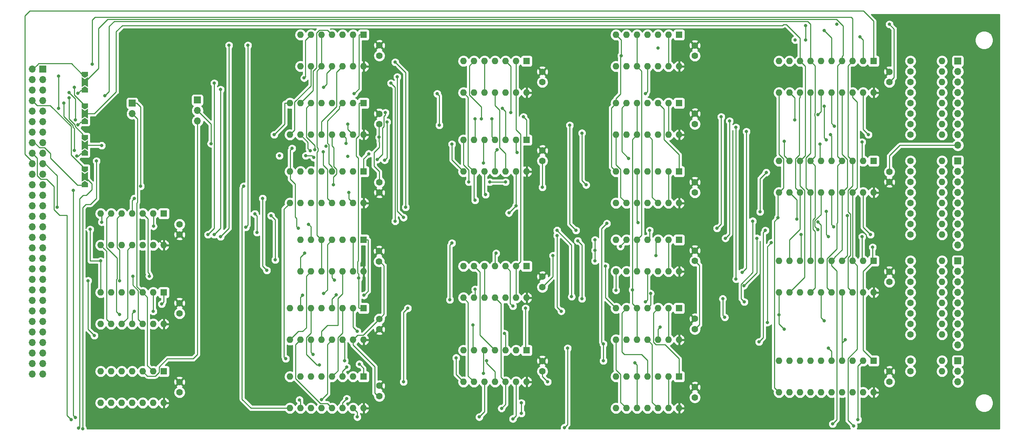
<source format=gbr>
G04 #@! TF.GenerationSoftware,KiCad,Pcbnew,5.1.5+dfsg1-2build2*
G04 #@! TF.CreationDate,2021-02-11T10:51:17+00:00*
G04 #@! TF.ProjectId,alu,616c752e-6b69-4636-9164-5f7063625858,rev?*
G04 #@! TF.SameCoordinates,Original*
G04 #@! TF.FileFunction,Copper,L2,Bot*
G04 #@! TF.FilePolarity,Positive*
%FSLAX46Y46*%
G04 Gerber Fmt 4.6, Leading zero omitted, Abs format (unit mm)*
G04 Created by KiCad (PCBNEW 5.1.5+dfsg1-2build2) date 2021-02-11 10:51:17*
%MOMM*%
%LPD*%
G04 APERTURE LIST*
%ADD10C,1.600000*%
%ADD11R,1.700000X1.700000*%
%ADD12O,1.700000X1.700000*%
%ADD13C,0.100000*%
%ADD14O,1.600000X1.600000*%
%ADD15R,1.600000X1.600000*%
%ADD16C,0.800000*%
%ADD17C,0.250000*%
%ADD18C,0.254000*%
G04 APERTURE END LIST*
D10*
X115500000Y-100500000D03*
X115500000Y-103000000D03*
X115570000Y-119380000D03*
X115570000Y-116880000D03*
X238760000Y-57190000D03*
X238760000Y-59690000D03*
X238760000Y-81320000D03*
X238760000Y-83820000D03*
X238760000Y-105450000D03*
X238760000Y-107950000D03*
X238760000Y-129540000D03*
X238760000Y-132040000D03*
X67310000Y-115570000D03*
X67310000Y-113070000D03*
X67310000Y-132120000D03*
X67310000Y-134620000D03*
X191770000Y-53340000D03*
X191770000Y-50840000D03*
X191770000Y-69810000D03*
X191770000Y-67310000D03*
X154940000Y-76200000D03*
X154940000Y-78700000D03*
X67310000Y-94020000D03*
X67310000Y-96520000D03*
X115570000Y-86360000D03*
X115570000Y-83860000D03*
X115570000Y-69850000D03*
X115570000Y-67350000D03*
X154940000Y-57190000D03*
X154940000Y-59690000D03*
X191770000Y-83860000D03*
X191770000Y-86360000D03*
X115570000Y-53300000D03*
X115570000Y-50800000D03*
X191770000Y-100370000D03*
X191770000Y-102870000D03*
X191770000Y-119340000D03*
X191770000Y-116840000D03*
X154940000Y-106680000D03*
X154940000Y-109180000D03*
X191770000Y-135850000D03*
X191770000Y-133350000D03*
X154940000Y-127040000D03*
X154940000Y-129540000D03*
X115570000Y-135500000D03*
X115570000Y-133000000D03*
D11*
X34290000Y-56515000D03*
D12*
X31750000Y-56515000D03*
X34290000Y-59055000D03*
X31750000Y-59055000D03*
X34290000Y-61595000D03*
X31750000Y-61595000D03*
X34290000Y-64135000D03*
X31750000Y-64135000D03*
X34290000Y-66675000D03*
X31750000Y-66675000D03*
X34290000Y-69215000D03*
X31750000Y-69215000D03*
X34290000Y-71755000D03*
X31750000Y-71755000D03*
X34290000Y-74295000D03*
X31750000Y-74295000D03*
X34290000Y-76835000D03*
X31750000Y-76835000D03*
X34290000Y-79375000D03*
X31750000Y-79375000D03*
X34290000Y-81915000D03*
X31750000Y-81915000D03*
X34290000Y-84455000D03*
X31750000Y-84455000D03*
X34290000Y-86995000D03*
X31750000Y-86995000D03*
X34290000Y-89535000D03*
X31750000Y-89535000D03*
X34290000Y-92075000D03*
X31750000Y-92075000D03*
X34290000Y-94615000D03*
X31750000Y-94615000D03*
X34290000Y-97155000D03*
X31750000Y-97155000D03*
X34290000Y-99695000D03*
X31750000Y-99695000D03*
X34290000Y-102235000D03*
X31750000Y-102235000D03*
X34290000Y-104775000D03*
X31750000Y-104775000D03*
X34290000Y-107315000D03*
X31750000Y-107315000D03*
X34290000Y-109855000D03*
X31750000Y-109855000D03*
X34290000Y-112395000D03*
X31750000Y-112395000D03*
X34290000Y-114935000D03*
X31750000Y-114935000D03*
X34290000Y-117475000D03*
X31750000Y-117475000D03*
X34290000Y-120015000D03*
X31750000Y-120015000D03*
X34290000Y-122555000D03*
X31750000Y-122555000D03*
X34290000Y-125095000D03*
X31750000Y-125095000D03*
X34290000Y-127635000D03*
X31750000Y-127635000D03*
X34290000Y-130175000D03*
X31750000Y-130175000D03*
D11*
X255270000Y-54610000D03*
D12*
X255270000Y-57150000D03*
X255270000Y-59690000D03*
X255270000Y-62230000D03*
X255270000Y-64770000D03*
X255270000Y-67310000D03*
X255270000Y-69850000D03*
X255270000Y-72390000D03*
X255270000Y-74930000D03*
X255270000Y-123190000D03*
X255270000Y-120650000D03*
X255270000Y-118110000D03*
X255270000Y-115570000D03*
X255270000Y-113030000D03*
X255270000Y-110490000D03*
X255270000Y-107950000D03*
X255270000Y-105410000D03*
D11*
X255270000Y-102870000D03*
X255270000Y-78740000D03*
D12*
X255270000Y-81280000D03*
X255270000Y-83820000D03*
X255270000Y-86360000D03*
X255270000Y-88900000D03*
X255270000Y-91440000D03*
X255270000Y-93980000D03*
X255270000Y-96520000D03*
X255270000Y-99060000D03*
X255270000Y-132080000D03*
X255270000Y-129540000D03*
D11*
X255270000Y-127000000D03*
X71628000Y-64008000D03*
D12*
X71628000Y-66548000D03*
X71628000Y-69088000D03*
D11*
X55880000Y-64770000D03*
D12*
X55880000Y-67310000D03*
G04 #@! TA.AperFunction,SMDPad,CuDef*
D13*
G36*
X44450000Y-60690000D02*
G01*
X45200000Y-61190000D01*
X45200000Y-62190000D01*
X43700000Y-62190000D01*
X43700000Y-61190000D01*
X44450000Y-60690000D01*
G37*
G04 #@! TD.AperFunction*
G04 #@! TA.AperFunction,Conductor*
G36*
X44450000Y-60390000D02*
G01*
X43700000Y-60890000D01*
X43700000Y-58490000D01*
X44450000Y-58990000D01*
X45200000Y-58490000D01*
X45200000Y-60890000D01*
X44450000Y-60390000D01*
G37*
G04 #@! TD.AperFunction*
G04 #@! TA.AperFunction,SMDPad,CuDef*
G36*
X44450000Y-58690000D02*
G01*
X43700000Y-58190000D01*
X43700000Y-57190000D01*
X45200000Y-57190000D01*
X45200000Y-58190000D01*
X44450000Y-58690000D01*
G37*
G04 #@! TD.AperFunction*
G04 #@! TA.AperFunction,SMDPad,CuDef*
G36*
X44450000Y-68310000D02*
G01*
X45200000Y-68810000D01*
X45200000Y-69810000D01*
X43700000Y-69810000D01*
X43700000Y-68810000D01*
X44450000Y-68310000D01*
G37*
G04 #@! TD.AperFunction*
G04 #@! TA.AperFunction,Conductor*
G36*
X44450000Y-68010000D02*
G01*
X43700000Y-68510000D01*
X43700000Y-66110000D01*
X44450000Y-66610000D01*
X45200000Y-66110000D01*
X45200000Y-68510000D01*
X44450000Y-68010000D01*
G37*
G04 #@! TD.AperFunction*
G04 #@! TA.AperFunction,SMDPad,CuDef*
G36*
X44450000Y-66310000D02*
G01*
X43700000Y-65810000D01*
X43700000Y-64810000D01*
X45200000Y-64810000D01*
X45200000Y-65810000D01*
X44450000Y-66310000D01*
G37*
G04 #@! TD.AperFunction*
G04 #@! TA.AperFunction,SMDPad,CuDef*
G36*
X44450000Y-75930000D02*
G01*
X45200000Y-76430000D01*
X45200000Y-77430000D01*
X43700000Y-77430000D01*
X43700000Y-76430000D01*
X44450000Y-75930000D01*
G37*
G04 #@! TD.AperFunction*
G04 #@! TA.AperFunction,Conductor*
G36*
X44450000Y-75630000D02*
G01*
X43700000Y-76130000D01*
X43700000Y-73730000D01*
X44450000Y-74230000D01*
X45200000Y-73730000D01*
X45200000Y-76130000D01*
X44450000Y-75630000D01*
G37*
G04 #@! TD.AperFunction*
G04 #@! TA.AperFunction,SMDPad,CuDef*
G36*
X44450000Y-73930000D02*
G01*
X43700000Y-73430000D01*
X43700000Y-72430000D01*
X45200000Y-72430000D01*
X45200000Y-73430000D01*
X44450000Y-73930000D01*
G37*
G04 #@! TD.AperFunction*
G04 #@! TA.AperFunction,SMDPad,CuDef*
G36*
X44450000Y-83550000D02*
G01*
X45200000Y-84050000D01*
X45200000Y-85050000D01*
X43700000Y-85050000D01*
X43700000Y-84050000D01*
X44450000Y-83550000D01*
G37*
G04 #@! TD.AperFunction*
G04 #@! TA.AperFunction,Conductor*
G36*
X44450000Y-83250000D02*
G01*
X43700000Y-83750000D01*
X43700000Y-81350000D01*
X44450000Y-81850000D01*
X45200000Y-81350000D01*
X45200000Y-83750000D01*
X44450000Y-83250000D01*
G37*
G04 #@! TD.AperFunction*
G04 #@! TA.AperFunction,SMDPad,CuDef*
G36*
X44450000Y-81550000D02*
G01*
X43700000Y-81050000D01*
X43700000Y-80050000D01*
X45200000Y-80050000D01*
X45200000Y-81050000D01*
X44450000Y-81550000D01*
G37*
G04 #@! TD.AperFunction*
D14*
X251460000Y-54610000D03*
D10*
X243840000Y-54610000D03*
X243840000Y-57150000D03*
D14*
X251460000Y-57150000D03*
X251460000Y-59690000D03*
D10*
X243840000Y-59690000D03*
X243840000Y-62230000D03*
D14*
X251460000Y-62230000D03*
X251460000Y-64770000D03*
D10*
X243840000Y-64770000D03*
X243840000Y-67310000D03*
D14*
X251460000Y-67310000D03*
X251460000Y-69850000D03*
D10*
X243840000Y-69850000D03*
X243840000Y-72390000D03*
D14*
X251460000Y-72390000D03*
D10*
X243840000Y-78740000D03*
D14*
X251460000Y-78740000D03*
X251460000Y-81280000D03*
D10*
X243840000Y-81280000D03*
X243840000Y-83820000D03*
D14*
X251460000Y-83820000D03*
X251460000Y-86360000D03*
D10*
X243840000Y-86360000D03*
X243840000Y-88900000D03*
D14*
X251460000Y-88900000D03*
X251460000Y-91440000D03*
D10*
X243840000Y-91440000D03*
X243840000Y-93980000D03*
D14*
X251460000Y-93980000D03*
X251460000Y-96520000D03*
D10*
X243840000Y-96520000D03*
X243840000Y-102870000D03*
D14*
X251460000Y-102870000D03*
X251460000Y-105410000D03*
D10*
X243840000Y-105410000D03*
X243840000Y-107950000D03*
D14*
X251460000Y-107950000D03*
X251460000Y-110490000D03*
D10*
X243840000Y-110490000D03*
X243840000Y-113030000D03*
D14*
X251460000Y-113030000D03*
X251460000Y-115570000D03*
D10*
X243840000Y-115570000D03*
X243840000Y-118110000D03*
D14*
X251460000Y-118110000D03*
D10*
X243840000Y-120650000D03*
D14*
X251460000Y-120650000D03*
X251460000Y-127000000D03*
D10*
X243840000Y-127000000D03*
X243840000Y-129540000D03*
D14*
X251460000Y-129540000D03*
D15*
X234950000Y-54610000D03*
D14*
X212090000Y-62230000D03*
X232410000Y-54610000D03*
X214630000Y-62230000D03*
X229870000Y-54610000D03*
X217170000Y-62230000D03*
X227330000Y-54610000D03*
X219710000Y-62230000D03*
X224790000Y-54610000D03*
X222250000Y-62230000D03*
X222250000Y-54610000D03*
X224790000Y-62230000D03*
X219710000Y-54610000D03*
X227330000Y-62230000D03*
X217170000Y-54610000D03*
X229870000Y-62230000D03*
X214630000Y-54610000D03*
X232410000Y-62230000D03*
X212090000Y-54610000D03*
X234950000Y-62230000D03*
D15*
X234950000Y-78740000D03*
D14*
X212090000Y-86360000D03*
X232410000Y-78740000D03*
X214630000Y-86360000D03*
X229870000Y-78740000D03*
X217170000Y-86360000D03*
X227330000Y-78740000D03*
X219710000Y-86360000D03*
X224790000Y-78740000D03*
X222250000Y-86360000D03*
X222250000Y-78740000D03*
X224790000Y-86360000D03*
X219710000Y-78740000D03*
X227330000Y-86360000D03*
X217170000Y-78740000D03*
X229870000Y-86360000D03*
X214630000Y-78740000D03*
X232410000Y-86360000D03*
X212090000Y-78740000D03*
X234950000Y-86360000D03*
D15*
X234950000Y-102870000D03*
D14*
X212090000Y-110490000D03*
X232410000Y-102870000D03*
X214630000Y-110490000D03*
X229870000Y-102870000D03*
X217170000Y-110490000D03*
X227330000Y-102870000D03*
X219710000Y-110490000D03*
X224790000Y-102870000D03*
X222250000Y-110490000D03*
X222250000Y-102870000D03*
X224790000Y-110490000D03*
X219710000Y-102870000D03*
X227330000Y-110490000D03*
X217170000Y-102870000D03*
X229870000Y-110490000D03*
X214630000Y-102870000D03*
X232410000Y-110490000D03*
X212090000Y-102870000D03*
X234950000Y-110490000D03*
X234950000Y-134620000D03*
X212090000Y-127000000D03*
X232410000Y-134620000D03*
X214630000Y-127000000D03*
X229870000Y-134620000D03*
X217170000Y-127000000D03*
X227330000Y-134620000D03*
X219710000Y-127000000D03*
X224790000Y-134620000D03*
X222250000Y-127000000D03*
X222250000Y-134620000D03*
X224790000Y-127000000D03*
X219710000Y-134620000D03*
X227330000Y-127000000D03*
X217170000Y-134620000D03*
X229870000Y-127000000D03*
X214630000Y-134620000D03*
X232410000Y-127000000D03*
X212090000Y-134620000D03*
D15*
X234950000Y-127000000D03*
X63500000Y-110490000D03*
D14*
X48260000Y-118110000D03*
X60960000Y-110490000D03*
X50800000Y-118110000D03*
X58420000Y-110490000D03*
X53340000Y-118110000D03*
X55880000Y-110490000D03*
X55880000Y-118110000D03*
X53340000Y-110490000D03*
X58420000Y-118110000D03*
X50800000Y-110490000D03*
X60960000Y-118110000D03*
X48260000Y-110490000D03*
X63500000Y-118110000D03*
D15*
X63500000Y-129540000D03*
D14*
X48260000Y-137160000D03*
X60960000Y-129540000D03*
X50800000Y-137160000D03*
X58420000Y-129540000D03*
X53340000Y-137160000D03*
X55880000Y-129540000D03*
X55880000Y-137160000D03*
X53340000Y-129540000D03*
X58420000Y-137160000D03*
X50800000Y-129540000D03*
X60960000Y-137160000D03*
X48260000Y-129540000D03*
X63500000Y-137160000D03*
X187960000Y-55880000D03*
X172720000Y-48260000D03*
X185420000Y-55880000D03*
X175260000Y-48260000D03*
X182880000Y-55880000D03*
X177800000Y-48260000D03*
X180340000Y-55880000D03*
X180340000Y-48260000D03*
X177800000Y-55880000D03*
X182880000Y-48260000D03*
X175260000Y-55880000D03*
X185420000Y-48260000D03*
X172720000Y-55880000D03*
D15*
X187960000Y-48260000D03*
X187960000Y-64770000D03*
D14*
X172720000Y-72390000D03*
X185420000Y-64770000D03*
X175260000Y-72390000D03*
X182880000Y-64770000D03*
X177800000Y-72390000D03*
X180340000Y-64770000D03*
X180340000Y-72390000D03*
X177800000Y-64770000D03*
X182880000Y-72390000D03*
X175260000Y-64770000D03*
X185420000Y-72390000D03*
X172720000Y-64770000D03*
X187960000Y-72390000D03*
X151130000Y-81280000D03*
X135890000Y-73660000D03*
X148590000Y-81280000D03*
X138430000Y-73660000D03*
X146050000Y-81280000D03*
X140970000Y-73660000D03*
X143510000Y-81280000D03*
X143510000Y-73660000D03*
X140970000Y-81280000D03*
X146050000Y-73660000D03*
X138430000Y-81280000D03*
X148590000Y-73660000D03*
X135890000Y-81280000D03*
D15*
X151130000Y-73660000D03*
X63500000Y-91440000D03*
D14*
X48260000Y-99060000D03*
X60960000Y-91440000D03*
X50800000Y-99060000D03*
X58420000Y-91440000D03*
X53340000Y-99060000D03*
X55880000Y-91440000D03*
X55880000Y-99060000D03*
X53340000Y-91440000D03*
X58420000Y-99060000D03*
X50800000Y-91440000D03*
X60960000Y-99060000D03*
X48260000Y-91440000D03*
X63500000Y-99060000D03*
X111760000Y-88900000D03*
X93980000Y-81280000D03*
X109220000Y-88900000D03*
X96520000Y-81280000D03*
X106680000Y-88900000D03*
X99060000Y-81280000D03*
X104140000Y-88900000D03*
X101600000Y-81280000D03*
X101600000Y-88900000D03*
X104140000Y-81280000D03*
X99060000Y-88900000D03*
X106680000Y-81280000D03*
X96520000Y-88900000D03*
X109220000Y-81280000D03*
X93980000Y-88900000D03*
D15*
X111760000Y-81280000D03*
X111760000Y-64770000D03*
D14*
X93980000Y-72390000D03*
X109220000Y-64770000D03*
X96520000Y-72390000D03*
X106680000Y-64770000D03*
X99060000Y-72390000D03*
X104140000Y-64770000D03*
X101600000Y-72390000D03*
X101600000Y-64770000D03*
X104140000Y-72390000D03*
X99060000Y-64770000D03*
X106680000Y-72390000D03*
X96520000Y-64770000D03*
X109220000Y-72390000D03*
X93980000Y-64770000D03*
X111760000Y-72390000D03*
D15*
X151130000Y-54610000D03*
D14*
X135890000Y-62230000D03*
X148590000Y-54610000D03*
X138430000Y-62230000D03*
X146050000Y-54610000D03*
X140970000Y-62230000D03*
X143510000Y-54610000D03*
X143510000Y-62230000D03*
X140970000Y-54610000D03*
X146050000Y-62230000D03*
X138430000Y-54610000D03*
X148590000Y-62230000D03*
X135890000Y-54610000D03*
X151130000Y-62230000D03*
X187960000Y-88900000D03*
X172720000Y-81280000D03*
X185420000Y-88900000D03*
X175260000Y-81280000D03*
X182880000Y-88900000D03*
X177800000Y-81280000D03*
X180340000Y-88900000D03*
X180340000Y-81280000D03*
X177800000Y-88900000D03*
X182880000Y-81280000D03*
X175260000Y-88900000D03*
X185420000Y-81280000D03*
X172720000Y-88900000D03*
D15*
X187960000Y-81280000D03*
X111760000Y-48260000D03*
D14*
X96520000Y-55880000D03*
X109220000Y-48260000D03*
X99060000Y-55880000D03*
X106680000Y-48260000D03*
X101600000Y-55880000D03*
X104140000Y-48260000D03*
X104140000Y-55880000D03*
X101600000Y-48260000D03*
X106680000Y-55880000D03*
X99060000Y-48260000D03*
X109220000Y-55880000D03*
X96520000Y-48260000D03*
X111760000Y-55880000D03*
X187960000Y-105410000D03*
X172720000Y-97790000D03*
X185420000Y-105410000D03*
X175260000Y-97790000D03*
X182880000Y-105410000D03*
X177800000Y-97790000D03*
X180340000Y-105410000D03*
X180340000Y-97790000D03*
X177800000Y-105410000D03*
X182880000Y-97790000D03*
X175260000Y-105410000D03*
X185420000Y-97790000D03*
X172720000Y-105410000D03*
D15*
X187960000Y-97790000D03*
X187960000Y-114300000D03*
D14*
X172720000Y-121920000D03*
X185420000Y-114300000D03*
X175260000Y-121920000D03*
X182880000Y-114300000D03*
X177800000Y-121920000D03*
X180340000Y-114300000D03*
X180340000Y-121920000D03*
X177800000Y-114300000D03*
X182880000Y-121920000D03*
X175260000Y-114300000D03*
X185420000Y-121920000D03*
X172720000Y-114300000D03*
X187960000Y-121920000D03*
X151130000Y-111760000D03*
X135890000Y-104140000D03*
X148590000Y-111760000D03*
X138430000Y-104140000D03*
X146050000Y-111760000D03*
X140970000Y-104140000D03*
X143510000Y-111760000D03*
X143510000Y-104140000D03*
X140970000Y-111760000D03*
X146050000Y-104140000D03*
X138430000Y-111760000D03*
X148590000Y-104140000D03*
X135890000Y-111760000D03*
D15*
X151130000Y-104140000D03*
D14*
X187960000Y-138430000D03*
X172720000Y-130810000D03*
X185420000Y-138430000D03*
X175260000Y-130810000D03*
X182880000Y-138430000D03*
X177800000Y-130810000D03*
X180340000Y-138430000D03*
X180340000Y-130810000D03*
X177800000Y-138430000D03*
X182880000Y-130810000D03*
X175260000Y-138430000D03*
X185420000Y-130810000D03*
X172720000Y-138430000D03*
D15*
X187960000Y-130810000D03*
X151130000Y-124460000D03*
D14*
X135890000Y-132080000D03*
X148590000Y-124460000D03*
X138430000Y-132080000D03*
X146050000Y-124460000D03*
X140970000Y-132080000D03*
X143510000Y-124460000D03*
X143510000Y-132080000D03*
X140970000Y-124460000D03*
X146050000Y-132080000D03*
X138430000Y-124460000D03*
X148590000Y-132080000D03*
X135890000Y-124460000D03*
X151130000Y-132080000D03*
X111760000Y-138430000D03*
X93980000Y-130810000D03*
X109220000Y-138430000D03*
X96520000Y-130810000D03*
X106680000Y-138430000D03*
X99060000Y-130810000D03*
X104140000Y-138430000D03*
X101600000Y-130810000D03*
X101600000Y-138430000D03*
X104140000Y-130810000D03*
X99060000Y-138430000D03*
X106680000Y-130810000D03*
X96520000Y-138430000D03*
X109220000Y-130810000D03*
X93980000Y-138430000D03*
D15*
X111760000Y-130810000D03*
X111760000Y-114300000D03*
D14*
X93980000Y-121920000D03*
X109220000Y-114300000D03*
X96520000Y-121920000D03*
X106680000Y-114300000D03*
X99060000Y-121920000D03*
X104140000Y-114300000D03*
X101600000Y-121920000D03*
X101600000Y-114300000D03*
X104140000Y-121920000D03*
X99060000Y-114300000D03*
X106680000Y-121920000D03*
X96520000Y-114300000D03*
X109220000Y-121920000D03*
X93980000Y-114300000D03*
X111760000Y-121920000D03*
X111760000Y-105410000D03*
X96520000Y-97790000D03*
X109220000Y-105410000D03*
X99060000Y-97790000D03*
X106680000Y-105410000D03*
X101600000Y-97790000D03*
X104140000Y-105410000D03*
X104140000Y-97790000D03*
X101600000Y-105410000D03*
X106680000Y-97790000D03*
X99060000Y-105410000D03*
X109220000Y-97790000D03*
X96520000Y-105410000D03*
D15*
X111760000Y-97790000D03*
D16*
X62230000Y-97205010D03*
X111760000Y-101600000D03*
X58420000Y-95250000D03*
X207010000Y-59690000D03*
X207010000Y-49530000D03*
X238760000Y-45720000D03*
X226060000Y-45720000D03*
X218500000Y-46000000D03*
X218500000Y-49500000D03*
X216000000Y-49500000D03*
X48260000Y-102870000D03*
X90170000Y-72390000D03*
X107950000Y-69850000D03*
X154940000Y-85090000D03*
X137160000Y-83820000D03*
X142240000Y-83820000D03*
X146050000Y-83820000D03*
X156210000Y-132080000D03*
X157480000Y-101600000D03*
X167640000Y-100330000D03*
X167640000Y-97790000D03*
X170180000Y-104140000D03*
X167640000Y-102870000D03*
X48500000Y-93500000D03*
X96000000Y-95000000D03*
X173990000Y-53340000D03*
X182880000Y-51435000D03*
X45720000Y-95250000D03*
X97790000Y-77470000D03*
X91440000Y-77470000D03*
X94488000Y-75692000D03*
X99749998Y-77900022D03*
X107950000Y-77625032D03*
X102690503Y-75135988D03*
X115500000Y-73000000D03*
X41910000Y-60960000D03*
X40640000Y-62230000D03*
X42152660Y-68822660D03*
X40640000Y-63500000D03*
X39370000Y-64770000D03*
X41910000Y-76200000D03*
X38100000Y-66040000D03*
X38100000Y-58199991D03*
X42783172Y-62399221D03*
X42783172Y-70019221D03*
X42500000Y-77500000D03*
X41656000Y-85852000D03*
X231140000Y-141224000D03*
X42164000Y-140716000D03*
X224028000Y-123952000D03*
X161036000Y-123952000D03*
X41148000Y-141224000D03*
X160287034Y-143117966D03*
X89408000Y-91948000D03*
X90424000Y-102616000D03*
X234696000Y-99568000D03*
X37725010Y-89916842D03*
X207500000Y-91000000D03*
X209000000Y-81500000D03*
X211836000Y-92456000D03*
X110584979Y-107028979D03*
X169672000Y-127000000D03*
X177292000Y-127508000D03*
X170516963Y-93818282D03*
X46736000Y-120904000D03*
X169672000Y-122936000D03*
X45216660Y-107634992D03*
X178036994Y-93625032D03*
X176674999Y-109837001D03*
X132588000Y-112268000D03*
X133096000Y-98552000D03*
X74900000Y-74530000D03*
X71628000Y-69088000D03*
X57912000Y-84836000D03*
X82804000Y-84836000D03*
X46228000Y-55372000D03*
X49276000Y-62992000D03*
X164500000Y-72000000D03*
X165500000Y-84500000D03*
X48500000Y-75000000D03*
X225044000Y-142240000D03*
X47244000Y-78740000D03*
X43945892Y-143428505D03*
X230124000Y-142748000D03*
X42961275Y-143253711D03*
X231648000Y-48768000D03*
X223012000Y-47244000D03*
X215900000Y-68797010D03*
X200152000Y-69088000D03*
X199136000Y-97390009D03*
X221488000Y-67564000D03*
X198120000Y-68072000D03*
X197104000Y-94996000D03*
X180848000Y-95504000D03*
X225479989Y-70303447D03*
X201676000Y-70612000D03*
X201708010Y-107260011D03*
X233680000Y-72390000D03*
X203200000Y-105664000D03*
X204216000Y-71628000D03*
X223520000Y-73660000D03*
X232156000Y-74168000D03*
X222975010Y-65532000D03*
X224536000Y-72353010D03*
X221996000Y-74676000D03*
X213360000Y-73950990D03*
X203708000Y-112776000D03*
X216408000Y-92746990D03*
X205733411Y-93254990D03*
X206756000Y-97390009D03*
X221524990Y-95351324D03*
X181065010Y-110737411D03*
X203643683Y-108831850D03*
X225334990Y-94626314D03*
X207264000Y-122428000D03*
X208788000Y-95504000D03*
X234188000Y-96520000D03*
X183388000Y-118872000D03*
X209296000Y-117725010D03*
X210239989Y-98479989D03*
X83820000Y-50800000D03*
X119380000Y-54864000D03*
X223520000Y-90932000D03*
X232156000Y-97028000D03*
X224028000Y-97028000D03*
X121920000Y-89916000D03*
X83312000Y-94725010D03*
X77216000Y-97028000D03*
X79248000Y-50800000D03*
X119888000Y-58420000D03*
X228600000Y-91948000D03*
X97390009Y-58677391D03*
X121412000Y-92374968D03*
X74168000Y-96520000D03*
X75692000Y-59944000D03*
X221488000Y-93472000D03*
X118364000Y-59944000D03*
X119380000Y-93274990D03*
X75692000Y-96520000D03*
X77216000Y-61468000D03*
X102108000Y-60960000D03*
X129540000Y-62484000D03*
X130048000Y-70104000D03*
X161544000Y-70104000D03*
X163068000Y-95504000D03*
X217424000Y-96520000D03*
X213360000Y-119380000D03*
X85500000Y-91500000D03*
X86000000Y-96000000D03*
X159500000Y-115000000D03*
X212090000Y-115910000D03*
X158500000Y-96774990D03*
X162000000Y-111500000D03*
X158500000Y-95500000D03*
X61000000Y-94500000D03*
X98500000Y-94000000D03*
X223012000Y-117348000D03*
X88392000Y-105156000D03*
X56388000Y-87774990D03*
X87376000Y-87774990D03*
X199000000Y-116500000D03*
X198500000Y-112000000D03*
X164500000Y-112000000D03*
X163500000Y-98000000D03*
X97500000Y-101000000D03*
X228092000Y-121920000D03*
X52832000Y-107634992D03*
X104737988Y-107536981D03*
X149860000Y-137160000D03*
X149860000Y-139700000D03*
X62992000Y-113284000D03*
X60978467Y-115025010D03*
X56388000Y-115025010D03*
X56021772Y-106545012D03*
X59997180Y-106545012D03*
X52832000Y-115824000D03*
X179832000Y-62484000D03*
X175768000Y-78090011D03*
X146852864Y-91274990D03*
X148590000Y-89537854D03*
X138684000Y-68580000D03*
X140716000Y-79248000D03*
X144048814Y-75982990D03*
X107500000Y-74500000D03*
X140208000Y-68580000D03*
X142748000Y-68580000D03*
X116840000Y-78522990D03*
X117420011Y-69304516D03*
X141224000Y-86868000D03*
X108204000Y-86360000D03*
X145288000Y-66040000D03*
X138695129Y-88210011D03*
X148844000Y-76708000D03*
X133096000Y-74676000D03*
X147320000Y-67056000D03*
X150368000Y-68072000D03*
X115025010Y-78379637D03*
X117025991Y-67056000D03*
X98848044Y-76273623D03*
X102000000Y-76500000D03*
X104500000Y-84500000D03*
X92964000Y-126492000D03*
X100000000Y-76000000D03*
X113000000Y-77000000D03*
X109500000Y-62500000D03*
X143764000Y-101019989D03*
X173791293Y-99377386D03*
X179832000Y-112776000D03*
X182372000Y-101600000D03*
X138684000Y-109728000D03*
X172720000Y-109945010D03*
X107696000Y-128524000D03*
X145075463Y-138480783D03*
X147828000Y-113792000D03*
X150876000Y-114300000D03*
X122428000Y-114300000D03*
X121412000Y-132080000D03*
X107696000Y-136144000D03*
X140716000Y-130048000D03*
X147821411Y-141006990D03*
X139700000Y-140556979D03*
X110236000Y-140556979D03*
X99568000Y-125476000D03*
X134112000Y-126274990D03*
X110236000Y-119888000D03*
X145796000Y-120396000D03*
X107188000Y-127000000D03*
X141500000Y-127000000D03*
X138176000Y-118364000D03*
X101600000Y-136361010D03*
X96279835Y-136434990D03*
X101092000Y-128016000D03*
X110744000Y-127798990D03*
X111862560Y-111179989D03*
X105155821Y-111034990D03*
X102108000Y-110744000D03*
X97028000Y-111179989D03*
D17*
X63500000Y-99060000D02*
X62230000Y-97790000D01*
X62230000Y-97790000D02*
X62230000Y-97770695D01*
X62230000Y-97770695D02*
X62230000Y-97205010D01*
X111760000Y-105410000D02*
X111760000Y-101600000D01*
X67310000Y-96480000D02*
X67310000Y-96520000D01*
X111760000Y-71160000D02*
X115570000Y-67350000D01*
X111760000Y-72390000D02*
X111760000Y-71160000D01*
X113030000Y-121920000D02*
X115570000Y-119380000D01*
X111760000Y-121920000D02*
X113030000Y-121920000D01*
X207010000Y-59690000D02*
X207010000Y-49530000D01*
X239885001Y-46845001D02*
X238760000Y-45720000D01*
X239885001Y-58564999D02*
X239885001Y-46845001D01*
X238760000Y-59690000D02*
X239885001Y-58564999D01*
X218500000Y-46000000D02*
X218500000Y-49500000D01*
X48260000Y-110490000D02*
X48260000Y-102870000D01*
X238760000Y-77470000D02*
X241300000Y-74930000D01*
X238760000Y-81320000D02*
X238760000Y-77470000D01*
X192569999Y-103629999D02*
X191770000Y-102830000D01*
X192895001Y-103955001D02*
X192569999Y-103629999D01*
X192895001Y-118254999D02*
X192895001Y-103955001D01*
X191770000Y-119380000D02*
X192895001Y-118254999D01*
X109220000Y-121920000D02*
X109220000Y-123190000D01*
X114770001Y-135090001D02*
X115570000Y-135890000D01*
X114444999Y-134764999D02*
X114770001Y-135090001D01*
X114444999Y-128414999D02*
X114444999Y-134764999D01*
X109220000Y-123190000D02*
X114444999Y-128414999D01*
X92710000Y-69850000D02*
X90170000Y-72390000D01*
X92710000Y-64770000D02*
X92710000Y-69850000D01*
X154940000Y-78740000D02*
X154940000Y-85090000D01*
X135890000Y-79614998D02*
X137160000Y-80884998D01*
X135890000Y-73660000D02*
X135890000Y-79614998D01*
X137160000Y-80884998D02*
X137160000Y-83820000D01*
X142240000Y-83820000D02*
X146050000Y-83820000D01*
X171920001Y-65569999D02*
X172720000Y-64770000D01*
X171594999Y-65895001D02*
X171920001Y-65569999D01*
X171594999Y-80154999D02*
X171594999Y-65895001D01*
X172720000Y-81280000D02*
X171594999Y-80154999D01*
X154940000Y-130810000D02*
X156210000Y-132080000D01*
X154940000Y-129540000D02*
X154940000Y-130810000D01*
X157480000Y-106640000D02*
X157480000Y-101600000D01*
X154940000Y-109180000D02*
X157480000Y-106640000D01*
X167640000Y-100330000D02*
X167640000Y-97790000D01*
X170180000Y-111760000D02*
X170180000Y-104140000D01*
X172720000Y-114300000D02*
X170180000Y-111760000D01*
X167640000Y-102870000D02*
X167640000Y-100330000D01*
X48500000Y-91680000D02*
X48260000Y-91440000D01*
X48500000Y-93500000D02*
X48500000Y-91680000D01*
X241300000Y-74930000D02*
X255270000Y-74930000D01*
X172720000Y-63638630D02*
X173845001Y-62513629D01*
X172720000Y-64770000D02*
X172720000Y-63638630D01*
X173845001Y-53484999D02*
X173990000Y-53340000D01*
X173845001Y-62513629D02*
X173845001Y-53484999D01*
X173990000Y-49530000D02*
X173990000Y-53340000D01*
X172720000Y-48260000D02*
X173990000Y-49530000D01*
X45720000Y-95250000D02*
X45720000Y-102870000D01*
X45720000Y-102870000D02*
X48260000Y-102870000D01*
X94088001Y-76091999D02*
X94488000Y-75692000D01*
X95250000Y-84314960D02*
X94088001Y-83152961D01*
X94088001Y-83152961D02*
X94088001Y-76091999D01*
X99319976Y-77470000D02*
X99749998Y-77900022D01*
X97790000Y-77470000D02*
X99319976Y-77470000D01*
X107950000Y-71120000D02*
X109220000Y-72390000D01*
X107950000Y-69850000D02*
X107950000Y-71120000D01*
X95250000Y-84314960D02*
X95250000Y-92250000D01*
X102870000Y-75147010D02*
X102701525Y-75147010D01*
X102701525Y-75147010D02*
X102690503Y-75135988D01*
X115570000Y-81280000D02*
X115570000Y-83860000D01*
X114300000Y-80010000D02*
X115570000Y-81280000D01*
X114300000Y-76700000D02*
X114300000Y-80010000D01*
X115570000Y-75430000D02*
X114300000Y-76700000D01*
X115500000Y-73000000D02*
X115570000Y-75430000D01*
X116695001Y-115754999D02*
X115570000Y-116880000D01*
X116695001Y-103995001D02*
X116695001Y-115754999D01*
X115570000Y-102870000D02*
X116695001Y-103995001D01*
X114770001Y-117679999D02*
X115570000Y-116880000D01*
X109220000Y-121920000D02*
X110345001Y-120794999D01*
X110345001Y-120794999D02*
X111655001Y-120794999D01*
X111655001Y-120794999D02*
X114770001Y-117679999D01*
X92710000Y-64770000D02*
X93980000Y-64770000D01*
X95600001Y-92600001D02*
X95250000Y-92250000D01*
X95600001Y-94600001D02*
X95600001Y-92600001D01*
X96000000Y-95000000D02*
X95600001Y-94600001D01*
X115500000Y-69920000D02*
X115570000Y-69850000D01*
X115500000Y-73000000D02*
X115500000Y-69920000D01*
X32975000Y-55535002D02*
X32125001Y-56385001D01*
X33300002Y-55210000D02*
X32975000Y-55535002D01*
X41220000Y-55210000D02*
X33300002Y-55210000D01*
X43700000Y-57690000D02*
X41220000Y-55210000D01*
X44450000Y-57690000D02*
X43700000Y-57690000D01*
X41910000Y-60960000D02*
X41910000Y-62770000D01*
X41910000Y-62770000D02*
X44450000Y-65310000D01*
X42152660Y-68256975D02*
X42152660Y-68822660D01*
X40640000Y-62230000D02*
X42152660Y-63742660D01*
X42152660Y-63742660D02*
X42152660Y-68256975D01*
X40640000Y-68577179D02*
X42058170Y-69995349D01*
X43950000Y-72430000D02*
X44450000Y-72930000D01*
X43950000Y-72259053D02*
X43950000Y-72430000D01*
X40640000Y-63500000D02*
X40640000Y-68577179D01*
X42058170Y-70367223D02*
X43950000Y-72259053D01*
X42058170Y-69995349D02*
X42058170Y-70367223D01*
X41910000Y-75634315D02*
X41910000Y-76200000D01*
X41910000Y-70855463D02*
X41910000Y-75634315D01*
X39370000Y-67943590D02*
X41608159Y-70181749D01*
X41608159Y-70181749D02*
X41608159Y-70553623D01*
X41608159Y-70553623D02*
X41910000Y-70855463D01*
X39370000Y-64770000D02*
X39370000Y-67943590D01*
X43950000Y-80050000D02*
X44450000Y-80550000D01*
X41184999Y-77284999D02*
X43950000Y-80050000D01*
X41184999Y-70766874D02*
X41184999Y-77284999D01*
X41158148Y-70740023D02*
X41184999Y-70766874D01*
X41158148Y-70368148D02*
X41158148Y-70740023D01*
X36100001Y-65310001D02*
X41158148Y-70368148D01*
X32925001Y-65310001D02*
X36100001Y-65310001D01*
X31750000Y-64135000D02*
X32925001Y-65310001D01*
X38100000Y-66040000D02*
X38100000Y-58199991D01*
X43492393Y-61690000D02*
X42783172Y-62399221D01*
X44450000Y-61690000D02*
X43492393Y-61690000D01*
X43492393Y-69310000D02*
X42783172Y-70019221D01*
X44450000Y-69310000D02*
X43492393Y-69310000D01*
X43492393Y-76930000D02*
X42783172Y-77639221D01*
X44450000Y-76930000D02*
X43492393Y-76930000D01*
X42639221Y-77639221D02*
X42500000Y-77500000D01*
X42783172Y-77639221D02*
X42639221Y-77639221D01*
X32125001Y-74165001D02*
X33490000Y-75530000D01*
X42640000Y-84550000D02*
X44450000Y-84550000D01*
X36160000Y-78070000D02*
X42640000Y-84550000D01*
X36160000Y-76965998D02*
X36160000Y-78070000D01*
X34724002Y-75530000D02*
X36160000Y-76965998D01*
X33490000Y-75530000D02*
X34724002Y-75530000D01*
X41656000Y-140208000D02*
X42164000Y-140716000D01*
X41656000Y-85852000D02*
X41656000Y-140208000D01*
X231140000Y-128270000D02*
X232410000Y-127000000D01*
X231140000Y-141224000D02*
X231140000Y-128270000D01*
X224790000Y-124714000D02*
X224028000Y-123952000D01*
X224790000Y-127000000D02*
X224790000Y-124714000D01*
X161036000Y-123952000D02*
X161036000Y-142369000D01*
X161036000Y-142369000D02*
X160287034Y-143117966D01*
X38368000Y-91868000D02*
X40132000Y-91868000D01*
X37000000Y-90500000D02*
X38368000Y-91868000D01*
X40132000Y-140208000D02*
X41148000Y-141224000D01*
X37000000Y-84920998D02*
X37000000Y-90500000D01*
X35229002Y-83150000D02*
X37000000Y-84920998D01*
X40132000Y-91868000D02*
X40132000Y-140208000D01*
X33785998Y-83150000D02*
X35229002Y-83150000D01*
X32925001Y-82289003D02*
X33785998Y-83150000D01*
X32925001Y-78010001D02*
X32925001Y-82289003D01*
X31750000Y-76835000D02*
X32925001Y-78010001D01*
X232410000Y-124460000D02*
X234950000Y-127000000D01*
X232410000Y-110490000D02*
X232410000Y-124460000D01*
X232410000Y-105410000D02*
X234950000Y-102870000D01*
X232410000Y-110490000D02*
X232410000Y-105410000D01*
X90424000Y-92964000D02*
X90424000Y-102616000D01*
X89408000Y-91948000D02*
X90424000Y-92964000D01*
X234696000Y-102616000D02*
X234950000Y-102870000D01*
X234696000Y-99568000D02*
X234696000Y-102616000D01*
X34665001Y-79245001D02*
X37725010Y-82305010D01*
X37725010Y-82305010D02*
X37725010Y-89351157D01*
X37725010Y-89351157D02*
X37725010Y-89916842D01*
X234950000Y-44958000D02*
X233680000Y-43688000D01*
X234950000Y-54610000D02*
X234950000Y-44958000D01*
X29972000Y-77092000D02*
X32125001Y-79245001D01*
X29972000Y-43688000D02*
X29972000Y-77092000D01*
X233680000Y-43688000D02*
X233680000Y-43680000D01*
X233680000Y-43680000D02*
X232500000Y-42500000D01*
X31160000Y-42500000D02*
X29972000Y-43688000D01*
X232500000Y-42500000D02*
X31160000Y-42500000D01*
X207500000Y-83000000D02*
X209000000Y-81500000D01*
X207500000Y-91000000D02*
X207500000Y-83000000D01*
X234500000Y-79190000D02*
X234950000Y-78740000D01*
X211836000Y-86614000D02*
X212090000Y-86360000D01*
X211836000Y-92456000D02*
X211836000Y-86614000D01*
X212090000Y-77074998D02*
X212090000Y-63361370D01*
X213215001Y-78199999D02*
X212090000Y-77074998D01*
X212090000Y-63361370D02*
X212090000Y-62230000D01*
X213215001Y-85234999D02*
X213215001Y-78199999D01*
X212090000Y-86360000D02*
X213215001Y-85234999D01*
X210964999Y-133494999D02*
X210964999Y-93327001D01*
X210964999Y-93327001D02*
X211836000Y-92456000D01*
X212090000Y-134620000D02*
X210964999Y-133494999D01*
X101600000Y-97790000D02*
X101600000Y-105410000D01*
X109220000Y-105410000D02*
X109220000Y-97790000D01*
X109220000Y-48260000D02*
X109220000Y-55880000D01*
X101600000Y-48260000D02*
X101600000Y-55880000D01*
X100474999Y-57005001D02*
X100474999Y-75401995D01*
X100725002Y-76348002D02*
X100474999Y-76598005D01*
X100725002Y-75651998D02*
X100725002Y-76348002D01*
X100474999Y-76598005D02*
X100474999Y-96664999D01*
X101600000Y-55880000D02*
X100474999Y-57005001D01*
X100474999Y-96664999D02*
X100800001Y-96990001D01*
X100474999Y-75401995D02*
X100725002Y-75651998D01*
X100800001Y-96990001D02*
X101600000Y-97790000D01*
X110710000Y-114300000D02*
X111760000Y-114300000D01*
X110584979Y-114174979D02*
X110710000Y-114300000D01*
X110584979Y-107028979D02*
X110584979Y-114174979D01*
X110710000Y-64770000D02*
X111760000Y-64770000D01*
X110634999Y-72640003D02*
X110634999Y-64845001D01*
X110000000Y-73275002D02*
X110634999Y-72640003D01*
X110490000Y-78010000D02*
X110000000Y-77520000D01*
X110490000Y-102870000D02*
X110490000Y-78010000D01*
X110345001Y-103014999D02*
X110490000Y-102870000D01*
X110345001Y-105773001D02*
X110345001Y-103014999D01*
X110000000Y-77520000D02*
X110000000Y-73275002D01*
X110584979Y-106012979D02*
X110345001Y-105773001D01*
X110584979Y-107028979D02*
X110584979Y-106012979D01*
X110634999Y-64845001D02*
X110710000Y-64770000D01*
X185420000Y-130810000D02*
X185420000Y-138430000D01*
X177800000Y-138430000D02*
X177800000Y-130810000D01*
X185420000Y-81280000D02*
X185420000Y-88900000D01*
X177800000Y-88900000D02*
X177800000Y-81280000D01*
X177800000Y-128016000D02*
X177800000Y-130810000D01*
X177292000Y-127508000D02*
X177800000Y-128016000D01*
X169672000Y-127000000D02*
X169672000Y-122936000D01*
X46736000Y-120904000D02*
X45216660Y-119384660D01*
X45216660Y-119384660D02*
X45216660Y-107634992D01*
X177800000Y-88900000D02*
X177800000Y-93388038D01*
X177800000Y-93388038D02*
X178036994Y-93625032D01*
X169672000Y-122936000D02*
X169272001Y-122536001D01*
X169272001Y-122536001D02*
X169272001Y-95063244D01*
X169272001Y-95063244D02*
X170116964Y-94218281D01*
X170116964Y-94218281D02*
X170516963Y-93818282D01*
X177800000Y-121920000D02*
X177800000Y-114300000D01*
X185420000Y-121920000D02*
X185420000Y-114300000D01*
X177800000Y-64770000D02*
X177800000Y-72390000D01*
X185420000Y-72390000D02*
X185420000Y-64770000D01*
X177000001Y-113500001D02*
X177800000Y-114300000D01*
X176674999Y-113174999D02*
X177000001Y-113500001D01*
X177800000Y-72390000D02*
X176674999Y-73515001D01*
X176674999Y-109837001D02*
X176674999Y-113174999D01*
X176674999Y-73515001D02*
X176674999Y-109837001D01*
X148590000Y-55741370D02*
X148590000Y-62230000D01*
X148590000Y-54610000D02*
X148590000Y-55741370D01*
X140970000Y-54610000D02*
X140970000Y-62230000D01*
X140970000Y-104140000D02*
X140970000Y-111760000D01*
X148590000Y-104140000D02*
X148590000Y-111760000D01*
X149389999Y-103340001D02*
X148590000Y-104140000D01*
X149715001Y-103014999D02*
X149389999Y-103340001D01*
X149715001Y-72310001D02*
X149715001Y-103014999D01*
X148590000Y-71185000D02*
X149715001Y-72310001D01*
X148590000Y-62230000D02*
X148590000Y-71185000D01*
X177800000Y-55880000D02*
X177800000Y-48260000D01*
X185420000Y-55880000D02*
X185420000Y-48260000D01*
X185420000Y-105410000D02*
X185420000Y-97790000D01*
X177800000Y-97790000D02*
X177800000Y-105410000D01*
X178599999Y-96990001D02*
X177800000Y-97790000D01*
X178925001Y-96664999D02*
X178599999Y-96990001D01*
X178925001Y-57005001D02*
X178925001Y-96664999D01*
X177800000Y-55880000D02*
X178925001Y-57005001D01*
X132588000Y-99060000D02*
X133096000Y-98552000D01*
X132588000Y-112268000D02*
X132588000Y-99060000D01*
X74900000Y-69820000D02*
X71628000Y-66548000D01*
X74900000Y-74530000D02*
X74900000Y-69820000D01*
X71628000Y-125476000D02*
X71628000Y-69088000D01*
X70612000Y-126492000D02*
X71628000Y-125476000D01*
X62374999Y-128479999D02*
X64362998Y-126492000D01*
X62374999Y-129790003D02*
X62374999Y-128479999D01*
X61500001Y-130665001D02*
X62374999Y-129790003D01*
X59545001Y-130665001D02*
X61500001Y-130665001D01*
X64362998Y-126492000D02*
X70612000Y-126492000D01*
X58420000Y-129540000D02*
X59545001Y-130665001D01*
X57912000Y-65702000D02*
X57912000Y-84836000D01*
X56980000Y-64770000D02*
X57912000Y-65702000D01*
X55880000Y-64770000D02*
X56980000Y-64770000D01*
X84582000Y-138430000D02*
X93980000Y-138430000D01*
X82404001Y-136252001D02*
X84582000Y-138430000D01*
X82404001Y-85235999D02*
X82404001Y-136252001D01*
X82804000Y-84836000D02*
X82404001Y-85235999D01*
X60160001Y-128740001D02*
X60960000Y-129540000D01*
X59545001Y-128125001D02*
X60160001Y-128740001D01*
X59545001Y-111615001D02*
X59545001Y-128125001D01*
X58420000Y-110490000D02*
X59545001Y-111615001D01*
X57113002Y-68543002D02*
X57113002Y-88740002D01*
X55880000Y-67310000D02*
X57113002Y-68543002D01*
X57113002Y-88740002D02*
X57005001Y-88848003D01*
X57005001Y-88848003D02*
X57005001Y-109075001D01*
X57620001Y-109690001D02*
X58420000Y-110490000D01*
X57005001Y-109075001D02*
X57620001Y-109690001D01*
X229070001Y-77940001D02*
X229870000Y-78740000D01*
X228744999Y-77614999D02*
X229070001Y-77940001D01*
X228744999Y-55735001D02*
X228744999Y-77614999D01*
X229870000Y-54610000D02*
X228744999Y-55735001D01*
X229870000Y-54610000D02*
X229870000Y-44370000D01*
X229870000Y-44370000D02*
X229500000Y-44000000D01*
X229500000Y-44000000D02*
X46932000Y-44000000D01*
X46932000Y-44000000D02*
X46228000Y-44704000D01*
X46228000Y-44704000D02*
X46228000Y-55372000D01*
X228744999Y-109364999D02*
X229070001Y-109690001D01*
X228744999Y-91019997D02*
X229325001Y-91599999D01*
X229870000Y-84694998D02*
X228744999Y-85819999D01*
X229325001Y-91599999D02*
X229325001Y-101511409D01*
X229070001Y-109690001D02*
X229870000Y-110490000D01*
X228744999Y-85819999D02*
X228744999Y-91019997D01*
X229870000Y-78740000D02*
X229870000Y-84694998D01*
X229325001Y-101511409D02*
X228744999Y-102091411D01*
X228744999Y-102091411D02*
X228744999Y-109364999D01*
X227330000Y-53478630D02*
X227584000Y-53224630D01*
X227330000Y-54610000D02*
X227330000Y-53478630D01*
X226204999Y-55735001D02*
X226204999Y-77614999D01*
X227330000Y-54610000D02*
X226204999Y-55735001D01*
X226204999Y-77614999D02*
X226530001Y-77940001D01*
X226530001Y-77940001D02*
X227330000Y-78740000D01*
X227330000Y-78740000D02*
X226204999Y-79865001D01*
X226204999Y-79865001D02*
X226204999Y-93616999D01*
X226204999Y-93616999D02*
X226060000Y-93761998D01*
X223990001Y-109690001D02*
X224790000Y-110490000D01*
X223664999Y-109364999D02*
X223990001Y-109690001D01*
X223664999Y-102329999D02*
X223664999Y-109364999D01*
X226060000Y-99934998D02*
X223664999Y-102329999D01*
X226060000Y-93761998D02*
X226060000Y-99934998D01*
X47752000Y-56388000D02*
X44450000Y-59690000D01*
X47752000Y-46736000D02*
X47752000Y-56388000D01*
X227584000Y-53224630D02*
X227584000Y-46084000D01*
X227584000Y-46084000D02*
X226000000Y-44500000D01*
X49988000Y-44500000D02*
X47752000Y-46736000D01*
X226000000Y-44500000D02*
X49988000Y-44500000D01*
X50292000Y-61976000D02*
X49276000Y-62992000D01*
X50292000Y-46228000D02*
X50292000Y-61976000D01*
X220835001Y-77614999D02*
X220509999Y-77940001D01*
X220835001Y-67984005D02*
X220835001Y-77614999D01*
X220509999Y-77940001D02*
X219710000Y-78740000D01*
X220835001Y-67143995D02*
X220762998Y-67215998D01*
X219710000Y-54610000D02*
X220835001Y-55735001D01*
X220762998Y-67215998D02*
X220762998Y-67912002D01*
X220835001Y-55735001D02*
X220835001Y-67143995D01*
X220762998Y-67912002D02*
X220835001Y-67984005D01*
X220835001Y-109364999D02*
X220509999Y-109690001D01*
X220509999Y-109690001D02*
X219710000Y-110490000D01*
X220835001Y-95734339D02*
X220835001Y-109364999D01*
X219710000Y-78740000D02*
X220835001Y-79865001D01*
X220835001Y-79865001D02*
X220835001Y-92415584D01*
X220312987Y-95212325D02*
X220835001Y-95734339D01*
X220835001Y-92415584D02*
X220312987Y-92937598D01*
X220312987Y-92937598D02*
X220312987Y-95212325D01*
X219710000Y-54610000D02*
X219710000Y-45710000D01*
X219710000Y-45710000D02*
X219000000Y-45000000D01*
X51520000Y-45000000D02*
X50292000Y-46228000D01*
X219000000Y-45000000D02*
X51520000Y-45000000D01*
X217170000Y-54610000D02*
X218440000Y-55880000D01*
X218440000Y-77470000D02*
X217170000Y-78740000D01*
X218440000Y-55880000D02*
X218440000Y-77470000D01*
X218295001Y-106824999D02*
X215429999Y-109690001D01*
X218295001Y-85819999D02*
X218295001Y-106824999D01*
X217170000Y-84694998D02*
X218295001Y-85819999D01*
X215429999Y-109690001D02*
X214630000Y-110490000D01*
X217170000Y-78740000D02*
X217170000Y-84694998D01*
X52000000Y-62000000D02*
X46690000Y-67310000D01*
X217170000Y-49096998D02*
X213848001Y-45774999D01*
X53500000Y-46000000D02*
X52000000Y-47500000D01*
X45200000Y-67310000D02*
X44450000Y-67310000D01*
X46690000Y-67310000D02*
X45200000Y-67310000D01*
X212926998Y-46000000D02*
X53500000Y-46000000D01*
X213848001Y-45774999D02*
X213151999Y-45774999D01*
X217170000Y-54610000D02*
X217170000Y-49096998D01*
X52000000Y-47500000D02*
X52000000Y-62000000D01*
X213151999Y-45774999D02*
X212926998Y-46000000D01*
X216370001Y-85560001D02*
X217170000Y-86360000D01*
X216044999Y-85234999D02*
X216370001Y-85560001D01*
X216044999Y-78199999D02*
X216044999Y-85234999D01*
X216973991Y-63557379D02*
X216973991Y-77271007D01*
X217170000Y-63361370D02*
X216973991Y-63557379D01*
X216973991Y-77271007D02*
X216044999Y-78199999D01*
X217170000Y-62230000D02*
X217170000Y-63361370D01*
X214630000Y-101738630D02*
X214630000Y-102870000D01*
X217170000Y-95192998D02*
X214630000Y-97732998D01*
X217170000Y-86360000D02*
X217170000Y-95192998D01*
X214630000Y-97732998D02*
X214630000Y-101738630D01*
X164500000Y-83500000D02*
X165500000Y-84500000D01*
X164500000Y-72000000D02*
X164500000Y-83500000D01*
X218584999Y-85234999D02*
X218910001Y-85560001D01*
X219710000Y-62230000D02*
X219710000Y-76836410D01*
X218584999Y-77961411D02*
X218584999Y-85234999D01*
X219710000Y-76836410D02*
X218584999Y-77961411D01*
X218910001Y-85560001D02*
X219710000Y-86360000D01*
X219710000Y-86360000D02*
X219710000Y-102870000D01*
X48430000Y-74930000D02*
X48500000Y-75000000D01*
X44450000Y-74930000D02*
X48430000Y-74930000D01*
X227330000Y-77074998D02*
X228600000Y-78344998D01*
X227330000Y-62230000D02*
X227330000Y-77074998D01*
X228600000Y-85090000D02*
X227330000Y-86360000D01*
X228600000Y-78344998D02*
X228600000Y-85090000D01*
X225589999Y-102070001D02*
X224790000Y-102870000D01*
X227330000Y-86360000D02*
X227330000Y-100201590D01*
X227330000Y-100201590D02*
X225589999Y-101941591D01*
X225589999Y-101941591D02*
X225589999Y-102070001D01*
X224790000Y-104001370D02*
X226060000Y-105271370D01*
X224790000Y-102870000D02*
X224790000Y-104001370D01*
X226060000Y-141224000D02*
X225044000Y-142240000D01*
X226060000Y-105271370D02*
X226060000Y-141224000D01*
X47244000Y-87774990D02*
X47244000Y-78740000D01*
X45793980Y-89225010D02*
X47244000Y-87774990D01*
X44704000Y-89225010D02*
X45793980Y-89225010D01*
X43945892Y-89983118D02*
X44704000Y-89225010D01*
X43945892Y-143428505D02*
X43945892Y-89983118D01*
X230669999Y-85560001D02*
X229870000Y-86360000D01*
X230995001Y-85234999D02*
X230669999Y-85560001D01*
X230995001Y-64486371D02*
X230995001Y-85234999D01*
X229870000Y-63361370D02*
X230995001Y-64486371D01*
X229870000Y-62230000D02*
X229870000Y-63361370D01*
X229870000Y-86360000D02*
X229870000Y-102870000D01*
X229870000Y-102870000D02*
X230995001Y-103995001D01*
X228744999Y-126459999D02*
X228744999Y-141368999D01*
X228744999Y-141368999D02*
X230124000Y-142748000D01*
X230995001Y-124209997D02*
X228744999Y-126459999D01*
X230995001Y-103995001D02*
X230995001Y-124209997D01*
X46160494Y-84260494D02*
X44450000Y-82550000D01*
X46160494Y-85660494D02*
X46160494Y-84260494D01*
X44820988Y-87000000D02*
X46160494Y-85660494D01*
X44000000Y-87000000D02*
X44820988Y-87000000D01*
X43180000Y-87820000D02*
X44000000Y-87000000D01*
X43180000Y-143034986D02*
X43180000Y-87820000D01*
X42961275Y-143253711D02*
X43180000Y-143034986D01*
X232410000Y-49530000D02*
X232410000Y-54610000D01*
X231648000Y-48768000D02*
X232410000Y-49530000D01*
X224790000Y-49022000D02*
X224790000Y-54610000D01*
X223012000Y-47244000D02*
X224790000Y-49022000D01*
X214630000Y-62230000D02*
X215900000Y-63500000D01*
X215900000Y-63500000D02*
X215900000Y-68797010D01*
X200152000Y-69088000D02*
X200152000Y-96374009D01*
X200152000Y-96374009D02*
X199136000Y-97390009D01*
X222250000Y-66802000D02*
X221488000Y-67564000D01*
X222250000Y-62230000D02*
X222250000Y-66802000D01*
X198120000Y-93980000D02*
X197104000Y-94996000D01*
X198120000Y-68072000D02*
X198120000Y-93980000D01*
X180848000Y-97282000D02*
X180340000Y-97790000D01*
X180848000Y-95504000D02*
X180848000Y-97282000D01*
X225079990Y-69903448D02*
X225479989Y-70303447D01*
X224790000Y-62230000D02*
X224790000Y-69613458D01*
X224790000Y-69613458D02*
X225079990Y-69903448D01*
X201676000Y-70612000D02*
X201676000Y-107228001D01*
X201676000Y-107228001D02*
X201708010Y-107260011D01*
X232410000Y-71120000D02*
X233680000Y-72390000D01*
X232410000Y-62230000D02*
X232410000Y-71120000D01*
X204216000Y-104648000D02*
X204216000Y-71628000D01*
X203200000Y-105664000D02*
X204216000Y-104648000D01*
X232156000Y-78486000D02*
X232410000Y-78740000D01*
X232156000Y-74168000D02*
X232156000Y-78486000D01*
X223520000Y-73660000D02*
X222975010Y-73115010D01*
X222975010Y-73115010D02*
X222975010Y-65532000D01*
X224790000Y-78740000D02*
X224790000Y-72607010D01*
X224790000Y-72607010D02*
X224536000Y-72353010D01*
X221996000Y-78486000D02*
X222250000Y-78740000D01*
X221996000Y-74676000D02*
X221996000Y-78486000D01*
X214630000Y-78740000D02*
X213360000Y-77470000D01*
X213360000Y-77470000D02*
X213360000Y-73950990D01*
X216408000Y-88138000D02*
X216408000Y-92746990D01*
X214630000Y-86360000D02*
X216408000Y-88138000D01*
X203708000Y-112776000D02*
X202918682Y-111986682D01*
X202918682Y-111986682D02*
X202918682Y-108483849D01*
X202918682Y-108483849D02*
X205733411Y-105669120D01*
X205733411Y-93820675D02*
X205733411Y-93254990D01*
X205733411Y-105669120D02*
X205733411Y-93820675D01*
X222250000Y-91636996D02*
X220762998Y-93123998D01*
X220762998Y-93123998D02*
X220762998Y-94589332D01*
X222250000Y-86360000D02*
X222250000Y-91636996D01*
X220762998Y-94589332D02*
X221124991Y-94951325D01*
X221124991Y-94951325D02*
X221524990Y-95351324D01*
X180340000Y-114300000D02*
X181139999Y-113500001D01*
X181139999Y-113500001D02*
X181139999Y-110812400D01*
X181139999Y-110812400D02*
X181065010Y-110737411D01*
X206756000Y-97390009D02*
X206756000Y-105719533D01*
X204043682Y-108431851D02*
X203643683Y-108831850D01*
X206756000Y-105719533D02*
X204043682Y-108431851D01*
X224790000Y-86360000D02*
X224790000Y-94081324D01*
X224790000Y-94081324D02*
X225334990Y-94626314D01*
X207264000Y-122428000D02*
X208280000Y-121412000D01*
X208280000Y-96012000D02*
X208788000Y-95504000D01*
X208280000Y-121412000D02*
X208280000Y-96012000D01*
X232410000Y-86360000D02*
X232410000Y-94742000D01*
X232410000Y-94742000D02*
X234188000Y-96520000D01*
X182880000Y-119380000D02*
X183388000Y-118872000D01*
X182880000Y-121920000D02*
X182880000Y-119380000D01*
X209296000Y-117725010D02*
X209296000Y-99423978D01*
X209296000Y-99423978D02*
X209839990Y-98879988D01*
X209839990Y-98879988D02*
X210239989Y-98479989D01*
X121920000Y-57404000D02*
X121920000Y-89916000D01*
X119380000Y-54864000D02*
X121920000Y-57404000D01*
X232156000Y-102616000D02*
X232410000Y-102870000D01*
X232156000Y-97028000D02*
X232156000Y-102616000D01*
X223520000Y-96520000D02*
X224028000Y-97028000D01*
X223520000Y-90932000D02*
X223520000Y-96520000D01*
X83820000Y-50800000D02*
X83820000Y-94217010D01*
X83820000Y-94217010D02*
X83312000Y-94725010D01*
X79248000Y-94996000D02*
X79248000Y-50800000D01*
X77216000Y-97028000D02*
X79248000Y-94996000D01*
X228600000Y-101600000D02*
X227330000Y-102870000D01*
X228600000Y-91948000D02*
X228600000Y-101600000D01*
X119888000Y-58420000D02*
X119888000Y-90850968D01*
X119888000Y-90850968D02*
X121412000Y-92374968D01*
X97718700Y-49601300D02*
X99060000Y-48260000D01*
X97718700Y-58348700D02*
X97718700Y-49601300D01*
X97790008Y-58277392D02*
X97718700Y-58348700D01*
X97718700Y-58348700D02*
X97390009Y-58677391D01*
X75692000Y-94996000D02*
X75692000Y-59944000D01*
X74168000Y-96520000D02*
X75692000Y-94996000D01*
X222250000Y-94234000D02*
X221488000Y-93472000D01*
X222250000Y-102870000D02*
X222250000Y-94234000D01*
X118364000Y-59944000D02*
X119380000Y-60960000D01*
X119380000Y-60960000D02*
X119380000Y-93274990D01*
X77216000Y-94996000D02*
X77216000Y-61468000D01*
X75692000Y-96520000D02*
X77216000Y-94996000D01*
X102108000Y-60960000D02*
X102870000Y-60198000D01*
X130048000Y-62992000D02*
X130048000Y-70104000D01*
X129540000Y-62484000D02*
X130048000Y-62992000D01*
X161544000Y-93980000D02*
X163068000Y-95504000D01*
X161544000Y-70104000D02*
X161544000Y-93980000D01*
X217424000Y-102616000D02*
X217170000Y-102870000D01*
X217424000Y-96520000D02*
X217424000Y-102616000D01*
X103320011Y-57094991D02*
X103995001Y-56420001D01*
X102870000Y-57545002D02*
X103320011Y-57094991D01*
X102870000Y-60198000D02*
X102870000Y-57545002D01*
X212090000Y-118110000D02*
X213360000Y-119380000D01*
X86000000Y-92000000D02*
X86000000Y-96000000D01*
X85500000Y-91500000D02*
X86000000Y-92000000D01*
X212090000Y-115910000D02*
X212090000Y-118110000D01*
X212090000Y-110490000D02*
X212090000Y-115910000D01*
X158500000Y-114000000D02*
X158500000Y-96774990D01*
X159500000Y-115000000D02*
X158500000Y-114000000D01*
X162000000Y-99000000D02*
X158500000Y-95500000D01*
X162000000Y-111500000D02*
X162000000Y-99000000D01*
X61000000Y-91480000D02*
X60960000Y-91440000D01*
X61000000Y-94500000D02*
X61000000Y-91480000D01*
X99060000Y-94560000D02*
X98500000Y-94000000D01*
X99060000Y-97790000D02*
X99060000Y-94560000D01*
X222250000Y-110490000D02*
X222250000Y-116586000D01*
X222250000Y-116586000D02*
X223012000Y-117348000D01*
X55880000Y-88282990D02*
X56388000Y-87774990D01*
X87376000Y-104140000D02*
X87376000Y-87774990D01*
X88392000Y-105156000D02*
X87376000Y-104140000D01*
X55880000Y-91440000D02*
X55880000Y-88282990D01*
X199000000Y-116500000D02*
X198500000Y-116000000D01*
X198500000Y-116000000D02*
X198500000Y-112000000D01*
X164500000Y-99000000D02*
X163500000Y-98000000D01*
X164500000Y-112000000D02*
X164500000Y-99000000D01*
X96520000Y-101980000D02*
X96520000Y-105410000D01*
X97500000Y-101000000D02*
X96520000Y-101980000D01*
X227330000Y-111621370D02*
X227330000Y-127000000D01*
X227330000Y-110490000D02*
X227330000Y-111621370D01*
X227330000Y-122682000D02*
X228092000Y-121920000D01*
X227330000Y-127000000D02*
X227330000Y-122682000D01*
X52832000Y-107069307D02*
X52832000Y-107634992D01*
X52214999Y-99600001D02*
X52832000Y-100217002D01*
X52214999Y-92565001D02*
X52214999Y-99600001D01*
X52832000Y-100217002D02*
X52832000Y-107069307D01*
X53340000Y-91440000D02*
X52214999Y-92565001D01*
X104140000Y-106938993D02*
X104737988Y-107536981D01*
X104140000Y-105410000D02*
X104140000Y-106938993D01*
X149860000Y-137160000D02*
X149860000Y-139700000D01*
X63500000Y-112776000D02*
X63500000Y-110490000D01*
X62992000Y-113284000D02*
X63500000Y-112776000D01*
X55880000Y-118110000D02*
X55880000Y-115533010D01*
X55880000Y-115533010D02*
X56388000Y-115025010D01*
X60960000Y-110490000D02*
X60960000Y-115006543D01*
X60960000Y-115006543D02*
X60978467Y-115025010D01*
X49059999Y-99859999D02*
X48260000Y-99060000D01*
X49674999Y-100474999D02*
X49059999Y-99859999D01*
X49674999Y-116984999D02*
X49674999Y-100474999D01*
X50800000Y-118110000D02*
X49674999Y-116984999D01*
X54139999Y-117310001D02*
X53340000Y-118110000D01*
X54754999Y-116695001D02*
X54139999Y-117310001D01*
X54754999Y-100185001D02*
X54754999Y-116695001D01*
X55880000Y-99060000D02*
X54754999Y-100185001D01*
X59651191Y-105633338D02*
X59997180Y-105979327D01*
X58420000Y-91440000D02*
X59651191Y-92671191D01*
X59997180Y-105979327D02*
X59997180Y-106545012D01*
X57294999Y-110001409D02*
X56021772Y-108728182D01*
X59651191Y-92671191D02*
X59651191Y-105633338D01*
X58420000Y-118110000D02*
X57294999Y-116984999D01*
X56021772Y-108728182D02*
X56021772Y-107110697D01*
X56021772Y-107110697D02*
X56021772Y-106545012D01*
X57294999Y-116984999D02*
X57294999Y-110001409D01*
X60452000Y-117602000D02*
X60960000Y-118110000D01*
X50800000Y-91440000D02*
X49674999Y-92565001D01*
X49674999Y-92565001D02*
X49674999Y-99600001D01*
X49674999Y-99600001D02*
X52214999Y-102140001D01*
X52106999Y-107347999D02*
X52106999Y-115098999D01*
X52432001Y-115424001D02*
X52832000Y-115824000D01*
X52214999Y-102140001D02*
X52214999Y-107239999D01*
X52214999Y-107239999D02*
X52106999Y-107347999D01*
X52106999Y-115098999D02*
X52432001Y-115424001D01*
X180340000Y-61976000D02*
X179832000Y-62484000D01*
X180340000Y-55880000D02*
X180340000Y-61976000D01*
X138684000Y-61976000D02*
X138430000Y-62230000D01*
X173845001Y-80739999D02*
X173845001Y-87485001D01*
X174460001Y-88100001D02*
X175260000Y-88900000D01*
X173845001Y-87485001D02*
X174460001Y-88100001D01*
X172720000Y-79614998D02*
X173845001Y-80739999D01*
X172720000Y-72390000D02*
X172720000Y-79614998D01*
X187960000Y-77216000D02*
X187960000Y-81280000D01*
X184294999Y-73550999D02*
X187960000Y-77216000D01*
X184294999Y-66184999D02*
X184294999Y-73550999D01*
X182880000Y-64770000D02*
X184294999Y-66184999D01*
X182080001Y-88100001D02*
X182880000Y-88900000D01*
X181465001Y-87485001D02*
X182080001Y-88100001D01*
X181465001Y-73515001D02*
X181465001Y-87485001D01*
X180340000Y-72390000D02*
X181465001Y-73515001D01*
X175368001Y-77690012D02*
X175768000Y-78090011D01*
X175260000Y-64770000D02*
X174134999Y-65895001D01*
X174134999Y-65895001D02*
X174134999Y-76457010D01*
X174134999Y-76457010D02*
X175368001Y-77690012D01*
X148590000Y-89537854D02*
X146852864Y-91274990D01*
X148590000Y-81280000D02*
X148590000Y-89537854D01*
X138684000Y-73406000D02*
X138430000Y-73660000D01*
X138684000Y-68580000D02*
X138684000Y-73406000D01*
X143510000Y-62230000D02*
X143510000Y-65335002D01*
X146050000Y-76911172D02*
X146050000Y-80148630D01*
X146050000Y-80148630D02*
X146050000Y-81280000D01*
X143510000Y-65335002D02*
X144635001Y-66460003D01*
X144635001Y-75496173D02*
X146050000Y-76911172D01*
X144635001Y-66460003D02*
X144635001Y-75496173D01*
X140716000Y-73914000D02*
X140970000Y-73660000D01*
X140716000Y-79248000D02*
X140716000Y-73914000D01*
X143510000Y-81280000D02*
X143510000Y-76521804D01*
X143510000Y-76521804D02*
X144048814Y-75982990D01*
X107500000Y-73210000D02*
X106680000Y-72390000D01*
X107500000Y-74500000D02*
X107500000Y-73210000D01*
X140208000Y-65673002D02*
X140208000Y-68580000D01*
X137304999Y-62770001D02*
X140208000Y-65673002D01*
X137304999Y-55735001D02*
X137304999Y-62770001D01*
X138430000Y-54610000D02*
X137304999Y-55735001D01*
X142748000Y-72898000D02*
X143510000Y-73660000D01*
X142748000Y-68580000D02*
X142748000Y-72898000D01*
X117420011Y-69870201D02*
X117420011Y-69304516D01*
X116840000Y-78522990D02*
X117420011Y-77942979D01*
X117420011Y-77942979D02*
X117420011Y-69870201D01*
X140970000Y-86614000D02*
X141224000Y-86868000D01*
X140970000Y-81280000D02*
X140970000Y-86614000D01*
X108204000Y-87884000D02*
X109220000Y-88900000D01*
X108204000Y-86360000D02*
X108204000Y-87884000D01*
X109440000Y-64770000D02*
X109364999Y-64845001D01*
X146050000Y-66802000D02*
X146050000Y-73660000D01*
X145288000Y-66040000D02*
X146050000Y-66802000D01*
X137630001Y-80480001D02*
X138430000Y-81280000D01*
X137015001Y-79865001D02*
X137630001Y-80480001D01*
X137015001Y-63355001D02*
X137015001Y-79865001D01*
X135890000Y-62230000D02*
X137015001Y-63355001D01*
X138430000Y-81280000D02*
X138430000Y-87944882D01*
X138430000Y-87944882D02*
X138695129Y-88210011D01*
X148590000Y-76454000D02*
X148844000Y-76708000D01*
X148590000Y-73660000D02*
X148590000Y-76454000D01*
X133096000Y-78486000D02*
X135890000Y-81280000D01*
X133096000Y-74676000D02*
X133096000Y-78486000D01*
X147320000Y-55880000D02*
X147320000Y-67056000D01*
X146050000Y-54610000D02*
X147320000Y-55880000D01*
X151130000Y-68834000D02*
X151130000Y-73660000D01*
X150368000Y-68072000D02*
X151130000Y-68834000D01*
X116332000Y-70753002D02*
X116695001Y-70390001D01*
X117025991Y-67621685D02*
X117025991Y-67056000D01*
X116332000Y-77072647D02*
X116332000Y-70753002D01*
X115025010Y-78379637D02*
X116332000Y-77072647D01*
X116695001Y-67952675D02*
X117025991Y-67621685D01*
X116695001Y-70390001D02*
X116695001Y-67952675D01*
X98334998Y-74204998D02*
X96520000Y-72390000D01*
X98334998Y-75760577D02*
X98334998Y-74204998D01*
X98848044Y-76273623D02*
X98334998Y-75760577D01*
X103340001Y-88100001D02*
X104140000Y-88900000D01*
X103014999Y-87774999D02*
X103340001Y-88100001D01*
X103014999Y-80739999D02*
X103014999Y-87774999D01*
X102000000Y-79725000D02*
X103014999Y-80739999D01*
X102000000Y-76500000D02*
X102000000Y-79725000D01*
X103014999Y-74410986D02*
X103415505Y-74811492D01*
X103415505Y-79424135D02*
X104140000Y-80148630D01*
X105880001Y-66119999D02*
X105410000Y-66590000D01*
X106680000Y-64770000D02*
X105880001Y-65569999D01*
X105410000Y-66639420D02*
X103014999Y-69034421D01*
X105410000Y-66590000D02*
X105410000Y-66639420D01*
X103415505Y-74811492D02*
X103415505Y-79424135D01*
X104140000Y-80148630D02*
X104140000Y-81280000D01*
X105880001Y-65569999D02*
X105880001Y-66119999D01*
X103014999Y-69034421D02*
X103014999Y-74410986D01*
X105265001Y-81820001D02*
X104680001Y-82405001D01*
X104680001Y-80154999D02*
X105265001Y-80739999D01*
X104590010Y-80154999D02*
X104680001Y-80154999D01*
X104590010Y-75539588D02*
X104590010Y-80154999D01*
X104140000Y-75089578D02*
X104590010Y-75539588D01*
X105265001Y-80739999D02*
X105265001Y-81820001D01*
X104140000Y-72390000D02*
X104140000Y-75089578D01*
X104500000Y-82585002D02*
X104500000Y-84500000D01*
X104680001Y-82405001D02*
X104500000Y-82585002D01*
X92710000Y-126238000D02*
X92964000Y-126492000D01*
X93180001Y-89699999D02*
X93980000Y-88900000D01*
X92564001Y-90315999D02*
X93180001Y-89699999D01*
X92564001Y-126092001D02*
X92564001Y-90315999D01*
X92964000Y-126492000D02*
X92564001Y-126092001D01*
X97934999Y-72930001D02*
X100000000Y-74995002D01*
X97934999Y-65895001D02*
X97934999Y-72930001D01*
X99060000Y-64770000D02*
X97934999Y-65895001D01*
X100000000Y-74995002D02*
X100000000Y-76000000D01*
X111760000Y-78240000D02*
X111760000Y-81280000D01*
X113000000Y-77000000D02*
X111760000Y-78240000D01*
X94779999Y-71590001D02*
X93980000Y-72390000D01*
X95105001Y-71264999D02*
X94779999Y-71590001D01*
X95105001Y-64519997D02*
X95105001Y-71264999D01*
X99060000Y-60564998D02*
X95105001Y-64519997D01*
X99060000Y-55880000D02*
X99060000Y-60564998D01*
X110634999Y-61365001D02*
X109500000Y-62500000D01*
X110634999Y-48335001D02*
X110634999Y-61365001D01*
X110710000Y-48260000D02*
X110634999Y-48335001D01*
X111760000Y-48260000D02*
X110710000Y-48260000D01*
X101600000Y-71258630D02*
X101600000Y-72390000D01*
X105265001Y-65582324D02*
X101600000Y-69247325D01*
X101600000Y-69247325D02*
X101600000Y-71258630D01*
X105265001Y-57294999D02*
X105265001Y-65582324D01*
X106680000Y-55880000D02*
X105265001Y-57294999D01*
X103014999Y-47134999D02*
X103340001Y-47460001D01*
X101059999Y-47134999D02*
X103014999Y-47134999D01*
X100411348Y-47783650D02*
X101059999Y-47134999D01*
X103340001Y-47460001D02*
X104140000Y-48260000D01*
X100411348Y-56193654D02*
X100411348Y-47783650D01*
X99600001Y-57005001D02*
X100411348Y-56193654D01*
X99600001Y-61689999D02*
X99600001Y-57005001D01*
X96520000Y-64770000D02*
X99600001Y-61689999D01*
X143510000Y-101273989D02*
X143764000Y-101019989D01*
X143510000Y-104140000D02*
X143510000Y-101273989D01*
X173791293Y-99258707D02*
X173791293Y-99377386D01*
X175260000Y-97790000D02*
X173791293Y-99258707D01*
X179832000Y-112776000D02*
X180340000Y-112268000D01*
X180340000Y-112268000D02*
X180340000Y-105410000D01*
X182372000Y-98298000D02*
X182880000Y-97790000D01*
X182372000Y-101600000D02*
X182372000Y-98298000D01*
X138684000Y-111506000D02*
X138430000Y-111760000D01*
X138684000Y-109728000D02*
X138684000Y-111506000D01*
X172720000Y-105410000D02*
X172720000Y-109945010D01*
X174460001Y-137630001D02*
X175260000Y-138430000D01*
X173845001Y-130269999D02*
X173845001Y-137015001D01*
X172720000Y-129144998D02*
X173845001Y-130269999D01*
X173845001Y-137015001D02*
X174460001Y-137630001D01*
X172720000Y-121920000D02*
X172720000Y-129144998D01*
X181754999Y-122460001D02*
X182372000Y-123077002D01*
X181754999Y-115425001D02*
X181754999Y-122460001D01*
X182880000Y-114300000D02*
X181754999Y-115425001D01*
X187960000Y-126492000D02*
X187960000Y-130810000D01*
X184545002Y-123077002D02*
X187960000Y-126492000D01*
X182372000Y-123077002D02*
X184545002Y-123077002D01*
X182080001Y-137630001D02*
X182880000Y-138430000D01*
X181465001Y-137015001D02*
X182080001Y-137630001D01*
X181465001Y-123045001D02*
X181465001Y-137015001D01*
X180340000Y-121920000D02*
X181465001Y-123045001D01*
X174134999Y-124858999D02*
X174752000Y-125476000D01*
X174134999Y-115425001D02*
X174134999Y-124858999D01*
X175260000Y-114300000D02*
X174134999Y-115425001D01*
X179832000Y-130302000D02*
X180340000Y-130810000D01*
X174752000Y-125476000D02*
X178896000Y-125476000D01*
X180340000Y-126920000D02*
X180340000Y-130810000D01*
X178896000Y-125476000D02*
X180340000Y-126920000D01*
X142710001Y-123660001D02*
X143510000Y-124460000D01*
X139844999Y-120794999D02*
X142710001Y-123660001D01*
X139844999Y-105554999D02*
X139844999Y-120794999D01*
X138430000Y-104140000D02*
X139844999Y-105554999D01*
X106680000Y-130810000D02*
X106680000Y-129540000D01*
X106680000Y-129540000D02*
X107696000Y-128524000D01*
X143764000Y-124714000D02*
X143510000Y-124460000D01*
X145250001Y-131280001D02*
X146050000Y-132080000D01*
X144924999Y-130954999D02*
X145250001Y-131280001D01*
X144924999Y-113174999D02*
X144924999Y-130954999D01*
X143510000Y-111760000D02*
X144924999Y-113174999D01*
X146050000Y-137506246D02*
X145075463Y-138480783D01*
X146050000Y-132080000D02*
X146050000Y-137506246D01*
X147175001Y-113139001D02*
X147828000Y-113792000D01*
X147175001Y-105265001D02*
X147175001Y-113139001D01*
X146050000Y-104140000D02*
X147175001Y-105265001D01*
X150876000Y-124206000D02*
X151130000Y-124460000D01*
X150876000Y-114300000D02*
X150876000Y-124206000D01*
X121412000Y-115316000D02*
X121412000Y-132080000D01*
X122428000Y-114300000D02*
X121412000Y-115316000D01*
X106680000Y-137160000D02*
X107696000Y-136144000D01*
X106680000Y-138430000D02*
X106680000Y-137160000D01*
X137630001Y-131280001D02*
X138430000Y-132080000D01*
X135890000Y-111760000D02*
X137015001Y-112885001D01*
X137015001Y-112885001D02*
X137015001Y-130665001D01*
X137015001Y-130665001D02*
X137630001Y-131280001D01*
X140716000Y-124714000D02*
X140970000Y-124460000D01*
X140716000Y-130048000D02*
X140716000Y-124714000D01*
X109213411Y-130816589D02*
X109213411Y-131297305D01*
X109220000Y-130810000D02*
X109213411Y-130816589D01*
X148590000Y-140238401D02*
X148221410Y-140606991D01*
X148221410Y-140606991D02*
X147821411Y-141006990D01*
X148590000Y-132080000D02*
X148590000Y-140238401D01*
X98552000Y-130302000D02*
X99060000Y-130810000D01*
X110236000Y-139991294D02*
X110236000Y-140556979D01*
X140970000Y-139286979D02*
X139700000Y-140556979D01*
X109220000Y-138430000D02*
X110236000Y-139446000D01*
X110236000Y-139446000D02*
X110236000Y-139991294D01*
X140970000Y-132080000D02*
X140970000Y-139286979D01*
X99060000Y-124968000D02*
X99568000Y-125476000D01*
X99060000Y-121920000D02*
X99060000Y-124968000D01*
X134112000Y-130302000D02*
X134112000Y-126274990D01*
X135890000Y-132080000D02*
X134112000Y-130302000D01*
X146050000Y-120650000D02*
X145796000Y-120396000D01*
X146050000Y-124460000D02*
X146050000Y-120650000D01*
X109220000Y-118872000D02*
X109220000Y-114300000D01*
X110236000Y-119888000D02*
X109220000Y-118872000D01*
X107188000Y-122428000D02*
X106680000Y-121920000D01*
X107188000Y-127000000D02*
X107188000Y-122428000D01*
X143510000Y-129576990D02*
X143510000Y-132080000D01*
X141500000Y-127566990D02*
X143510000Y-129576990D01*
X141500000Y-127000000D02*
X141500000Y-127566990D01*
X138176000Y-124206000D02*
X138430000Y-124460000D01*
X138176000Y-118364000D02*
X138176000Y-124206000D01*
X96520000Y-121920000D02*
X95350097Y-123089903D01*
X103340001Y-137630001D02*
X104140000Y-138430000D01*
X101349997Y-137304999D02*
X103014999Y-137304999D01*
X103014999Y-137304999D02*
X103340001Y-137630001D01*
X95350097Y-131305099D02*
X101349997Y-137304999D01*
X95350097Y-123089903D02*
X95350097Y-131305099D01*
X104939999Y-130010001D02*
X104140000Y-130810000D01*
X105554999Y-129395001D02*
X104939999Y-130010001D01*
X105554999Y-121379999D02*
X105554999Y-129395001D01*
X106680000Y-120254998D02*
X105554999Y-121379999D01*
X106680000Y-114300000D02*
X106680000Y-120254998D01*
X104140000Y-121920000D02*
X103014999Y-123045001D01*
X101999999Y-135961011D02*
X101600000Y-136361010D01*
X103014999Y-123045001D02*
X103014999Y-134946011D01*
X103014999Y-134946011D02*
X101999999Y-135961011D01*
X96520000Y-138430000D02*
X96520000Y-136675155D01*
X96520000Y-136675155D02*
X96279835Y-136434990D01*
X99060000Y-120254998D02*
X97934999Y-121379999D01*
X99060000Y-114300000D02*
X99060000Y-120254998D01*
X97934999Y-121379999D02*
X97934999Y-125424684D01*
X100526315Y-128016000D02*
X101092000Y-128016000D01*
X97934999Y-125424684D02*
X100526315Y-128016000D01*
X111143999Y-128198989D02*
X110744000Y-127798990D01*
X111760000Y-128814990D02*
X111143999Y-128198989D01*
X111760000Y-130810000D02*
X111760000Y-128814990D01*
X97934999Y-118981001D02*
X97028000Y-119888000D01*
X97934999Y-106535001D02*
X97934999Y-118981001D01*
X99060000Y-105410000D02*
X97934999Y-106535001D01*
X96012000Y-119888000D02*
X93980000Y-121920000D01*
X97028000Y-119888000D02*
X96012000Y-119888000D01*
X112810000Y-97790000D02*
X112885001Y-97865001D01*
X112885001Y-97865001D02*
X112885001Y-110157548D01*
X112262559Y-110779990D02*
X111862560Y-111179989D01*
X112885001Y-110157548D02*
X112262559Y-110779990D01*
X111760000Y-97790000D02*
X112810000Y-97790000D01*
X104140000Y-112050811D02*
X105155821Y-111034990D01*
X104140000Y-114300000D02*
X104140000Y-112050811D01*
X101600000Y-119888000D02*
X101600000Y-121920000D01*
X105554999Y-111913822D02*
X105554999Y-118415316D01*
X106680000Y-110788821D02*
X105554999Y-111913822D01*
X106680000Y-105410000D02*
X106680000Y-110788821D01*
X103072684Y-118415316D02*
X101600000Y-119888000D01*
X105554999Y-118415316D02*
X103072684Y-118415316D01*
X103014999Y-98915001D02*
X103014999Y-109837001D01*
X103014999Y-109837001D02*
X102108000Y-110744000D01*
X104140000Y-97790000D02*
X103014999Y-98915001D01*
X96520000Y-111687989D02*
X96628001Y-111579988D01*
X96628001Y-111579988D02*
X97028000Y-111179989D01*
X96520000Y-114300000D02*
X96520000Y-111687989D01*
D18*
G36*
X215560126Y-48561926D02*
G01*
X215509744Y-48582795D01*
X215340226Y-48696063D01*
X215196063Y-48840226D01*
X215082795Y-49009744D01*
X215004774Y-49198102D01*
X214965000Y-49398061D01*
X214965000Y-49601939D01*
X215004774Y-49801898D01*
X215082795Y-49990256D01*
X215196063Y-50159774D01*
X215340226Y-50303937D01*
X215509744Y-50417205D01*
X215698102Y-50495226D01*
X215898061Y-50535000D01*
X216101939Y-50535000D01*
X216301898Y-50495226D01*
X216410001Y-50450448D01*
X216410000Y-53391956D01*
X216255241Y-53495363D01*
X216055363Y-53695241D01*
X215900000Y-53927759D01*
X215744637Y-53695241D01*
X215544759Y-53495363D01*
X215309727Y-53338320D01*
X215048574Y-53230147D01*
X214771335Y-53175000D01*
X214488665Y-53175000D01*
X214211426Y-53230147D01*
X213950273Y-53338320D01*
X213715241Y-53495363D01*
X213515363Y-53695241D01*
X213360000Y-53927759D01*
X213204637Y-53695241D01*
X213004759Y-53495363D01*
X212769727Y-53338320D01*
X212508574Y-53230147D01*
X212231335Y-53175000D01*
X211948665Y-53175000D01*
X211671426Y-53230147D01*
X211410273Y-53338320D01*
X211175241Y-53495363D01*
X210975363Y-53695241D01*
X210818320Y-53930273D01*
X210710147Y-54191426D01*
X210655000Y-54468665D01*
X210655000Y-54751335D01*
X210710147Y-55028574D01*
X210818320Y-55289727D01*
X210975363Y-55524759D01*
X211175241Y-55724637D01*
X211410273Y-55881680D01*
X211671426Y-55989853D01*
X211948665Y-56045000D01*
X212231335Y-56045000D01*
X212508574Y-55989853D01*
X212769727Y-55881680D01*
X213004759Y-55724637D01*
X213204637Y-55524759D01*
X213360000Y-55292241D01*
X213515363Y-55524759D01*
X213715241Y-55724637D01*
X213950273Y-55881680D01*
X214211426Y-55989853D01*
X214488665Y-56045000D01*
X214771335Y-56045000D01*
X215048574Y-55989853D01*
X215309727Y-55881680D01*
X215544759Y-55724637D01*
X215744637Y-55524759D01*
X215900000Y-55292241D01*
X216055363Y-55524759D01*
X216255241Y-55724637D01*
X216490273Y-55881680D01*
X216751426Y-55989853D01*
X217028665Y-56045000D01*
X217311335Y-56045000D01*
X217493886Y-56008688D01*
X217680000Y-56194802D01*
X217680000Y-60888017D01*
X217588574Y-60850147D01*
X217311335Y-60795000D01*
X217028665Y-60795000D01*
X216751426Y-60850147D01*
X216490273Y-60958320D01*
X216255241Y-61115363D01*
X216055363Y-61315241D01*
X215900000Y-61547759D01*
X215744637Y-61315241D01*
X215544759Y-61115363D01*
X215309727Y-60958320D01*
X215048574Y-60850147D01*
X214771335Y-60795000D01*
X214488665Y-60795000D01*
X214211426Y-60850147D01*
X213950273Y-60958320D01*
X213715241Y-61115363D01*
X213515363Y-61315241D01*
X213360000Y-61547759D01*
X213204637Y-61315241D01*
X213004759Y-61115363D01*
X212769727Y-60958320D01*
X212508574Y-60850147D01*
X212231335Y-60795000D01*
X211948665Y-60795000D01*
X211671426Y-60850147D01*
X211410273Y-60958320D01*
X211175241Y-61115363D01*
X210975363Y-61315241D01*
X210818320Y-61550273D01*
X210710147Y-61811426D01*
X210655000Y-62088665D01*
X210655000Y-62371335D01*
X210710147Y-62648574D01*
X210818320Y-62909727D01*
X210975363Y-63144759D01*
X211175241Y-63344637D01*
X211330001Y-63448044D01*
X211330000Y-77037676D01*
X211326324Y-77074998D01*
X211330000Y-77112320D01*
X211330000Y-77112330D01*
X211340997Y-77223983D01*
X211379374Y-77350498D01*
X211384454Y-77367244D01*
X211433367Y-77458754D01*
X211410273Y-77468320D01*
X211175241Y-77625363D01*
X210975363Y-77825241D01*
X210818320Y-78060273D01*
X210710147Y-78321426D01*
X210655000Y-78598665D01*
X210655000Y-78881335D01*
X210710147Y-79158574D01*
X210818320Y-79419727D01*
X210975363Y-79654759D01*
X211175241Y-79854637D01*
X211410273Y-80011680D01*
X211671426Y-80119853D01*
X211948665Y-80175000D01*
X212231335Y-80175000D01*
X212455002Y-80130509D01*
X212455001Y-84920197D01*
X212413886Y-84961312D01*
X212231335Y-84925000D01*
X211948665Y-84925000D01*
X211671426Y-84980147D01*
X211410273Y-85088320D01*
X211175241Y-85245363D01*
X210975363Y-85445241D01*
X210818320Y-85680273D01*
X210710147Y-85941426D01*
X210655000Y-86218665D01*
X210655000Y-86501335D01*
X210710147Y-86778574D01*
X210818320Y-87039727D01*
X210975363Y-87274759D01*
X211076001Y-87375397D01*
X211076000Y-91752289D01*
X211032063Y-91796226D01*
X210918795Y-91965744D01*
X210840774Y-92154102D01*
X210801000Y-92354061D01*
X210801000Y-92416198D01*
X210453997Y-92763202D01*
X210424999Y-92787000D01*
X210401201Y-92815998D01*
X210401200Y-92815999D01*
X210330025Y-92902725D01*
X210259453Y-93034755D01*
X210232391Y-93123970D01*
X210215997Y-93178015D01*
X210206288Y-93276589D01*
X210201323Y-93327001D01*
X210205000Y-93364334D01*
X210205000Y-97444989D01*
X210138050Y-97444989D01*
X209938091Y-97484763D01*
X209749733Y-97562784D01*
X209580215Y-97676052D01*
X209436052Y-97820215D01*
X209322784Y-97989733D01*
X209244763Y-98178091D01*
X209204989Y-98378050D01*
X209204989Y-98440187D01*
X209040000Y-98605176D01*
X209040000Y-96509151D01*
X209089898Y-96499226D01*
X209278256Y-96421205D01*
X209447774Y-96307937D01*
X209591937Y-96163774D01*
X209705205Y-95994256D01*
X209783226Y-95805898D01*
X209823000Y-95605939D01*
X209823000Y-95402061D01*
X209783226Y-95202102D01*
X209705205Y-95013744D01*
X209591937Y-94844226D01*
X209447774Y-94700063D01*
X209278256Y-94586795D01*
X209089898Y-94508774D01*
X208889939Y-94469000D01*
X208686061Y-94469000D01*
X208486102Y-94508774D01*
X208297744Y-94586795D01*
X208128226Y-94700063D01*
X207984063Y-94844226D01*
X207870795Y-95013744D01*
X207792774Y-95202102D01*
X207753000Y-95402061D01*
X207753000Y-95461330D01*
X207740000Y-95471999D01*
X207716202Y-95500997D01*
X207716201Y-95500998D01*
X207645026Y-95587724D01*
X207574454Y-95719754D01*
X207548324Y-95805898D01*
X207530998Y-95863014D01*
X207521315Y-95961328D01*
X207516324Y-96012000D01*
X207520001Y-96049333D01*
X207520001Y-96690299D01*
X207415774Y-96586072D01*
X207246256Y-96472804D01*
X207057898Y-96394783D01*
X206857939Y-96355009D01*
X206654061Y-96355009D01*
X206493411Y-96386964D01*
X206493411Y-93958701D01*
X206537348Y-93914764D01*
X206650616Y-93745246D01*
X206728637Y-93556888D01*
X206768411Y-93356929D01*
X206768411Y-93153051D01*
X206728637Y-92953092D01*
X206650616Y-92764734D01*
X206537348Y-92595216D01*
X206393185Y-92451053D01*
X206223667Y-92337785D01*
X206035309Y-92259764D01*
X205835350Y-92219990D01*
X205631472Y-92219990D01*
X205431513Y-92259764D01*
X205243155Y-92337785D01*
X205073637Y-92451053D01*
X204976000Y-92548690D01*
X204976000Y-90898061D01*
X206465000Y-90898061D01*
X206465000Y-91101939D01*
X206504774Y-91301898D01*
X206582795Y-91490256D01*
X206696063Y-91659774D01*
X206840226Y-91803937D01*
X207009744Y-91917205D01*
X207198102Y-91995226D01*
X207398061Y-92035000D01*
X207601939Y-92035000D01*
X207801898Y-91995226D01*
X207990256Y-91917205D01*
X208159774Y-91803937D01*
X208303937Y-91659774D01*
X208417205Y-91490256D01*
X208495226Y-91301898D01*
X208535000Y-91101939D01*
X208535000Y-90898061D01*
X208495226Y-90698102D01*
X208417205Y-90509744D01*
X208303937Y-90340226D01*
X208260000Y-90296289D01*
X208260000Y-83314801D01*
X209039802Y-82535000D01*
X209101939Y-82535000D01*
X209301898Y-82495226D01*
X209490256Y-82417205D01*
X209659774Y-82303937D01*
X209803937Y-82159774D01*
X209917205Y-81990256D01*
X209995226Y-81801898D01*
X210035000Y-81601939D01*
X210035000Y-81398061D01*
X209995226Y-81198102D01*
X209917205Y-81009744D01*
X209803937Y-80840226D01*
X209659774Y-80696063D01*
X209490256Y-80582795D01*
X209301898Y-80504774D01*
X209101939Y-80465000D01*
X208898061Y-80465000D01*
X208698102Y-80504774D01*
X208509744Y-80582795D01*
X208340226Y-80696063D01*
X208196063Y-80840226D01*
X208082795Y-81009744D01*
X208004774Y-81198102D01*
X207965000Y-81398061D01*
X207965000Y-81460198D01*
X206988998Y-82436201D01*
X206960000Y-82459999D01*
X206936202Y-82488997D01*
X206936201Y-82488998D01*
X206865026Y-82575724D01*
X206794454Y-82707754D01*
X206750998Y-82851015D01*
X206736324Y-83000000D01*
X206740001Y-83037332D01*
X206740000Y-90296289D01*
X206696063Y-90340226D01*
X206582795Y-90509744D01*
X206504774Y-90698102D01*
X206465000Y-90898061D01*
X204976000Y-90898061D01*
X204976000Y-72331711D01*
X205019937Y-72287774D01*
X205133205Y-72118256D01*
X205211226Y-71929898D01*
X205251000Y-71729939D01*
X205251000Y-71526061D01*
X205211226Y-71326102D01*
X205133205Y-71137744D01*
X205019937Y-70968226D01*
X204875774Y-70824063D01*
X204706256Y-70710795D01*
X204517898Y-70632774D01*
X204317939Y-70593000D01*
X204114061Y-70593000D01*
X203914102Y-70632774D01*
X203725744Y-70710795D01*
X203556226Y-70824063D01*
X203412063Y-70968226D01*
X203298795Y-71137744D01*
X203220774Y-71326102D01*
X203181000Y-71526061D01*
X203181000Y-71729939D01*
X203220774Y-71929898D01*
X203298795Y-72118256D01*
X203412063Y-72287774D01*
X203456001Y-72331712D01*
X203456000Y-104333198D01*
X203160199Y-104629000D01*
X203098061Y-104629000D01*
X202898102Y-104668774D01*
X202709744Y-104746795D01*
X202540226Y-104860063D01*
X202436000Y-104964289D01*
X202436000Y-71315711D01*
X202479937Y-71271774D01*
X202593205Y-71102256D01*
X202671226Y-70913898D01*
X202711000Y-70713939D01*
X202711000Y-70510061D01*
X202671226Y-70310102D01*
X202593205Y-70121744D01*
X202479937Y-69952226D01*
X202335774Y-69808063D01*
X202166256Y-69694795D01*
X201977898Y-69616774D01*
X201777939Y-69577000D01*
X201574061Y-69577000D01*
X201374102Y-69616774D01*
X201185744Y-69694795D01*
X201016226Y-69808063D01*
X200912000Y-69912289D01*
X200912000Y-69791711D01*
X200955937Y-69747774D01*
X201069205Y-69578256D01*
X201147226Y-69389898D01*
X201187000Y-69189939D01*
X201187000Y-68986061D01*
X201147226Y-68786102D01*
X201069205Y-68597744D01*
X200955937Y-68428226D01*
X200811774Y-68284063D01*
X200642256Y-68170795D01*
X200453898Y-68092774D01*
X200253939Y-68053000D01*
X200050061Y-68053000D01*
X199850102Y-68092774D01*
X199661744Y-68170795D01*
X199492226Y-68284063D01*
X199348063Y-68428226D01*
X199234795Y-68597744D01*
X199156774Y-68786102D01*
X199117000Y-68986061D01*
X199117000Y-69189939D01*
X199156774Y-69389898D01*
X199234795Y-69578256D01*
X199348063Y-69747774D01*
X199392000Y-69791711D01*
X199392001Y-96059206D01*
X199096199Y-96355009D01*
X199034061Y-96355009D01*
X198834102Y-96394783D01*
X198645744Y-96472804D01*
X198476226Y-96586072D01*
X198332063Y-96730235D01*
X198218795Y-96899753D01*
X198140774Y-97088111D01*
X198101000Y-97288070D01*
X198101000Y-97491948D01*
X198140774Y-97691907D01*
X198218795Y-97880265D01*
X198332063Y-98049783D01*
X198476226Y-98193946D01*
X198645744Y-98307214D01*
X198834102Y-98385235D01*
X199034061Y-98425009D01*
X199237939Y-98425009D01*
X199437898Y-98385235D01*
X199626256Y-98307214D01*
X199795774Y-98193946D01*
X199939937Y-98049783D01*
X200053205Y-97880265D01*
X200131226Y-97691907D01*
X200171000Y-97491948D01*
X200171000Y-97429810D01*
X200663003Y-96937808D01*
X200692001Y-96914010D01*
X200751906Y-96841016D01*
X200786974Y-96798286D01*
X200857546Y-96666256D01*
X200867035Y-96634974D01*
X200901003Y-96522995D01*
X200912000Y-96411342D01*
X200912000Y-96411332D01*
X200915676Y-96374009D01*
X200912000Y-96336687D01*
X200912000Y-71311711D01*
X200916000Y-71315711D01*
X200916001Y-106588309D01*
X200904073Y-106600237D01*
X200790805Y-106769755D01*
X200712784Y-106958113D01*
X200673010Y-107158072D01*
X200673010Y-107361950D01*
X200712784Y-107561909D01*
X200790805Y-107750267D01*
X200904073Y-107919785D01*
X201048236Y-108063948D01*
X201217754Y-108177216D01*
X201406112Y-108255237D01*
X201606071Y-108295011D01*
X201809949Y-108295011D01*
X202009908Y-108255237D01*
X202198266Y-108177216D01*
X202233360Y-108153767D01*
X202213136Y-108191603D01*
X202197689Y-108242527D01*
X202169680Y-108334863D01*
X202160127Y-108431851D01*
X202155006Y-108483849D01*
X202158683Y-108521181D01*
X202158682Y-111949359D01*
X202155006Y-111986682D01*
X202158682Y-112024004D01*
X202158682Y-112024014D01*
X202169679Y-112135667D01*
X202209821Y-112268001D01*
X202213136Y-112278928D01*
X202283708Y-112410958D01*
X202318887Y-112453823D01*
X202378681Y-112526683D01*
X202407684Y-112550485D01*
X202673000Y-112815801D01*
X202673000Y-112877939D01*
X202712774Y-113077898D01*
X202790795Y-113266256D01*
X202904063Y-113435774D01*
X203048226Y-113579937D01*
X203217744Y-113693205D01*
X203406102Y-113771226D01*
X203606061Y-113811000D01*
X203809939Y-113811000D01*
X204009898Y-113771226D01*
X204198256Y-113693205D01*
X204367774Y-113579937D01*
X204511937Y-113435774D01*
X204625205Y-113266256D01*
X204703226Y-113077898D01*
X204743000Y-112877939D01*
X204743000Y-112674061D01*
X204703226Y-112474102D01*
X204625205Y-112285744D01*
X204511937Y-112116226D01*
X204367774Y-111972063D01*
X204198256Y-111858795D01*
X204009898Y-111780774D01*
X203809939Y-111741000D01*
X203747801Y-111741000D01*
X203678682Y-111671881D01*
X203678682Y-109866850D01*
X203745622Y-109866850D01*
X203945581Y-109827076D01*
X204133939Y-109749055D01*
X204303457Y-109635787D01*
X204447620Y-109491624D01*
X204560888Y-109322106D01*
X204638909Y-109133748D01*
X204678683Y-108933789D01*
X204678683Y-108871651D01*
X207267003Y-106283332D01*
X207296001Y-106259534D01*
X207351824Y-106191514D01*
X207390974Y-106143810D01*
X207461546Y-106011780D01*
X207466946Y-105993979D01*
X207505003Y-105868519D01*
X207516000Y-105756866D01*
X207516000Y-105756856D01*
X207519676Y-105719533D01*
X207516000Y-105682210D01*
X207516000Y-98093720D01*
X207520001Y-98089719D01*
X207520000Y-121097198D01*
X207224199Y-121393000D01*
X207162061Y-121393000D01*
X206962102Y-121432774D01*
X206773744Y-121510795D01*
X206604226Y-121624063D01*
X206460063Y-121768226D01*
X206346795Y-121937744D01*
X206268774Y-122126102D01*
X206229000Y-122326061D01*
X206229000Y-122529939D01*
X206268774Y-122729898D01*
X206346795Y-122918256D01*
X206460063Y-123087774D01*
X206604226Y-123231937D01*
X206773744Y-123345205D01*
X206962102Y-123423226D01*
X207162061Y-123463000D01*
X207365939Y-123463000D01*
X207565898Y-123423226D01*
X207754256Y-123345205D01*
X207923774Y-123231937D01*
X208067937Y-123087774D01*
X208181205Y-122918256D01*
X208259226Y-122729898D01*
X208299000Y-122529939D01*
X208299000Y-122467801D01*
X208791004Y-121975798D01*
X208820001Y-121952001D01*
X208861834Y-121901027D01*
X208914974Y-121836277D01*
X208985546Y-121704247D01*
X208993205Y-121678997D01*
X209029003Y-121560986D01*
X209040000Y-121449333D01*
X209040000Y-121449323D01*
X209043676Y-121412000D01*
X209040000Y-121374678D01*
X209040000Y-118729366D01*
X209194061Y-118760010D01*
X209397939Y-118760010D01*
X209597898Y-118720236D01*
X209786256Y-118642215D01*
X209955774Y-118528947D01*
X210099937Y-118384784D01*
X210204999Y-118227547D01*
X210204999Y-133457677D01*
X210201323Y-133494999D01*
X210204999Y-133532321D01*
X210204999Y-133532331D01*
X210215996Y-133643984D01*
X210259453Y-133787245D01*
X210330025Y-133919275D01*
X210347258Y-133940273D01*
X210424998Y-134035000D01*
X210454001Y-134058803D01*
X210691312Y-134296113D01*
X210655000Y-134478665D01*
X210655000Y-134761335D01*
X210710147Y-135038574D01*
X210818320Y-135299727D01*
X210975363Y-135534759D01*
X211175241Y-135734637D01*
X211410273Y-135891680D01*
X211671426Y-135999853D01*
X211948665Y-136055000D01*
X212231335Y-136055000D01*
X212508574Y-135999853D01*
X212769727Y-135891680D01*
X213004759Y-135734637D01*
X213204637Y-135534759D01*
X213360000Y-135302241D01*
X213515363Y-135534759D01*
X213715241Y-135734637D01*
X213950273Y-135891680D01*
X214211426Y-135999853D01*
X214488665Y-136055000D01*
X214771335Y-136055000D01*
X215048574Y-135999853D01*
X215309727Y-135891680D01*
X215544759Y-135734637D01*
X215744637Y-135534759D01*
X215900000Y-135302241D01*
X216055363Y-135534759D01*
X216255241Y-135734637D01*
X216490273Y-135891680D01*
X216751426Y-135999853D01*
X217028665Y-136055000D01*
X217311335Y-136055000D01*
X217588574Y-135999853D01*
X217849727Y-135891680D01*
X218084759Y-135734637D01*
X218284637Y-135534759D01*
X218440000Y-135302241D01*
X218595363Y-135534759D01*
X218795241Y-135734637D01*
X219030273Y-135891680D01*
X219291426Y-135999853D01*
X219568665Y-136055000D01*
X219851335Y-136055000D01*
X220128574Y-135999853D01*
X220389727Y-135891680D01*
X220624759Y-135734637D01*
X220824637Y-135534759D01*
X220980000Y-135302241D01*
X221135363Y-135534759D01*
X221335241Y-135734637D01*
X221570273Y-135891680D01*
X221831426Y-135999853D01*
X222108665Y-136055000D01*
X222391335Y-136055000D01*
X222668574Y-135999853D01*
X222929727Y-135891680D01*
X223164759Y-135734637D01*
X223364637Y-135534759D01*
X223520000Y-135302241D01*
X223675363Y-135534759D01*
X223875241Y-135734637D01*
X224110273Y-135891680D01*
X224371426Y-135999853D01*
X224648665Y-136055000D01*
X224931335Y-136055000D01*
X225208574Y-135999853D01*
X225300001Y-135961983D01*
X225300001Y-140909197D01*
X225004199Y-141205000D01*
X224942061Y-141205000D01*
X224742102Y-141244774D01*
X224553744Y-141322795D01*
X224384226Y-141436063D01*
X224240063Y-141580226D01*
X224126795Y-141749744D01*
X224048774Y-141938102D01*
X224009000Y-142138061D01*
X224009000Y-142341939D01*
X224048774Y-142541898D01*
X224126795Y-142730256D01*
X224240063Y-142899774D01*
X224384226Y-143043937D01*
X224553744Y-143157205D01*
X224742102Y-143235226D01*
X224942061Y-143275000D01*
X225145939Y-143275000D01*
X225345898Y-143235226D01*
X225534256Y-143157205D01*
X225703774Y-143043937D01*
X225847937Y-142899774D01*
X225961205Y-142730256D01*
X226039226Y-142541898D01*
X226079000Y-142341939D01*
X226079000Y-142279801D01*
X226571003Y-141787799D01*
X226600001Y-141764001D01*
X226640826Y-141714256D01*
X226694974Y-141648277D01*
X226765546Y-141516247D01*
X226771310Y-141497246D01*
X226809003Y-141372986D01*
X226820000Y-141261333D01*
X226820000Y-141261323D01*
X226823676Y-141224000D01*
X226820000Y-141186678D01*
X226820000Y-135961983D01*
X226911426Y-135999853D01*
X227188665Y-136055000D01*
X227471335Y-136055000D01*
X227748574Y-135999853D01*
X227985000Y-135901922D01*
X227985000Y-141331667D01*
X227981323Y-141368999D01*
X227985000Y-141406332D01*
X227995997Y-141517985D01*
X228004796Y-141546991D01*
X228039453Y-141661245D01*
X228110025Y-141793275D01*
X228181200Y-141880001D01*
X228204999Y-141909000D01*
X228233997Y-141932798D01*
X229089000Y-142787802D01*
X229089000Y-142849939D01*
X229128774Y-143049898D01*
X229206795Y-143238256D01*
X229303510Y-143383000D01*
X161289593Y-143383000D01*
X161322034Y-143219905D01*
X161322034Y-143157768D01*
X161547002Y-142932799D01*
X161576001Y-142909001D01*
X161624472Y-142849939D01*
X161670974Y-142793277D01*
X161741546Y-142661247D01*
X161785003Y-142517986D01*
X161796000Y-142406333D01*
X161796000Y-142406323D01*
X161799676Y-142369000D01*
X161796000Y-142331677D01*
X161796000Y-124655711D01*
X161839937Y-124611774D01*
X161953205Y-124442256D01*
X162031226Y-124253898D01*
X162071000Y-124053939D01*
X162071000Y-123850061D01*
X162031226Y-123650102D01*
X161953205Y-123461744D01*
X161839937Y-123292226D01*
X161695774Y-123148063D01*
X161526256Y-123034795D01*
X161337898Y-122956774D01*
X161137939Y-122917000D01*
X160934061Y-122917000D01*
X160734102Y-122956774D01*
X160545744Y-123034795D01*
X160376226Y-123148063D01*
X160232063Y-123292226D01*
X160118795Y-123461744D01*
X160040774Y-123650102D01*
X160001000Y-123850061D01*
X160001000Y-124053939D01*
X160040774Y-124253898D01*
X160118795Y-124442256D01*
X160232063Y-124611774D01*
X160276000Y-124655711D01*
X160276001Y-142054197D01*
X160247232Y-142082966D01*
X160185095Y-142082966D01*
X159985136Y-142122740D01*
X159796778Y-142200761D01*
X159627260Y-142314029D01*
X159483097Y-142458192D01*
X159369829Y-142627710D01*
X159291808Y-142816068D01*
X159252034Y-143016027D01*
X159252034Y-143219905D01*
X159284475Y-143383000D01*
X44980892Y-143383000D01*
X44980892Y-143326566D01*
X44941118Y-143126607D01*
X44863097Y-142938249D01*
X44749829Y-142768731D01*
X44705892Y-142724794D01*
X44705892Y-137018665D01*
X46825000Y-137018665D01*
X46825000Y-137301335D01*
X46880147Y-137578574D01*
X46988320Y-137839727D01*
X47145363Y-138074759D01*
X47345241Y-138274637D01*
X47580273Y-138431680D01*
X47841426Y-138539853D01*
X48118665Y-138595000D01*
X48401335Y-138595000D01*
X48678574Y-138539853D01*
X48939727Y-138431680D01*
X49174759Y-138274637D01*
X49374637Y-138074759D01*
X49530000Y-137842241D01*
X49685363Y-138074759D01*
X49885241Y-138274637D01*
X50120273Y-138431680D01*
X50381426Y-138539853D01*
X50658665Y-138595000D01*
X50941335Y-138595000D01*
X51218574Y-138539853D01*
X51479727Y-138431680D01*
X51714759Y-138274637D01*
X51914637Y-138074759D01*
X52070000Y-137842241D01*
X52225363Y-138074759D01*
X52425241Y-138274637D01*
X52660273Y-138431680D01*
X52921426Y-138539853D01*
X53198665Y-138595000D01*
X53481335Y-138595000D01*
X53758574Y-138539853D01*
X54019727Y-138431680D01*
X54254759Y-138274637D01*
X54454637Y-138074759D01*
X54610000Y-137842241D01*
X54765363Y-138074759D01*
X54965241Y-138274637D01*
X55200273Y-138431680D01*
X55461426Y-138539853D01*
X55738665Y-138595000D01*
X56021335Y-138595000D01*
X56298574Y-138539853D01*
X56559727Y-138431680D01*
X56794759Y-138274637D01*
X56994637Y-138074759D01*
X57150000Y-137842241D01*
X57305363Y-138074759D01*
X57505241Y-138274637D01*
X57740273Y-138431680D01*
X58001426Y-138539853D01*
X58278665Y-138595000D01*
X58561335Y-138595000D01*
X58838574Y-138539853D01*
X59099727Y-138431680D01*
X59334759Y-138274637D01*
X59534637Y-138074759D01*
X59690000Y-137842241D01*
X59845363Y-138074759D01*
X60045241Y-138274637D01*
X60280273Y-138431680D01*
X60541426Y-138539853D01*
X60818665Y-138595000D01*
X61101335Y-138595000D01*
X61378574Y-138539853D01*
X61639727Y-138431680D01*
X61874759Y-138274637D01*
X62074637Y-138074759D01*
X62231680Y-137839727D01*
X62236067Y-137829135D01*
X62347615Y-138015131D01*
X62536586Y-138223519D01*
X62762580Y-138391037D01*
X63016913Y-138511246D01*
X63150961Y-138551904D01*
X63373000Y-138429915D01*
X63373000Y-137287000D01*
X63627000Y-137287000D01*
X63627000Y-138429915D01*
X63849039Y-138551904D01*
X63983087Y-138511246D01*
X64237420Y-138391037D01*
X64463414Y-138223519D01*
X64652385Y-138015131D01*
X64797070Y-137773881D01*
X64891909Y-137509040D01*
X64770624Y-137287000D01*
X63627000Y-137287000D01*
X63373000Y-137287000D01*
X63353000Y-137287000D01*
X63353000Y-137033000D01*
X63373000Y-137033000D01*
X63373000Y-135890085D01*
X63627000Y-135890085D01*
X63627000Y-137033000D01*
X64770624Y-137033000D01*
X64891909Y-136810960D01*
X64797070Y-136546119D01*
X64652385Y-136304869D01*
X64463414Y-136096481D01*
X64237420Y-135928963D01*
X63983087Y-135808754D01*
X63849039Y-135768096D01*
X63627000Y-135890085D01*
X63373000Y-135890085D01*
X63150961Y-135768096D01*
X63016913Y-135808754D01*
X62762580Y-135928963D01*
X62536586Y-136096481D01*
X62347615Y-136304869D01*
X62236067Y-136490865D01*
X62231680Y-136480273D01*
X62074637Y-136245241D01*
X61874759Y-136045363D01*
X61639727Y-135888320D01*
X61378574Y-135780147D01*
X61101335Y-135725000D01*
X60818665Y-135725000D01*
X60541426Y-135780147D01*
X60280273Y-135888320D01*
X60045241Y-136045363D01*
X59845363Y-136245241D01*
X59690000Y-136477759D01*
X59534637Y-136245241D01*
X59334759Y-136045363D01*
X59099727Y-135888320D01*
X58838574Y-135780147D01*
X58561335Y-135725000D01*
X58278665Y-135725000D01*
X58001426Y-135780147D01*
X57740273Y-135888320D01*
X57505241Y-136045363D01*
X57305363Y-136245241D01*
X57150000Y-136477759D01*
X56994637Y-136245241D01*
X56794759Y-136045363D01*
X56559727Y-135888320D01*
X56298574Y-135780147D01*
X56021335Y-135725000D01*
X55738665Y-135725000D01*
X55461426Y-135780147D01*
X55200273Y-135888320D01*
X54965241Y-136045363D01*
X54765363Y-136245241D01*
X54610000Y-136477759D01*
X54454637Y-136245241D01*
X54254759Y-136045363D01*
X54019727Y-135888320D01*
X53758574Y-135780147D01*
X53481335Y-135725000D01*
X53198665Y-135725000D01*
X52921426Y-135780147D01*
X52660273Y-135888320D01*
X52425241Y-136045363D01*
X52225363Y-136245241D01*
X52070000Y-136477759D01*
X51914637Y-136245241D01*
X51714759Y-136045363D01*
X51479727Y-135888320D01*
X51218574Y-135780147D01*
X50941335Y-135725000D01*
X50658665Y-135725000D01*
X50381426Y-135780147D01*
X50120273Y-135888320D01*
X49885241Y-136045363D01*
X49685363Y-136245241D01*
X49530000Y-136477759D01*
X49374637Y-136245241D01*
X49174759Y-136045363D01*
X48939727Y-135888320D01*
X48678574Y-135780147D01*
X48401335Y-135725000D01*
X48118665Y-135725000D01*
X47841426Y-135780147D01*
X47580273Y-135888320D01*
X47345241Y-136045363D01*
X47145363Y-136245241D01*
X46988320Y-136480273D01*
X46880147Y-136741426D01*
X46825000Y-137018665D01*
X44705892Y-137018665D01*
X44705892Y-134478665D01*
X65875000Y-134478665D01*
X65875000Y-134761335D01*
X65930147Y-135038574D01*
X66038320Y-135299727D01*
X66195363Y-135534759D01*
X66395241Y-135734637D01*
X66630273Y-135891680D01*
X66891426Y-135999853D01*
X67168665Y-136055000D01*
X67451335Y-136055000D01*
X67728574Y-135999853D01*
X67989727Y-135891680D01*
X68224759Y-135734637D01*
X68424637Y-135534759D01*
X68581680Y-135299727D01*
X68689853Y-135038574D01*
X68745000Y-134761335D01*
X68745000Y-134478665D01*
X68689853Y-134201426D01*
X68581680Y-133940273D01*
X68424637Y-133705241D01*
X68224759Y-133505363D01*
X68024131Y-133371308D01*
X68051514Y-133356671D01*
X68123097Y-133112702D01*
X67310000Y-132299605D01*
X66496903Y-133112702D01*
X66568486Y-133356671D01*
X66597341Y-133370324D01*
X66395241Y-133505363D01*
X66195363Y-133705241D01*
X66038320Y-133940273D01*
X65930147Y-134201426D01*
X65875000Y-134478665D01*
X44705892Y-134478665D01*
X44705892Y-132190512D01*
X65869783Y-132190512D01*
X65911213Y-132470130D01*
X66006397Y-132736292D01*
X66073329Y-132861514D01*
X66317298Y-132933097D01*
X67130395Y-132120000D01*
X67489605Y-132120000D01*
X68302702Y-132933097D01*
X68546671Y-132861514D01*
X68667571Y-132606004D01*
X68736300Y-132331816D01*
X68750217Y-132049488D01*
X68708787Y-131769870D01*
X68613603Y-131503708D01*
X68546671Y-131378486D01*
X68302702Y-131306903D01*
X67489605Y-132120000D01*
X67130395Y-132120000D01*
X66317298Y-131306903D01*
X66073329Y-131378486D01*
X65952429Y-131633996D01*
X65883700Y-131908184D01*
X65869783Y-132190512D01*
X44705892Y-132190512D01*
X44705892Y-119948693D01*
X45701000Y-120943802D01*
X45701000Y-121005939D01*
X45740774Y-121205898D01*
X45818795Y-121394256D01*
X45932063Y-121563774D01*
X46076226Y-121707937D01*
X46245744Y-121821205D01*
X46434102Y-121899226D01*
X46634061Y-121939000D01*
X46837939Y-121939000D01*
X47037898Y-121899226D01*
X47226256Y-121821205D01*
X47395774Y-121707937D01*
X47539937Y-121563774D01*
X47653205Y-121394256D01*
X47731226Y-121205898D01*
X47771000Y-121005939D01*
X47771000Y-120802061D01*
X47731226Y-120602102D01*
X47653205Y-120413744D01*
X47539937Y-120244226D01*
X47395774Y-120100063D01*
X47226256Y-119986795D01*
X47037898Y-119908774D01*
X46837939Y-119869000D01*
X46775802Y-119869000D01*
X45976660Y-119069859D01*
X45976660Y-108338703D01*
X46020597Y-108294766D01*
X46133865Y-108125248D01*
X46211886Y-107936890D01*
X46251660Y-107736931D01*
X46251660Y-107533053D01*
X46211886Y-107333094D01*
X46133865Y-107144736D01*
X46020597Y-106975218D01*
X45876434Y-106831055D01*
X45706916Y-106717787D01*
X45518558Y-106639766D01*
X45318599Y-106599992D01*
X45114721Y-106599992D01*
X44914762Y-106639766D01*
X44726404Y-106717787D01*
X44705892Y-106731493D01*
X44705892Y-95456971D01*
X44724774Y-95551898D01*
X44802795Y-95740256D01*
X44916063Y-95909774D01*
X44960000Y-95953711D01*
X44960001Y-102832657D01*
X44956323Y-102870000D01*
X44970997Y-103018986D01*
X45014454Y-103162247D01*
X45085026Y-103294276D01*
X45179999Y-103410001D01*
X45295724Y-103504974D01*
X45427753Y-103575546D01*
X45571014Y-103619003D01*
X45682667Y-103630000D01*
X45720000Y-103633677D01*
X45757333Y-103630000D01*
X47500001Y-103630000D01*
X47500000Y-109271956D01*
X47345241Y-109375363D01*
X47145363Y-109575241D01*
X46988320Y-109810273D01*
X46880147Y-110071426D01*
X46825000Y-110348665D01*
X46825000Y-110631335D01*
X46880147Y-110908574D01*
X46988320Y-111169727D01*
X47145363Y-111404759D01*
X47345241Y-111604637D01*
X47580273Y-111761680D01*
X47841426Y-111869853D01*
X48118665Y-111925000D01*
X48401335Y-111925000D01*
X48678574Y-111869853D01*
X48914999Y-111771923D01*
X48914999Y-116828077D01*
X48678574Y-116730147D01*
X48401335Y-116675000D01*
X48118665Y-116675000D01*
X47841426Y-116730147D01*
X47580273Y-116838320D01*
X47345241Y-116995363D01*
X47145363Y-117195241D01*
X46988320Y-117430273D01*
X46880147Y-117691426D01*
X46825000Y-117968665D01*
X46825000Y-118251335D01*
X46880147Y-118528574D01*
X46988320Y-118789727D01*
X47145363Y-119024759D01*
X47345241Y-119224637D01*
X47580273Y-119381680D01*
X47841426Y-119489853D01*
X48118665Y-119545000D01*
X48401335Y-119545000D01*
X48678574Y-119489853D01*
X48939727Y-119381680D01*
X49174759Y-119224637D01*
X49374637Y-119024759D01*
X49530000Y-118792241D01*
X49685363Y-119024759D01*
X49885241Y-119224637D01*
X50120273Y-119381680D01*
X50381426Y-119489853D01*
X50658665Y-119545000D01*
X50941335Y-119545000D01*
X51218574Y-119489853D01*
X51479727Y-119381680D01*
X51714759Y-119224637D01*
X51914637Y-119024759D01*
X52070000Y-118792241D01*
X52225363Y-119024759D01*
X52425241Y-119224637D01*
X52660273Y-119381680D01*
X52921426Y-119489853D01*
X53198665Y-119545000D01*
X53481335Y-119545000D01*
X53758574Y-119489853D01*
X54019727Y-119381680D01*
X54254759Y-119224637D01*
X54454637Y-119024759D01*
X54610000Y-118792241D01*
X54765363Y-119024759D01*
X54965241Y-119224637D01*
X55200273Y-119381680D01*
X55461426Y-119489853D01*
X55738665Y-119545000D01*
X56021335Y-119545000D01*
X56298574Y-119489853D01*
X56559727Y-119381680D01*
X56794759Y-119224637D01*
X56994637Y-119024759D01*
X57150000Y-118792241D01*
X57305363Y-119024759D01*
X57505241Y-119224637D01*
X57740273Y-119381680D01*
X58001426Y-119489853D01*
X58278665Y-119545000D01*
X58561335Y-119545000D01*
X58785001Y-119500509D01*
X58785002Y-128087668D01*
X58781325Y-128125001D01*
X58783712Y-128149234D01*
X58561335Y-128105000D01*
X58278665Y-128105000D01*
X58001426Y-128160147D01*
X57740273Y-128268320D01*
X57505241Y-128425363D01*
X57305363Y-128625241D01*
X57150000Y-128857759D01*
X56994637Y-128625241D01*
X56794759Y-128425363D01*
X56559727Y-128268320D01*
X56298574Y-128160147D01*
X56021335Y-128105000D01*
X55738665Y-128105000D01*
X55461426Y-128160147D01*
X55200273Y-128268320D01*
X54965241Y-128425363D01*
X54765363Y-128625241D01*
X54610000Y-128857759D01*
X54454637Y-128625241D01*
X54254759Y-128425363D01*
X54019727Y-128268320D01*
X53758574Y-128160147D01*
X53481335Y-128105000D01*
X53198665Y-128105000D01*
X52921426Y-128160147D01*
X52660273Y-128268320D01*
X52425241Y-128425363D01*
X52225363Y-128625241D01*
X52070000Y-128857759D01*
X51914637Y-128625241D01*
X51714759Y-128425363D01*
X51479727Y-128268320D01*
X51218574Y-128160147D01*
X50941335Y-128105000D01*
X50658665Y-128105000D01*
X50381426Y-128160147D01*
X50120273Y-128268320D01*
X49885241Y-128425363D01*
X49685363Y-128625241D01*
X49530000Y-128857759D01*
X49374637Y-128625241D01*
X49174759Y-128425363D01*
X48939727Y-128268320D01*
X48678574Y-128160147D01*
X48401335Y-128105000D01*
X48118665Y-128105000D01*
X47841426Y-128160147D01*
X47580273Y-128268320D01*
X47345241Y-128425363D01*
X47145363Y-128625241D01*
X46988320Y-128860273D01*
X46880147Y-129121426D01*
X46825000Y-129398665D01*
X46825000Y-129681335D01*
X46880147Y-129958574D01*
X46988320Y-130219727D01*
X47145363Y-130454759D01*
X47345241Y-130654637D01*
X47580273Y-130811680D01*
X47841426Y-130919853D01*
X48118665Y-130975000D01*
X48401335Y-130975000D01*
X48678574Y-130919853D01*
X48939727Y-130811680D01*
X49174759Y-130654637D01*
X49374637Y-130454759D01*
X49530000Y-130222241D01*
X49685363Y-130454759D01*
X49885241Y-130654637D01*
X50120273Y-130811680D01*
X50381426Y-130919853D01*
X50658665Y-130975000D01*
X50941335Y-130975000D01*
X51218574Y-130919853D01*
X51479727Y-130811680D01*
X51714759Y-130654637D01*
X51914637Y-130454759D01*
X52070000Y-130222241D01*
X52225363Y-130454759D01*
X52425241Y-130654637D01*
X52660273Y-130811680D01*
X52921426Y-130919853D01*
X53198665Y-130975000D01*
X53481335Y-130975000D01*
X53758574Y-130919853D01*
X54019727Y-130811680D01*
X54254759Y-130654637D01*
X54454637Y-130454759D01*
X54610000Y-130222241D01*
X54765363Y-130454759D01*
X54965241Y-130654637D01*
X55200273Y-130811680D01*
X55461426Y-130919853D01*
X55738665Y-130975000D01*
X56021335Y-130975000D01*
X56298574Y-130919853D01*
X56559727Y-130811680D01*
X56794759Y-130654637D01*
X56994637Y-130454759D01*
X57150000Y-130222241D01*
X57305363Y-130454759D01*
X57505241Y-130654637D01*
X57740273Y-130811680D01*
X58001426Y-130919853D01*
X58278665Y-130975000D01*
X58561335Y-130975000D01*
X58743886Y-130938688D01*
X58981201Y-131176003D01*
X59005000Y-131205002D01*
X59120725Y-131299975D01*
X59252754Y-131370547D01*
X59396015Y-131414004D01*
X59507668Y-131425001D01*
X59507676Y-131425001D01*
X59545001Y-131428677D01*
X59582326Y-131425001D01*
X61462679Y-131425001D01*
X61500001Y-131428677D01*
X61537323Y-131425001D01*
X61537334Y-131425001D01*
X61648987Y-131414004D01*
X61792248Y-131370547D01*
X61924277Y-131299975D01*
X62040002Y-131205002D01*
X62063804Y-131175999D01*
X62112505Y-131127298D01*
X66496903Y-131127298D01*
X67310000Y-131940395D01*
X68123097Y-131127298D01*
X68051514Y-130883329D01*
X67796004Y-130762429D01*
X67521816Y-130693700D01*
X67239488Y-130679783D01*
X66959870Y-130721213D01*
X66693708Y-130816397D01*
X66568486Y-130883329D01*
X66496903Y-131127298D01*
X62112505Y-131127298D01*
X62360990Y-130878813D01*
X62455820Y-130929502D01*
X62575518Y-130965812D01*
X62700000Y-130978072D01*
X64300000Y-130978072D01*
X64424482Y-130965812D01*
X64544180Y-130929502D01*
X64654494Y-130870537D01*
X64751185Y-130791185D01*
X64830537Y-130694494D01*
X64889502Y-130584180D01*
X64925812Y-130464482D01*
X64938072Y-130340000D01*
X64938072Y-128740000D01*
X64925812Y-128615518D01*
X64889502Y-128495820D01*
X64830537Y-128385506D01*
X64751185Y-128288815D01*
X64654494Y-128209463D01*
X64544180Y-128150498D01*
X64424482Y-128114188D01*
X64300000Y-128101928D01*
X63827871Y-128101928D01*
X64677800Y-127252000D01*
X70574678Y-127252000D01*
X70612000Y-127255676D01*
X70649322Y-127252000D01*
X70649333Y-127252000D01*
X70760986Y-127241003D01*
X70904247Y-127197546D01*
X71036276Y-127126974D01*
X71152001Y-127032001D01*
X71175804Y-127002998D01*
X72139004Y-126039798D01*
X72168001Y-126016001D01*
X72196729Y-125980996D01*
X72262974Y-125900277D01*
X72333546Y-125768247D01*
X72337730Y-125754453D01*
X72377003Y-125624986D01*
X72388000Y-125513333D01*
X72388000Y-125513323D01*
X72391676Y-125476000D01*
X72388000Y-125438678D01*
X72388000Y-70366178D01*
X72574632Y-70241475D01*
X72781475Y-70034632D01*
X72943990Y-69791411D01*
X73055932Y-69521158D01*
X73113000Y-69234260D01*
X73113000Y-69107802D01*
X74140001Y-70134803D01*
X74140000Y-73826289D01*
X74096063Y-73870226D01*
X73982795Y-74039744D01*
X73904774Y-74228102D01*
X73865000Y-74428061D01*
X73865000Y-74631939D01*
X73904774Y-74831898D01*
X73982795Y-75020256D01*
X74096063Y-75189774D01*
X74240226Y-75333937D01*
X74409744Y-75447205D01*
X74598102Y-75525226D01*
X74798061Y-75565000D01*
X74932001Y-75565000D01*
X74932000Y-94681197D01*
X74128198Y-95485000D01*
X74066061Y-95485000D01*
X73866102Y-95524774D01*
X73677744Y-95602795D01*
X73508226Y-95716063D01*
X73364063Y-95860226D01*
X73250795Y-96029744D01*
X73172774Y-96218102D01*
X73133000Y-96418061D01*
X73133000Y-96621939D01*
X73172774Y-96821898D01*
X73250795Y-97010256D01*
X73364063Y-97179774D01*
X73508226Y-97323937D01*
X73677744Y-97437205D01*
X73866102Y-97515226D01*
X74066061Y-97555000D01*
X74269939Y-97555000D01*
X74469898Y-97515226D01*
X74658256Y-97437205D01*
X74827774Y-97323937D01*
X74930000Y-97221711D01*
X75032226Y-97323937D01*
X75201744Y-97437205D01*
X75390102Y-97515226D01*
X75590061Y-97555000D01*
X75793939Y-97555000D01*
X75993898Y-97515226D01*
X76182256Y-97437205D01*
X76247237Y-97393786D01*
X76298795Y-97518256D01*
X76412063Y-97687774D01*
X76556226Y-97831937D01*
X76725744Y-97945205D01*
X76914102Y-98023226D01*
X77114061Y-98063000D01*
X77317939Y-98063000D01*
X77517898Y-98023226D01*
X77706256Y-97945205D01*
X77875774Y-97831937D01*
X78019937Y-97687774D01*
X78133205Y-97518256D01*
X78211226Y-97329898D01*
X78251000Y-97129939D01*
X78251000Y-97067801D01*
X79759004Y-95559798D01*
X79788001Y-95536001D01*
X79825543Y-95490256D01*
X79882974Y-95420277D01*
X79953546Y-95288247D01*
X79964638Y-95251680D01*
X79997003Y-95144986D01*
X80008000Y-95033333D01*
X80008000Y-95033323D01*
X80011676Y-94996000D01*
X80008000Y-94958677D01*
X80008000Y-51503711D01*
X80051937Y-51459774D01*
X80165205Y-51290256D01*
X80243226Y-51101898D01*
X80283000Y-50901939D01*
X80283000Y-50698061D01*
X80243226Y-50498102D01*
X80165205Y-50309744D01*
X80051937Y-50140226D01*
X79907774Y-49996063D01*
X79738256Y-49882795D01*
X79549898Y-49804774D01*
X79349939Y-49765000D01*
X79146061Y-49765000D01*
X78946102Y-49804774D01*
X78757744Y-49882795D01*
X78588226Y-49996063D01*
X78444063Y-50140226D01*
X78330795Y-50309744D01*
X78252774Y-50498102D01*
X78213000Y-50698061D01*
X78213000Y-50901939D01*
X78252774Y-51101898D01*
X78330795Y-51290256D01*
X78444063Y-51459774D01*
X78488001Y-51503712D01*
X78488000Y-94681198D01*
X77939222Y-95229977D01*
X77965003Y-95144986D01*
X77976000Y-95033333D01*
X77976000Y-95033324D01*
X77979676Y-94996001D01*
X77976000Y-94958678D01*
X77976000Y-62171711D01*
X78019937Y-62127774D01*
X78133205Y-61958256D01*
X78211226Y-61769898D01*
X78251000Y-61569939D01*
X78251000Y-61366061D01*
X78211226Y-61166102D01*
X78133205Y-60977744D01*
X78019937Y-60808226D01*
X77875774Y-60664063D01*
X77706256Y-60550795D01*
X77517898Y-60472774D01*
X77317939Y-60433000D01*
X77114061Y-60433000D01*
X76914102Y-60472774D01*
X76725744Y-60550795D01*
X76556226Y-60664063D01*
X76452000Y-60768289D01*
X76452000Y-60647711D01*
X76495937Y-60603774D01*
X76609205Y-60434256D01*
X76687226Y-60245898D01*
X76727000Y-60045939D01*
X76727000Y-59842061D01*
X76687226Y-59642102D01*
X76609205Y-59453744D01*
X76495937Y-59284226D01*
X76351774Y-59140063D01*
X76182256Y-59026795D01*
X75993898Y-58948774D01*
X75793939Y-58909000D01*
X75590061Y-58909000D01*
X75390102Y-58948774D01*
X75201744Y-59026795D01*
X75032226Y-59140063D01*
X74888063Y-59284226D01*
X74774795Y-59453744D01*
X74696774Y-59642102D01*
X74657000Y-59842061D01*
X74657000Y-60045939D01*
X74696774Y-60245898D01*
X74774795Y-60434256D01*
X74888063Y-60603774D01*
X74932001Y-60647712D01*
X74932001Y-68777199D01*
X73069209Y-66914408D01*
X73113000Y-66694260D01*
X73113000Y-66401740D01*
X73055932Y-66114842D01*
X72943990Y-65844589D01*
X72781475Y-65601368D01*
X72649620Y-65469513D01*
X72722180Y-65447502D01*
X72832494Y-65388537D01*
X72929185Y-65309185D01*
X73008537Y-65212494D01*
X73067502Y-65102180D01*
X73103812Y-64982482D01*
X73116072Y-64858000D01*
X73116072Y-63158000D01*
X73103812Y-63033518D01*
X73067502Y-62913820D01*
X73008537Y-62803506D01*
X72929185Y-62706815D01*
X72832494Y-62627463D01*
X72722180Y-62568498D01*
X72602482Y-62532188D01*
X72478000Y-62519928D01*
X70778000Y-62519928D01*
X70653518Y-62532188D01*
X70533820Y-62568498D01*
X70423506Y-62627463D01*
X70326815Y-62706815D01*
X70247463Y-62803506D01*
X70188498Y-62913820D01*
X70152188Y-63033518D01*
X70139928Y-63158000D01*
X70139928Y-64858000D01*
X70152188Y-64982482D01*
X70188498Y-65102180D01*
X70247463Y-65212494D01*
X70326815Y-65309185D01*
X70423506Y-65388537D01*
X70533820Y-65447502D01*
X70606380Y-65469513D01*
X70474525Y-65601368D01*
X70312010Y-65844589D01*
X70200068Y-66114842D01*
X70143000Y-66401740D01*
X70143000Y-66694260D01*
X70200068Y-66981158D01*
X70312010Y-67251411D01*
X70474525Y-67494632D01*
X70681368Y-67701475D01*
X70855760Y-67818000D01*
X70681368Y-67934525D01*
X70474525Y-68141368D01*
X70312010Y-68384589D01*
X70200068Y-68654842D01*
X70143000Y-68941740D01*
X70143000Y-69234260D01*
X70200068Y-69521158D01*
X70312010Y-69791411D01*
X70474525Y-70034632D01*
X70681368Y-70241475D01*
X70868001Y-70366179D01*
X70868000Y-125161198D01*
X70297199Y-125732000D01*
X64400320Y-125732000D01*
X64362997Y-125728324D01*
X64325674Y-125732000D01*
X64325665Y-125732000D01*
X64214012Y-125742997D01*
X64098957Y-125777898D01*
X64070751Y-125786454D01*
X63938721Y-125857026D01*
X63886020Y-125900277D01*
X63822997Y-125951999D01*
X63799200Y-125980996D01*
X61863997Y-127916200D01*
X61834999Y-127939998D01*
X61811201Y-127968996D01*
X61811200Y-127968997D01*
X61740025Y-128055723D01*
X61669453Y-128187753D01*
X61664375Y-128204494D01*
X61644123Y-128271258D01*
X61639727Y-128268320D01*
X61378574Y-128160147D01*
X61101335Y-128105000D01*
X60818665Y-128105000D01*
X60636114Y-128141312D01*
X60305001Y-127810200D01*
X60305001Y-119391923D01*
X60541426Y-119489853D01*
X60818665Y-119545000D01*
X61101335Y-119545000D01*
X61378574Y-119489853D01*
X61639727Y-119381680D01*
X61874759Y-119224637D01*
X62074637Y-119024759D01*
X62231680Y-118789727D01*
X62236067Y-118779135D01*
X62347615Y-118965131D01*
X62536586Y-119173519D01*
X62762580Y-119341037D01*
X63016913Y-119461246D01*
X63150961Y-119501904D01*
X63373000Y-119379915D01*
X63373000Y-118237000D01*
X63627000Y-118237000D01*
X63627000Y-119379915D01*
X63849039Y-119501904D01*
X63983087Y-119461246D01*
X64237420Y-119341037D01*
X64463414Y-119173519D01*
X64652385Y-118965131D01*
X64797070Y-118723881D01*
X64891909Y-118459040D01*
X64770624Y-118237000D01*
X63627000Y-118237000D01*
X63373000Y-118237000D01*
X63353000Y-118237000D01*
X63353000Y-117983000D01*
X63373000Y-117983000D01*
X63373000Y-116840085D01*
X63627000Y-116840085D01*
X63627000Y-117983000D01*
X64770624Y-117983000D01*
X64891909Y-117760960D01*
X64797070Y-117496119D01*
X64652385Y-117254869D01*
X64463414Y-117046481D01*
X64237420Y-116878963D01*
X63983087Y-116758754D01*
X63849039Y-116718096D01*
X63627000Y-116840085D01*
X63373000Y-116840085D01*
X63150961Y-116718096D01*
X63016913Y-116758754D01*
X62762580Y-116878963D01*
X62536586Y-117046481D01*
X62347615Y-117254869D01*
X62236067Y-117440865D01*
X62231680Y-117430273D01*
X62074637Y-117195241D01*
X61874759Y-116995363D01*
X61639727Y-116838320D01*
X61378574Y-116730147D01*
X61101335Y-116675000D01*
X60818665Y-116675000D01*
X60541426Y-116730147D01*
X60305001Y-116828077D01*
X60305001Y-115815255D01*
X60318693Y-115828947D01*
X60488211Y-115942215D01*
X60676569Y-116020236D01*
X60876528Y-116060010D01*
X61080406Y-116060010D01*
X61280365Y-116020236D01*
X61468723Y-115942215D01*
X61638241Y-115828947D01*
X61782404Y-115684784D01*
X61895672Y-115515266D01*
X61931543Y-115428665D01*
X65875000Y-115428665D01*
X65875000Y-115711335D01*
X65930147Y-115988574D01*
X66038320Y-116249727D01*
X66195363Y-116484759D01*
X66395241Y-116684637D01*
X66630273Y-116841680D01*
X66891426Y-116949853D01*
X67168665Y-117005000D01*
X67451335Y-117005000D01*
X67728574Y-116949853D01*
X67989727Y-116841680D01*
X68224759Y-116684637D01*
X68424637Y-116484759D01*
X68581680Y-116249727D01*
X68689853Y-115988574D01*
X68745000Y-115711335D01*
X68745000Y-115428665D01*
X68689853Y-115151426D01*
X68581680Y-114890273D01*
X68424637Y-114655241D01*
X68224759Y-114455363D01*
X68024131Y-114321308D01*
X68051514Y-114306671D01*
X68123097Y-114062702D01*
X67310000Y-113249605D01*
X66496903Y-114062702D01*
X66568486Y-114306671D01*
X66597341Y-114320324D01*
X66395241Y-114455363D01*
X66195363Y-114655241D01*
X66038320Y-114890273D01*
X65930147Y-115151426D01*
X65875000Y-115428665D01*
X61931543Y-115428665D01*
X61973693Y-115326908D01*
X62013467Y-115126949D01*
X62013467Y-114923071D01*
X61973693Y-114723112D01*
X61895672Y-114534754D01*
X61782404Y-114365236D01*
X61720000Y-114302832D01*
X61720000Y-111708043D01*
X61874759Y-111604637D01*
X62073357Y-111406039D01*
X62074188Y-111414482D01*
X62110498Y-111534180D01*
X62169463Y-111644494D01*
X62248815Y-111741185D01*
X62345506Y-111820537D01*
X62455820Y-111879502D01*
X62575518Y-111915812D01*
X62700000Y-111928072D01*
X62740000Y-111928072D01*
X62740000Y-112278849D01*
X62690102Y-112288774D01*
X62501744Y-112366795D01*
X62332226Y-112480063D01*
X62188063Y-112624226D01*
X62074795Y-112793744D01*
X61996774Y-112982102D01*
X61957000Y-113182061D01*
X61957000Y-113385939D01*
X61996774Y-113585898D01*
X62074795Y-113774256D01*
X62188063Y-113943774D01*
X62332226Y-114087937D01*
X62501744Y-114201205D01*
X62690102Y-114279226D01*
X62890061Y-114319000D01*
X63093939Y-114319000D01*
X63293898Y-114279226D01*
X63482256Y-114201205D01*
X63651774Y-114087937D01*
X63795937Y-113943774D01*
X63909205Y-113774256D01*
X63987226Y-113585898D01*
X64027000Y-113385939D01*
X64027000Y-113326671D01*
X64040001Y-113316001D01*
X64134974Y-113200276D01*
X64166918Y-113140512D01*
X65869783Y-113140512D01*
X65911213Y-113420130D01*
X66006397Y-113686292D01*
X66073329Y-113811514D01*
X66317298Y-113883097D01*
X67130395Y-113070000D01*
X67489605Y-113070000D01*
X68302702Y-113883097D01*
X68546671Y-113811514D01*
X68667571Y-113556004D01*
X68736300Y-113281816D01*
X68750217Y-112999488D01*
X68708787Y-112719870D01*
X68613603Y-112453708D01*
X68546671Y-112328486D01*
X68302702Y-112256903D01*
X67489605Y-113070000D01*
X67130395Y-113070000D01*
X66317298Y-112256903D01*
X66073329Y-112328486D01*
X65952429Y-112583996D01*
X65883700Y-112858184D01*
X65869783Y-113140512D01*
X64166918Y-113140512D01*
X64205546Y-113068247D01*
X64249003Y-112924986D01*
X64260000Y-112813333D01*
X64260000Y-112813324D01*
X64263676Y-112776001D01*
X64260000Y-112738678D01*
X64260000Y-112077298D01*
X66496903Y-112077298D01*
X67310000Y-112890395D01*
X68123097Y-112077298D01*
X68051514Y-111833329D01*
X67796004Y-111712429D01*
X67521816Y-111643700D01*
X67239488Y-111629783D01*
X66959870Y-111671213D01*
X66693708Y-111766397D01*
X66568486Y-111833329D01*
X66496903Y-112077298D01*
X64260000Y-112077298D01*
X64260000Y-111928072D01*
X64300000Y-111928072D01*
X64424482Y-111915812D01*
X64544180Y-111879502D01*
X64654494Y-111820537D01*
X64751185Y-111741185D01*
X64830537Y-111644494D01*
X64889502Y-111534180D01*
X64925812Y-111414482D01*
X64938072Y-111290000D01*
X64938072Y-109690000D01*
X64925812Y-109565518D01*
X64889502Y-109445820D01*
X64830537Y-109335506D01*
X64751185Y-109238815D01*
X64654494Y-109159463D01*
X64544180Y-109100498D01*
X64424482Y-109064188D01*
X64300000Y-109051928D01*
X62700000Y-109051928D01*
X62575518Y-109064188D01*
X62455820Y-109100498D01*
X62345506Y-109159463D01*
X62248815Y-109238815D01*
X62169463Y-109335506D01*
X62110498Y-109445820D01*
X62074188Y-109565518D01*
X62073357Y-109573961D01*
X61874759Y-109375363D01*
X61639727Y-109218320D01*
X61378574Y-109110147D01*
X61101335Y-109055000D01*
X60818665Y-109055000D01*
X60541426Y-109110147D01*
X60280273Y-109218320D01*
X60045241Y-109375363D01*
X59845363Y-109575241D01*
X59690000Y-109807759D01*
X59534637Y-109575241D01*
X59334759Y-109375363D01*
X59099727Y-109218320D01*
X58838574Y-109110147D01*
X58561335Y-109055000D01*
X58278665Y-109055000D01*
X58096114Y-109091312D01*
X57765001Y-108760200D01*
X57765001Y-100341923D01*
X58001426Y-100439853D01*
X58278665Y-100495000D01*
X58561335Y-100495000D01*
X58838574Y-100439853D01*
X58891192Y-100418058D01*
X58891192Y-105596006D01*
X58887515Y-105633338D01*
X58891192Y-105670671D01*
X58902189Y-105782324D01*
X58904813Y-105790974D01*
X58945645Y-105925584D01*
X59016217Y-106057614D01*
X59057802Y-106108285D01*
X59001954Y-106243114D01*
X58962180Y-106443073D01*
X58962180Y-106646951D01*
X59001954Y-106846910D01*
X59079975Y-107035268D01*
X59193243Y-107204786D01*
X59337406Y-107348949D01*
X59506924Y-107462217D01*
X59695282Y-107540238D01*
X59895241Y-107580012D01*
X60099119Y-107580012D01*
X60299078Y-107540238D01*
X60487436Y-107462217D01*
X60656954Y-107348949D01*
X60801117Y-107204786D01*
X60914385Y-107035268D01*
X60992406Y-106846910D01*
X61032180Y-106646951D01*
X61032180Y-106443073D01*
X60992406Y-106243114D01*
X60914385Y-106054756D01*
X60801117Y-105885238D01*
X60746167Y-105830288D01*
X60702726Y-105687080D01*
X60632154Y-105555051D01*
X60537181Y-105439326D01*
X60508178Y-105415524D01*
X60411191Y-105318537D01*
X60411191Y-100385908D01*
X60541426Y-100439853D01*
X60818665Y-100495000D01*
X61101335Y-100495000D01*
X61378574Y-100439853D01*
X61639727Y-100331680D01*
X61874759Y-100174637D01*
X62074637Y-99974759D01*
X62231680Y-99739727D01*
X62236067Y-99729135D01*
X62347615Y-99915131D01*
X62536586Y-100123519D01*
X62762580Y-100291037D01*
X63016913Y-100411246D01*
X63150961Y-100451904D01*
X63373000Y-100329915D01*
X63373000Y-99187000D01*
X63627000Y-99187000D01*
X63627000Y-100329915D01*
X63849039Y-100451904D01*
X63983087Y-100411246D01*
X64237420Y-100291037D01*
X64463414Y-100123519D01*
X64652385Y-99915131D01*
X64797070Y-99673881D01*
X64891909Y-99409040D01*
X64770624Y-99187000D01*
X63627000Y-99187000D01*
X63373000Y-99187000D01*
X63353000Y-99187000D01*
X63353000Y-98933000D01*
X63373000Y-98933000D01*
X63373000Y-97790085D01*
X63627000Y-97790085D01*
X63627000Y-98933000D01*
X64770624Y-98933000D01*
X64891909Y-98710960D01*
X64797070Y-98446119D01*
X64652385Y-98204869D01*
X64463414Y-97996481D01*
X64237420Y-97828963D01*
X63983087Y-97708754D01*
X63849039Y-97668096D01*
X63627000Y-97790085D01*
X63373000Y-97790085D01*
X63150961Y-97668096D01*
X63016913Y-97708754D01*
X62762580Y-97828963D01*
X62536586Y-97996481D01*
X62347615Y-98204869D01*
X62236067Y-98390865D01*
X62231680Y-98380273D01*
X62074637Y-98145241D01*
X61874759Y-97945363D01*
X61639727Y-97788320D01*
X61378574Y-97680147D01*
X61101335Y-97625000D01*
X60818665Y-97625000D01*
X60541426Y-97680147D01*
X60411191Y-97734092D01*
X60411191Y-97512702D01*
X66496903Y-97512702D01*
X66568486Y-97756671D01*
X66823996Y-97877571D01*
X67098184Y-97946300D01*
X67380512Y-97960217D01*
X67660130Y-97918787D01*
X67926292Y-97823603D01*
X68051514Y-97756671D01*
X68123097Y-97512702D01*
X67310000Y-96699605D01*
X66496903Y-97512702D01*
X60411191Y-97512702D01*
X60411191Y-96590512D01*
X65869783Y-96590512D01*
X65911213Y-96870130D01*
X66006397Y-97136292D01*
X66073329Y-97261514D01*
X66317298Y-97333097D01*
X67130395Y-96520000D01*
X67489605Y-96520000D01*
X68302702Y-97333097D01*
X68546671Y-97261514D01*
X68667571Y-97006004D01*
X68736300Y-96731816D01*
X68750217Y-96449488D01*
X68708787Y-96169870D01*
X68613603Y-95903708D01*
X68546671Y-95778486D01*
X68302702Y-95706903D01*
X67489605Y-96520000D01*
X67130395Y-96520000D01*
X66317298Y-95706903D01*
X66073329Y-95778486D01*
X65952429Y-96033996D01*
X65883700Y-96308184D01*
X65869783Y-96590512D01*
X60411191Y-96590512D01*
X60411191Y-95351354D01*
X60509744Y-95417205D01*
X60698102Y-95495226D01*
X60898061Y-95535000D01*
X61101939Y-95535000D01*
X61301898Y-95495226D01*
X61490256Y-95417205D01*
X61659774Y-95303937D01*
X61803937Y-95159774D01*
X61917205Y-94990256D01*
X61995226Y-94801898D01*
X62035000Y-94601939D01*
X62035000Y-94398061D01*
X61995226Y-94198102D01*
X61917205Y-94009744D01*
X61829622Y-93878665D01*
X65875000Y-93878665D01*
X65875000Y-94161335D01*
X65930147Y-94438574D01*
X66038320Y-94699727D01*
X66195363Y-94934759D01*
X66395241Y-95134637D01*
X66595869Y-95268692D01*
X66568486Y-95283329D01*
X66496903Y-95527298D01*
X67310000Y-96340395D01*
X68123097Y-95527298D01*
X68051514Y-95283329D01*
X68022659Y-95269676D01*
X68224759Y-95134637D01*
X68424637Y-94934759D01*
X68581680Y-94699727D01*
X68689853Y-94438574D01*
X68745000Y-94161335D01*
X68745000Y-93878665D01*
X68689853Y-93601426D01*
X68581680Y-93340273D01*
X68424637Y-93105241D01*
X68224759Y-92905363D01*
X67989727Y-92748320D01*
X67728574Y-92640147D01*
X67451335Y-92585000D01*
X67168665Y-92585000D01*
X66891426Y-92640147D01*
X66630273Y-92748320D01*
X66395241Y-92905363D01*
X66195363Y-93105241D01*
X66038320Y-93340273D01*
X65930147Y-93601426D01*
X65875000Y-93878665D01*
X61829622Y-93878665D01*
X61803937Y-93840226D01*
X61760000Y-93796289D01*
X61760000Y-92631316D01*
X61874759Y-92554637D01*
X62073357Y-92356039D01*
X62074188Y-92364482D01*
X62110498Y-92484180D01*
X62169463Y-92594494D01*
X62248815Y-92691185D01*
X62345506Y-92770537D01*
X62455820Y-92829502D01*
X62575518Y-92865812D01*
X62700000Y-92878072D01*
X64300000Y-92878072D01*
X64424482Y-92865812D01*
X64544180Y-92829502D01*
X64654494Y-92770537D01*
X64751185Y-92691185D01*
X64830537Y-92594494D01*
X64889502Y-92484180D01*
X64925812Y-92364482D01*
X64938072Y-92240000D01*
X64938072Y-90640000D01*
X64925812Y-90515518D01*
X64889502Y-90395820D01*
X64830537Y-90285506D01*
X64751185Y-90188815D01*
X64654494Y-90109463D01*
X64544180Y-90050498D01*
X64424482Y-90014188D01*
X64300000Y-90001928D01*
X62700000Y-90001928D01*
X62575518Y-90014188D01*
X62455820Y-90050498D01*
X62345506Y-90109463D01*
X62248815Y-90188815D01*
X62169463Y-90285506D01*
X62110498Y-90395820D01*
X62074188Y-90515518D01*
X62073357Y-90523961D01*
X61874759Y-90325363D01*
X61639727Y-90168320D01*
X61378574Y-90060147D01*
X61101335Y-90005000D01*
X60818665Y-90005000D01*
X60541426Y-90060147D01*
X60280273Y-90168320D01*
X60045241Y-90325363D01*
X59845363Y-90525241D01*
X59690000Y-90757759D01*
X59534637Y-90525241D01*
X59334759Y-90325363D01*
X59099727Y-90168320D01*
X58838574Y-90060147D01*
X58561335Y-90005000D01*
X58278665Y-90005000D01*
X58001426Y-90060147D01*
X57765001Y-90158077D01*
X57765001Y-89132427D01*
X57818548Y-89032249D01*
X57862005Y-88888988D01*
X57873002Y-88777335D01*
X57873002Y-88777325D01*
X57876678Y-88740003D01*
X57873002Y-88702680D01*
X57873002Y-85871000D01*
X58013939Y-85871000D01*
X58213898Y-85831226D01*
X58402256Y-85753205D01*
X58571774Y-85639937D01*
X58715937Y-85495774D01*
X58829205Y-85326256D01*
X58907226Y-85137898D01*
X58947000Y-84937939D01*
X58947000Y-84734061D01*
X58907226Y-84534102D01*
X58829205Y-84345744D01*
X58715937Y-84176226D01*
X58672000Y-84132289D01*
X58672000Y-65739322D01*
X58675676Y-65701999D01*
X58672000Y-65664676D01*
X58672000Y-65664667D01*
X58661003Y-65553014D01*
X58617546Y-65409753D01*
X58603780Y-65383999D01*
X58546974Y-65277723D01*
X58475799Y-65190997D01*
X58452001Y-65161999D01*
X58423004Y-65138202D01*
X57543804Y-64259002D01*
X57520001Y-64229999D01*
X57404276Y-64135026D01*
X57368072Y-64115674D01*
X57368072Y-63920000D01*
X57355812Y-63795518D01*
X57319502Y-63675820D01*
X57260537Y-63565506D01*
X57181185Y-63468815D01*
X57084494Y-63389463D01*
X56974180Y-63330498D01*
X56854482Y-63294188D01*
X56730000Y-63281928D01*
X55030000Y-63281928D01*
X54905518Y-63294188D01*
X54785820Y-63330498D01*
X54675506Y-63389463D01*
X54578815Y-63468815D01*
X54499463Y-63565506D01*
X54440498Y-63675820D01*
X54404188Y-63795518D01*
X54391928Y-63920000D01*
X54391928Y-65620000D01*
X54404188Y-65744482D01*
X54440498Y-65864180D01*
X54499463Y-65974494D01*
X54578815Y-66071185D01*
X54675506Y-66150537D01*
X54785820Y-66209502D01*
X54858380Y-66231513D01*
X54726525Y-66363368D01*
X54564010Y-66606589D01*
X54452068Y-66876842D01*
X54395000Y-67163740D01*
X54395000Y-67456260D01*
X54452068Y-67743158D01*
X54564010Y-68013411D01*
X54726525Y-68256632D01*
X54933368Y-68463475D01*
X55176589Y-68625990D01*
X55446842Y-68737932D01*
X55733740Y-68795000D01*
X56026260Y-68795000D01*
X56246408Y-68751210D01*
X56353002Y-68857804D01*
X56353003Y-86739990D01*
X56286061Y-86739990D01*
X56086102Y-86779764D01*
X55897744Y-86857785D01*
X55728226Y-86971053D01*
X55584063Y-87115216D01*
X55470795Y-87284734D01*
X55392774Y-87473092D01*
X55353000Y-87673051D01*
X55353000Y-87732320D01*
X55340000Y-87742989D01*
X55316202Y-87771987D01*
X55316201Y-87771988D01*
X55245026Y-87858714D01*
X55174454Y-87990744D01*
X55151251Y-88067237D01*
X55130998Y-88134004D01*
X55126837Y-88176247D01*
X55116324Y-88282990D01*
X55120001Y-88320322D01*
X55120000Y-90221956D01*
X54965241Y-90325363D01*
X54765363Y-90525241D01*
X54610000Y-90757759D01*
X54454637Y-90525241D01*
X54254759Y-90325363D01*
X54019727Y-90168320D01*
X53758574Y-90060147D01*
X53481335Y-90005000D01*
X53198665Y-90005000D01*
X52921426Y-90060147D01*
X52660273Y-90168320D01*
X52425241Y-90325363D01*
X52225363Y-90525241D01*
X52070000Y-90757759D01*
X51914637Y-90525241D01*
X51714759Y-90325363D01*
X51479727Y-90168320D01*
X51218574Y-90060147D01*
X50941335Y-90005000D01*
X50658665Y-90005000D01*
X50381426Y-90060147D01*
X50120273Y-90168320D01*
X49885241Y-90325363D01*
X49685363Y-90525241D01*
X49530000Y-90757759D01*
X49374637Y-90525241D01*
X49174759Y-90325363D01*
X48939727Y-90168320D01*
X48678574Y-90060147D01*
X48401335Y-90005000D01*
X48118665Y-90005000D01*
X47841426Y-90060147D01*
X47580273Y-90168320D01*
X47345241Y-90325363D01*
X47145363Y-90525241D01*
X46988320Y-90760273D01*
X46880147Y-91021426D01*
X46825000Y-91298665D01*
X46825000Y-91581335D01*
X46880147Y-91858574D01*
X46988320Y-92119727D01*
X47145363Y-92354759D01*
X47345241Y-92554637D01*
X47580273Y-92711680D01*
X47740000Y-92777841D01*
X47740000Y-92796289D01*
X47696063Y-92840226D01*
X47582795Y-93009744D01*
X47504774Y-93198102D01*
X47465000Y-93398061D01*
X47465000Y-93601939D01*
X47504774Y-93801898D01*
X47582795Y-93990256D01*
X47696063Y-94159774D01*
X47840226Y-94303937D01*
X48009744Y-94417205D01*
X48198102Y-94495226D01*
X48398061Y-94535000D01*
X48601939Y-94535000D01*
X48801898Y-94495226D01*
X48914999Y-94448378D01*
X48915000Y-97778078D01*
X48678574Y-97680147D01*
X48401335Y-97625000D01*
X48118665Y-97625000D01*
X47841426Y-97680147D01*
X47580273Y-97788320D01*
X47345241Y-97945363D01*
X47145363Y-98145241D01*
X46988320Y-98380273D01*
X46880147Y-98641426D01*
X46825000Y-98918665D01*
X46825000Y-99201335D01*
X46880147Y-99478574D01*
X46988320Y-99739727D01*
X47145363Y-99974759D01*
X47345241Y-100174637D01*
X47580273Y-100331680D01*
X47841426Y-100439853D01*
X48118665Y-100495000D01*
X48401335Y-100495000D01*
X48583887Y-100458688D01*
X48915000Y-100789802D01*
X48915000Y-102062873D01*
X48750256Y-101952795D01*
X48561898Y-101874774D01*
X48361939Y-101835000D01*
X48158061Y-101835000D01*
X47958102Y-101874774D01*
X47769744Y-101952795D01*
X47600226Y-102066063D01*
X47556289Y-102110000D01*
X46480000Y-102110000D01*
X46480000Y-95953711D01*
X46523937Y-95909774D01*
X46637205Y-95740256D01*
X46715226Y-95551898D01*
X46755000Y-95351939D01*
X46755000Y-95148061D01*
X46715226Y-94948102D01*
X46637205Y-94759744D01*
X46523937Y-94590226D01*
X46379774Y-94446063D01*
X46210256Y-94332795D01*
X46021898Y-94254774D01*
X45821939Y-94215000D01*
X45618061Y-94215000D01*
X45418102Y-94254774D01*
X45229744Y-94332795D01*
X45060226Y-94446063D01*
X44916063Y-94590226D01*
X44802795Y-94759744D01*
X44724774Y-94948102D01*
X44705892Y-95043029D01*
X44705892Y-90297919D01*
X45018802Y-89985010D01*
X45756658Y-89985010D01*
X45793980Y-89988686D01*
X45831302Y-89985010D01*
X45831313Y-89985010D01*
X45942966Y-89974013D01*
X46086227Y-89930556D01*
X46218256Y-89859984D01*
X46333981Y-89765011D01*
X46357784Y-89736007D01*
X47755004Y-88338788D01*
X47784001Y-88314991D01*
X47824826Y-88265246D01*
X47878974Y-88199267D01*
X47949546Y-88067237D01*
X47956331Y-88044869D01*
X47993003Y-87923976D01*
X48004000Y-87812323D01*
X48004000Y-87812313D01*
X48007676Y-87774990D01*
X48004000Y-87737667D01*
X48004000Y-79443711D01*
X48047937Y-79399774D01*
X48161205Y-79230256D01*
X48239226Y-79041898D01*
X48279000Y-78841939D01*
X48279000Y-78638061D01*
X48239226Y-78438102D01*
X48161205Y-78249744D01*
X48047937Y-78080226D01*
X47903774Y-77936063D01*
X47734256Y-77822795D01*
X47545898Y-77744774D01*
X47345939Y-77705000D01*
X47142061Y-77705000D01*
X46942102Y-77744774D01*
X46753744Y-77822795D01*
X46584226Y-77936063D01*
X46440063Y-78080226D01*
X46326795Y-78249744D01*
X46248774Y-78438102D01*
X46209000Y-78638061D01*
X46209000Y-78841939D01*
X46248774Y-79041898D01*
X46326795Y-79230256D01*
X46440063Y-79399774D01*
X46484001Y-79443712D01*
X46484000Y-83509199D01*
X45838072Y-82863271D01*
X45838072Y-81350000D01*
X45825941Y-81226173D01*
X45818051Y-81200065D01*
X45825812Y-81174482D01*
X45838072Y-81050000D01*
X45838072Y-80050000D01*
X45825812Y-79925518D01*
X45789502Y-79805820D01*
X45730537Y-79695506D01*
X45651185Y-79598815D01*
X45554494Y-79519463D01*
X45444180Y-79460498D01*
X45324482Y-79424188D01*
X45200000Y-79411928D01*
X44386730Y-79411928D01*
X43230268Y-78255467D01*
X43323173Y-78179222D01*
X43346975Y-78150219D01*
X43472602Y-78024593D01*
X43575518Y-78055812D01*
X43700000Y-78068072D01*
X45200000Y-78068072D01*
X45324482Y-78055812D01*
X45444180Y-78019502D01*
X45554494Y-77960537D01*
X45651185Y-77881185D01*
X45730537Y-77784494D01*
X45789502Y-77674180D01*
X45825812Y-77554482D01*
X45838072Y-77430000D01*
X45838072Y-76430000D01*
X45825681Y-76304864D01*
X45818091Y-76279936D01*
X45825812Y-76254482D01*
X45838072Y-76130000D01*
X45838072Y-75690000D01*
X47726289Y-75690000D01*
X47840226Y-75803937D01*
X48009744Y-75917205D01*
X48198102Y-75995226D01*
X48398061Y-76035000D01*
X48601939Y-76035000D01*
X48801898Y-75995226D01*
X48990256Y-75917205D01*
X49159774Y-75803937D01*
X49303937Y-75659774D01*
X49417205Y-75490256D01*
X49495226Y-75301898D01*
X49535000Y-75101939D01*
X49535000Y-74898061D01*
X49495226Y-74698102D01*
X49417205Y-74509744D01*
X49303937Y-74340226D01*
X49159774Y-74196063D01*
X48990256Y-74082795D01*
X48801898Y-74004774D01*
X48601939Y-73965000D01*
X48398061Y-73965000D01*
X48198102Y-74004774D01*
X48009744Y-74082795D01*
X47879232Y-74170000D01*
X45838072Y-74170000D01*
X45838072Y-73730000D01*
X45825941Y-73606173D01*
X45818051Y-73580065D01*
X45825812Y-73554482D01*
X45838072Y-73430000D01*
X45838072Y-72430000D01*
X45825812Y-72305518D01*
X45789502Y-72185820D01*
X45730537Y-72075506D01*
X45651185Y-71978815D01*
X45554494Y-71899463D01*
X45444180Y-71840498D01*
X45324482Y-71804188D01*
X45200000Y-71791928D01*
X44549809Y-71791928D01*
X44490001Y-71719052D01*
X44461004Y-71695255D01*
X43515926Y-70750178D01*
X43587109Y-70678995D01*
X43700377Y-70509477D01*
X43725812Y-70448072D01*
X45200000Y-70448072D01*
X45324482Y-70435812D01*
X45444180Y-70399502D01*
X45554494Y-70340537D01*
X45651185Y-70261185D01*
X45730537Y-70164494D01*
X45789502Y-70054180D01*
X45825812Y-69934482D01*
X45838072Y-69810000D01*
X45838072Y-68810000D01*
X45825681Y-68684864D01*
X45818091Y-68659936D01*
X45825812Y-68634482D01*
X45838072Y-68510000D01*
X45838072Y-68070000D01*
X46652678Y-68070000D01*
X46690000Y-68073676D01*
X46727322Y-68070000D01*
X46727333Y-68070000D01*
X46838986Y-68059003D01*
X46982247Y-68015546D01*
X47114276Y-67944974D01*
X47230001Y-67850001D01*
X47253804Y-67820997D01*
X52511003Y-62563799D01*
X52540001Y-62540001D01*
X52572829Y-62500000D01*
X52634974Y-62424277D01*
X52705546Y-62292247D01*
X52713103Y-62267333D01*
X52749003Y-62148986D01*
X52760000Y-62037333D01*
X52760000Y-62037323D01*
X52763676Y-62000001D01*
X52760000Y-61962678D01*
X52760000Y-47814801D01*
X53814802Y-46760000D01*
X100360196Y-46760000D01*
X99974796Y-47145400D01*
X99974759Y-47145363D01*
X99739727Y-46988320D01*
X99478574Y-46880147D01*
X99201335Y-46825000D01*
X98918665Y-46825000D01*
X98641426Y-46880147D01*
X98380273Y-46988320D01*
X98145241Y-47145363D01*
X97945363Y-47345241D01*
X97790000Y-47577759D01*
X97634637Y-47345241D01*
X97434759Y-47145363D01*
X97199727Y-46988320D01*
X96938574Y-46880147D01*
X96661335Y-46825000D01*
X96378665Y-46825000D01*
X96101426Y-46880147D01*
X95840273Y-46988320D01*
X95605241Y-47145363D01*
X95405363Y-47345241D01*
X95248320Y-47580273D01*
X95140147Y-47841426D01*
X95085000Y-48118665D01*
X95085000Y-48401335D01*
X95140147Y-48678574D01*
X95248320Y-48939727D01*
X95405363Y-49174759D01*
X95605241Y-49374637D01*
X95840273Y-49531680D01*
X96101426Y-49639853D01*
X96378665Y-49695000D01*
X96661335Y-49695000D01*
X96938574Y-49639853D01*
X96958028Y-49631795D01*
X96958701Y-49638632D01*
X96958700Y-54508484D01*
X96938574Y-54500147D01*
X96661335Y-54445000D01*
X96378665Y-54445000D01*
X96101426Y-54500147D01*
X95840273Y-54608320D01*
X95605241Y-54765363D01*
X95405363Y-54965241D01*
X95248320Y-55200273D01*
X95140147Y-55461426D01*
X95085000Y-55738665D01*
X95085000Y-56021335D01*
X95140147Y-56298574D01*
X95248320Y-56559727D01*
X95405363Y-56794759D01*
X95605241Y-56994637D01*
X95840273Y-57151680D01*
X96101426Y-57259853D01*
X96378665Y-57315000D01*
X96661335Y-57315000D01*
X96938574Y-57259853D01*
X96958700Y-57251516D01*
X96958700Y-57735769D01*
X96899753Y-57760186D01*
X96730235Y-57873454D01*
X96586072Y-58017617D01*
X96472804Y-58187135D01*
X96394783Y-58375493D01*
X96355009Y-58575452D01*
X96355009Y-58779330D01*
X96394783Y-58979289D01*
X96472804Y-59167647D01*
X96586072Y-59337165D01*
X96730235Y-59481328D01*
X96899753Y-59594596D01*
X97088111Y-59672617D01*
X97288070Y-59712391D01*
X97491948Y-59712391D01*
X97691907Y-59672617D01*
X97880265Y-59594596D01*
X98049783Y-59481328D01*
X98193946Y-59337165D01*
X98300001Y-59178442D01*
X98300001Y-60250195D01*
X94894796Y-63655400D01*
X94894759Y-63655363D01*
X94659727Y-63498320D01*
X94398574Y-63390147D01*
X94121335Y-63335000D01*
X93838665Y-63335000D01*
X93561426Y-63390147D01*
X93300273Y-63498320D01*
X93065241Y-63655363D01*
X92865363Y-63855241D01*
X92761957Y-64010000D01*
X92747333Y-64010000D01*
X92710000Y-64006323D01*
X92672667Y-64010000D01*
X92561014Y-64020997D01*
X92417753Y-64064454D01*
X92285724Y-64135026D01*
X92169999Y-64229999D01*
X92075026Y-64345724D01*
X92004454Y-64477753D01*
X91960997Y-64621014D01*
X91946323Y-64770000D01*
X91950000Y-64807332D01*
X91950001Y-69535196D01*
X90130199Y-71355000D01*
X90068061Y-71355000D01*
X89868102Y-71394774D01*
X89679744Y-71472795D01*
X89510226Y-71586063D01*
X89366063Y-71730226D01*
X89252795Y-71899744D01*
X89174774Y-72088102D01*
X89135000Y-72288061D01*
X89135000Y-72491939D01*
X89174774Y-72691898D01*
X89252795Y-72880256D01*
X89366063Y-73049774D01*
X89510226Y-73193937D01*
X89679744Y-73307205D01*
X89868102Y-73385226D01*
X90068061Y-73425000D01*
X90271939Y-73425000D01*
X90471898Y-73385226D01*
X90660256Y-73307205D01*
X90829774Y-73193937D01*
X90973937Y-73049774D01*
X91087205Y-72880256D01*
X91165226Y-72691898D01*
X91205000Y-72491939D01*
X91205000Y-72429801D01*
X93221008Y-70413795D01*
X93250001Y-70390001D01*
X93273795Y-70361008D01*
X93273799Y-70361004D01*
X93344973Y-70274277D01*
X93344974Y-70274276D01*
X93415546Y-70142247D01*
X93459003Y-69998986D01*
X93470000Y-69887333D01*
X93470000Y-69887324D01*
X93473676Y-69850001D01*
X93470000Y-69812678D01*
X93470000Y-66111983D01*
X93561426Y-66149853D01*
X93838665Y-66205000D01*
X94121335Y-66205000D01*
X94345001Y-66160509D01*
X94345002Y-70950197D01*
X94303887Y-70991312D01*
X94121335Y-70955000D01*
X93838665Y-70955000D01*
X93561426Y-71010147D01*
X93300273Y-71118320D01*
X93065241Y-71275363D01*
X92865363Y-71475241D01*
X92708320Y-71710273D01*
X92600147Y-71971426D01*
X92545000Y-72248665D01*
X92545000Y-72531335D01*
X92600147Y-72808574D01*
X92708320Y-73069727D01*
X92865363Y-73304759D01*
X93065241Y-73504637D01*
X93300273Y-73661680D01*
X93561426Y-73769853D01*
X93838665Y-73825000D01*
X94121335Y-73825000D01*
X94398574Y-73769853D01*
X94659727Y-73661680D01*
X94894759Y-73504637D01*
X95094637Y-73304759D01*
X95250000Y-73072241D01*
X95405363Y-73304759D01*
X95605241Y-73504637D01*
X95840273Y-73661680D01*
X96101426Y-73769853D01*
X96378665Y-73825000D01*
X96661335Y-73825000D01*
X96843886Y-73788688D01*
X97574999Y-74519801D01*
X97574998Y-75723254D01*
X97571322Y-75760577D01*
X97574998Y-75797899D01*
X97574998Y-75797909D01*
X97585995Y-75909562D01*
X97619615Y-76020395D01*
X97629452Y-76052823D01*
X97700024Y-76184853D01*
X97732524Y-76224454D01*
X97794997Y-76300578D01*
X97813044Y-76315389D01*
X97813044Y-76375562D01*
X97824867Y-76435000D01*
X97688061Y-76435000D01*
X97488102Y-76474774D01*
X97299744Y-76552795D01*
X97130226Y-76666063D01*
X96986063Y-76810226D01*
X96872795Y-76979744D01*
X96794774Y-77168102D01*
X96755000Y-77368061D01*
X96755000Y-77571939D01*
X96794774Y-77771898D01*
X96872795Y-77960256D01*
X96986063Y-78129774D01*
X97130226Y-78273937D01*
X97299744Y-78387205D01*
X97488102Y-78465226D01*
X97688061Y-78505000D01*
X97891939Y-78505000D01*
X98091898Y-78465226D01*
X98280256Y-78387205D01*
X98449774Y-78273937D01*
X98493711Y-78230000D01*
X98766403Y-78230000D01*
X98832793Y-78390278D01*
X98946061Y-78559796D01*
X99090224Y-78703959D01*
X99259742Y-78817227D01*
X99448100Y-78895248D01*
X99648059Y-78935022D01*
X99714999Y-78935022D01*
X99714999Y-79998077D01*
X99478574Y-79900147D01*
X99201335Y-79845000D01*
X98918665Y-79845000D01*
X98641426Y-79900147D01*
X98380273Y-80008320D01*
X98145241Y-80165363D01*
X97945363Y-80365241D01*
X97790000Y-80597759D01*
X97634637Y-80365241D01*
X97434759Y-80165363D01*
X97199727Y-80008320D01*
X96938574Y-79900147D01*
X96661335Y-79845000D01*
X96378665Y-79845000D01*
X96101426Y-79900147D01*
X95840273Y-80008320D01*
X95605241Y-80165363D01*
X95405363Y-80365241D01*
X95250000Y-80597759D01*
X95094637Y-80365241D01*
X94894759Y-80165363D01*
X94848001Y-80134120D01*
X94848001Y-76663159D01*
X94978256Y-76609205D01*
X95147774Y-76495937D01*
X95291937Y-76351774D01*
X95405205Y-76182256D01*
X95483226Y-75993898D01*
X95523000Y-75793939D01*
X95523000Y-75590061D01*
X95483226Y-75390102D01*
X95405205Y-75201744D01*
X95291937Y-75032226D01*
X95147774Y-74888063D01*
X94978256Y-74774795D01*
X94789898Y-74696774D01*
X94589939Y-74657000D01*
X94386061Y-74657000D01*
X94186102Y-74696774D01*
X93997744Y-74774795D01*
X93828226Y-74888063D01*
X93684063Y-75032226D01*
X93570795Y-75201744D01*
X93492774Y-75390102D01*
X93453000Y-75590061D01*
X93453000Y-75667774D01*
X93382455Y-75799753D01*
X93360424Y-75872383D01*
X93338999Y-75943013D01*
X93330459Y-76029724D01*
X93324325Y-76091999D01*
X93328002Y-76129331D01*
X93328001Y-79996835D01*
X93300273Y-80008320D01*
X93065241Y-80165363D01*
X92865363Y-80365241D01*
X92708320Y-80600273D01*
X92600147Y-80861426D01*
X92545000Y-81138665D01*
X92545000Y-81421335D01*
X92600147Y-81698574D01*
X92708320Y-81959727D01*
X92865363Y-82194759D01*
X93065241Y-82394637D01*
X93300273Y-82551680D01*
X93328001Y-82563165D01*
X93328001Y-83115638D01*
X93324325Y-83152961D01*
X93328001Y-83190283D01*
X93328001Y-83190293D01*
X93338998Y-83301946D01*
X93376106Y-83424276D01*
X93382455Y-83445207D01*
X93453027Y-83577237D01*
X93492652Y-83625520D01*
X93548000Y-83692962D01*
X93577004Y-83716765D01*
X94490000Y-84629762D01*
X94490000Y-87558017D01*
X94398574Y-87520147D01*
X94121335Y-87465000D01*
X93838665Y-87465000D01*
X93561426Y-87520147D01*
X93300273Y-87628320D01*
X93065241Y-87785363D01*
X92865363Y-87985241D01*
X92708320Y-88220273D01*
X92600147Y-88481426D01*
X92545000Y-88758665D01*
X92545000Y-89041335D01*
X92581312Y-89223886D01*
X92052999Y-89752200D01*
X92024001Y-89775998D01*
X92000203Y-89804996D01*
X92000202Y-89804997D01*
X91929027Y-89891723D01*
X91858455Y-90023753D01*
X91835278Y-90100160D01*
X91814999Y-90167013D01*
X91806703Y-90251246D01*
X91800325Y-90315999D01*
X91804002Y-90353332D01*
X91804001Y-126054679D01*
X91800325Y-126092001D01*
X91804001Y-126129323D01*
X91804001Y-126129333D01*
X91814998Y-126240986D01*
X91852625Y-126365027D01*
X91858455Y-126384247D01*
X91929000Y-126516226D01*
X91929000Y-126593939D01*
X91968774Y-126793898D01*
X92046795Y-126982256D01*
X92160063Y-127151774D01*
X92304226Y-127295937D01*
X92473744Y-127409205D01*
X92662102Y-127487226D01*
X92862061Y-127527000D01*
X93065939Y-127527000D01*
X93265898Y-127487226D01*
X93454256Y-127409205D01*
X93623774Y-127295937D01*
X93767937Y-127151774D01*
X93881205Y-126982256D01*
X93959226Y-126793898D01*
X93999000Y-126593939D01*
X93999000Y-126390061D01*
X93959226Y-126190102D01*
X93881205Y-126001744D01*
X93767937Y-125832226D01*
X93623774Y-125688063D01*
X93454256Y-125574795D01*
X93324001Y-125520841D01*
X93324001Y-123201508D01*
X93561426Y-123299853D01*
X93838665Y-123355000D01*
X94121335Y-123355000D01*
X94398574Y-123299853D01*
X94590097Y-123220522D01*
X94590098Y-129509479D01*
X94398574Y-129430147D01*
X94121335Y-129375000D01*
X93838665Y-129375000D01*
X93561426Y-129430147D01*
X93300273Y-129538320D01*
X93065241Y-129695363D01*
X92865363Y-129895241D01*
X92708320Y-130130273D01*
X92600147Y-130391426D01*
X92545000Y-130668665D01*
X92545000Y-130951335D01*
X92600147Y-131228574D01*
X92708320Y-131489727D01*
X92865363Y-131724759D01*
X93065241Y-131924637D01*
X93300273Y-132081680D01*
X93561426Y-132189853D01*
X93838665Y-132245000D01*
X94121335Y-132245000D01*
X94398574Y-132189853D01*
X94659727Y-132081680D01*
X94894759Y-131924637D01*
X94894796Y-131924600D01*
X100485400Y-137515204D01*
X100485363Y-137515241D01*
X100330000Y-137747759D01*
X100174637Y-137515241D01*
X99974759Y-137315363D01*
X99739727Y-137158320D01*
X99478574Y-137050147D01*
X99201335Y-136995000D01*
X98918665Y-136995000D01*
X98641426Y-137050147D01*
X98380273Y-137158320D01*
X98145241Y-137315363D01*
X97945363Y-137515241D01*
X97790000Y-137747759D01*
X97634637Y-137515241D01*
X97434759Y-137315363D01*
X97280000Y-137211957D01*
X97280000Y-136712488D01*
X97280084Y-136711636D01*
X97314835Y-136536929D01*
X97314835Y-136333051D01*
X97275061Y-136133092D01*
X97197040Y-135944734D01*
X97083772Y-135775216D01*
X96939609Y-135631053D01*
X96770091Y-135517785D01*
X96581733Y-135439764D01*
X96381774Y-135399990D01*
X96177896Y-135399990D01*
X95977937Y-135439764D01*
X95789579Y-135517785D01*
X95620061Y-135631053D01*
X95475898Y-135775216D01*
X95362630Y-135944734D01*
X95284609Y-136133092D01*
X95244835Y-136333051D01*
X95244835Y-136536929D01*
X95284609Y-136736888D01*
X95362630Y-136925246D01*
X95475898Y-137094764D01*
X95620061Y-137238927D01*
X95669848Y-137272194D01*
X95605241Y-137315363D01*
X95405363Y-137515241D01*
X95250000Y-137747759D01*
X95094637Y-137515241D01*
X94894759Y-137315363D01*
X94659727Y-137158320D01*
X94398574Y-137050147D01*
X94121335Y-136995000D01*
X93838665Y-136995000D01*
X93561426Y-137050147D01*
X93300273Y-137158320D01*
X93065241Y-137315363D01*
X92865363Y-137515241D01*
X92761957Y-137670000D01*
X84896802Y-137670000D01*
X83164001Y-135937200D01*
X83164001Y-95750848D01*
X83210061Y-95760010D01*
X83413939Y-95760010D01*
X83613898Y-95720236D01*
X83802256Y-95642215D01*
X83971774Y-95528947D01*
X84115937Y-95384784D01*
X84229205Y-95215266D01*
X84307226Y-95026908D01*
X84347000Y-94826949D01*
X84347000Y-94767681D01*
X84360001Y-94757011D01*
X84454974Y-94641286D01*
X84525546Y-94509257D01*
X84569003Y-94365996D01*
X84580000Y-94254343D01*
X84580000Y-94254334D01*
X84583676Y-94217011D01*
X84580000Y-94179688D01*
X84580000Y-91983508D01*
X84582795Y-91990256D01*
X84696063Y-92159774D01*
X84840226Y-92303937D01*
X85009744Y-92417205D01*
X85198102Y-92495226D01*
X85240000Y-92503560D01*
X85240001Y-95296288D01*
X85196063Y-95340226D01*
X85082795Y-95509744D01*
X85004774Y-95698102D01*
X84965000Y-95898061D01*
X84965000Y-96101939D01*
X85004774Y-96301898D01*
X85082795Y-96490256D01*
X85196063Y-96659774D01*
X85340226Y-96803937D01*
X85509744Y-96917205D01*
X85698102Y-96995226D01*
X85898061Y-97035000D01*
X86101939Y-97035000D01*
X86301898Y-96995226D01*
X86490256Y-96917205D01*
X86616000Y-96833185D01*
X86616000Y-104102678D01*
X86612324Y-104140000D01*
X86616000Y-104177322D01*
X86616000Y-104177332D01*
X86626997Y-104288985D01*
X86647251Y-104355754D01*
X86670454Y-104432246D01*
X86741026Y-104564276D01*
X86762116Y-104589974D01*
X86835999Y-104680001D01*
X86865002Y-104703804D01*
X87357000Y-105195802D01*
X87357000Y-105257939D01*
X87396774Y-105457898D01*
X87474795Y-105646256D01*
X87588063Y-105815774D01*
X87732226Y-105959937D01*
X87901744Y-106073205D01*
X88090102Y-106151226D01*
X88290061Y-106191000D01*
X88493939Y-106191000D01*
X88693898Y-106151226D01*
X88882256Y-106073205D01*
X89051774Y-105959937D01*
X89195937Y-105815774D01*
X89309205Y-105646256D01*
X89387226Y-105457898D01*
X89427000Y-105257939D01*
X89427000Y-105054061D01*
X89387226Y-104854102D01*
X89309205Y-104665744D01*
X89195937Y-104496226D01*
X89051774Y-104352063D01*
X88882256Y-104238795D01*
X88693898Y-104160774D01*
X88493939Y-104121000D01*
X88431802Y-104121000D01*
X88136000Y-103825199D01*
X88136000Y-91846061D01*
X88373000Y-91846061D01*
X88373000Y-92049939D01*
X88412774Y-92249898D01*
X88490795Y-92438256D01*
X88604063Y-92607774D01*
X88748226Y-92751937D01*
X88917744Y-92865205D01*
X89106102Y-92943226D01*
X89306061Y-92983000D01*
X89368199Y-92983000D01*
X89664000Y-93278802D01*
X89664001Y-101912288D01*
X89620063Y-101956226D01*
X89506795Y-102125744D01*
X89428774Y-102314102D01*
X89389000Y-102514061D01*
X89389000Y-102717939D01*
X89428774Y-102917898D01*
X89506795Y-103106256D01*
X89620063Y-103275774D01*
X89764226Y-103419937D01*
X89933744Y-103533205D01*
X90122102Y-103611226D01*
X90322061Y-103651000D01*
X90525939Y-103651000D01*
X90725898Y-103611226D01*
X90914256Y-103533205D01*
X91083774Y-103419937D01*
X91227937Y-103275774D01*
X91341205Y-103106256D01*
X91419226Y-102917898D01*
X91459000Y-102717939D01*
X91459000Y-102514061D01*
X91419226Y-102314102D01*
X91341205Y-102125744D01*
X91227937Y-101956226D01*
X91184000Y-101912289D01*
X91184000Y-93001322D01*
X91187676Y-92964000D01*
X91184000Y-92926677D01*
X91184000Y-92926667D01*
X91173003Y-92815014D01*
X91129546Y-92671753D01*
X91109291Y-92633859D01*
X91058974Y-92539723D01*
X90987799Y-92452997D01*
X90964001Y-92423999D01*
X90935004Y-92400202D01*
X90443000Y-91908199D01*
X90443000Y-91846061D01*
X90403226Y-91646102D01*
X90325205Y-91457744D01*
X90211937Y-91288226D01*
X90067774Y-91144063D01*
X89898256Y-91030795D01*
X89709898Y-90952774D01*
X89509939Y-90913000D01*
X89306061Y-90913000D01*
X89106102Y-90952774D01*
X88917744Y-91030795D01*
X88748226Y-91144063D01*
X88604063Y-91288226D01*
X88490795Y-91457744D01*
X88412774Y-91646102D01*
X88373000Y-91846061D01*
X88136000Y-91846061D01*
X88136000Y-88478701D01*
X88179937Y-88434764D01*
X88293205Y-88265246D01*
X88371226Y-88076888D01*
X88411000Y-87876929D01*
X88411000Y-87673051D01*
X88371226Y-87473092D01*
X88293205Y-87284734D01*
X88179937Y-87115216D01*
X88035774Y-86971053D01*
X87866256Y-86857785D01*
X87677898Y-86779764D01*
X87477939Y-86739990D01*
X87274061Y-86739990D01*
X87074102Y-86779764D01*
X86885744Y-86857785D01*
X86716226Y-86971053D01*
X86572063Y-87115216D01*
X86458795Y-87284734D01*
X86380774Y-87473092D01*
X86341000Y-87673051D01*
X86341000Y-87876929D01*
X86380774Y-88076888D01*
X86458795Y-88265246D01*
X86572063Y-88434764D01*
X86616001Y-88478702D01*
X86616001Y-91552605D01*
X86540001Y-91459999D01*
X86535000Y-91455895D01*
X86535000Y-91398061D01*
X86495226Y-91198102D01*
X86417205Y-91009744D01*
X86303937Y-90840226D01*
X86159774Y-90696063D01*
X85990256Y-90582795D01*
X85801898Y-90504774D01*
X85601939Y-90465000D01*
X85398061Y-90465000D01*
X85198102Y-90504774D01*
X85009744Y-90582795D01*
X84840226Y-90696063D01*
X84696063Y-90840226D01*
X84582795Y-91009744D01*
X84580000Y-91016492D01*
X84580000Y-77368061D01*
X90405000Y-77368061D01*
X90405000Y-77571939D01*
X90444774Y-77771898D01*
X90522795Y-77960256D01*
X90636063Y-78129774D01*
X90780226Y-78273937D01*
X90949744Y-78387205D01*
X91138102Y-78465226D01*
X91338061Y-78505000D01*
X91541939Y-78505000D01*
X91741898Y-78465226D01*
X91930256Y-78387205D01*
X92099774Y-78273937D01*
X92243937Y-78129774D01*
X92357205Y-77960256D01*
X92435226Y-77771898D01*
X92475000Y-77571939D01*
X92475000Y-77368061D01*
X92435226Y-77168102D01*
X92357205Y-76979744D01*
X92243937Y-76810226D01*
X92099774Y-76666063D01*
X91930256Y-76552795D01*
X91741898Y-76474774D01*
X91541939Y-76435000D01*
X91338061Y-76435000D01*
X91138102Y-76474774D01*
X90949744Y-76552795D01*
X90780226Y-76666063D01*
X90636063Y-76810226D01*
X90522795Y-76979744D01*
X90444774Y-77168102D01*
X90405000Y-77368061D01*
X84580000Y-77368061D01*
X84580000Y-51503711D01*
X84623937Y-51459774D01*
X84737205Y-51290256D01*
X84815226Y-51101898D01*
X84855000Y-50901939D01*
X84855000Y-50698061D01*
X84815226Y-50498102D01*
X84737205Y-50309744D01*
X84623937Y-50140226D01*
X84479774Y-49996063D01*
X84310256Y-49882795D01*
X84121898Y-49804774D01*
X83921939Y-49765000D01*
X83718061Y-49765000D01*
X83518102Y-49804774D01*
X83329744Y-49882795D01*
X83160226Y-49996063D01*
X83016063Y-50140226D01*
X82902795Y-50309744D01*
X82824774Y-50498102D01*
X82785000Y-50698061D01*
X82785000Y-50901939D01*
X82824774Y-51101898D01*
X82902795Y-51290256D01*
X83016063Y-51459774D01*
X83060000Y-51503711D01*
X83060001Y-83831645D01*
X82905939Y-83801000D01*
X82702061Y-83801000D01*
X82502102Y-83840774D01*
X82313744Y-83918795D01*
X82144226Y-84032063D01*
X82000063Y-84176226D01*
X81886795Y-84345744D01*
X81808774Y-84534102D01*
X81769000Y-84734061D01*
X81769000Y-84811774D01*
X81703328Y-84934637D01*
X81698455Y-84943753D01*
X81654998Y-85087014D01*
X81644001Y-85198667D01*
X81644001Y-85198677D01*
X81640325Y-85235999D01*
X81644001Y-85273321D01*
X81644002Y-136214668D01*
X81640325Y-136252001D01*
X81644002Y-136289334D01*
X81654999Y-136400987D01*
X81659177Y-136414759D01*
X81698455Y-136544247D01*
X81769027Y-136676277D01*
X81818770Y-136736888D01*
X81864001Y-136792002D01*
X81892999Y-136815800D01*
X84018200Y-138941002D01*
X84041999Y-138970001D01*
X84157724Y-139064974D01*
X84289753Y-139135546D01*
X84433014Y-139179003D01*
X84544667Y-139190000D01*
X84544675Y-139190000D01*
X84582000Y-139193676D01*
X84619325Y-139190000D01*
X92761957Y-139190000D01*
X92865363Y-139344759D01*
X93065241Y-139544637D01*
X93300273Y-139701680D01*
X93561426Y-139809853D01*
X93838665Y-139865000D01*
X94121335Y-139865000D01*
X94398574Y-139809853D01*
X94659727Y-139701680D01*
X94894759Y-139544637D01*
X95094637Y-139344759D01*
X95250000Y-139112241D01*
X95405363Y-139344759D01*
X95605241Y-139544637D01*
X95840273Y-139701680D01*
X96101426Y-139809853D01*
X96378665Y-139865000D01*
X96661335Y-139865000D01*
X96938574Y-139809853D01*
X97199727Y-139701680D01*
X97434759Y-139544637D01*
X97634637Y-139344759D01*
X97790000Y-139112241D01*
X97945363Y-139344759D01*
X98145241Y-139544637D01*
X98380273Y-139701680D01*
X98641426Y-139809853D01*
X98918665Y-139865000D01*
X99201335Y-139865000D01*
X99478574Y-139809853D01*
X99739727Y-139701680D01*
X99974759Y-139544637D01*
X100174637Y-139344759D01*
X100330000Y-139112241D01*
X100485363Y-139344759D01*
X100685241Y-139544637D01*
X100920273Y-139701680D01*
X101181426Y-139809853D01*
X101458665Y-139865000D01*
X101741335Y-139865000D01*
X102018574Y-139809853D01*
X102279727Y-139701680D01*
X102514759Y-139544637D01*
X102714637Y-139344759D01*
X102870000Y-139112241D01*
X103025363Y-139344759D01*
X103225241Y-139544637D01*
X103460273Y-139701680D01*
X103721426Y-139809853D01*
X103998665Y-139865000D01*
X104281335Y-139865000D01*
X104558574Y-139809853D01*
X104819727Y-139701680D01*
X105054759Y-139544637D01*
X105254637Y-139344759D01*
X105410000Y-139112241D01*
X105565363Y-139344759D01*
X105765241Y-139544637D01*
X106000273Y-139701680D01*
X106261426Y-139809853D01*
X106538665Y-139865000D01*
X106821335Y-139865000D01*
X107098574Y-139809853D01*
X107359727Y-139701680D01*
X107594759Y-139544637D01*
X107794637Y-139344759D01*
X107950000Y-139112241D01*
X108105363Y-139344759D01*
X108305241Y-139544637D01*
X108540273Y-139701680D01*
X108801426Y-139809853D01*
X109078665Y-139865000D01*
X109361335Y-139865000D01*
X109476000Y-139842191D01*
X109476000Y-139853268D01*
X109432063Y-139897205D01*
X109318795Y-140066723D01*
X109240774Y-140255081D01*
X109201000Y-140455040D01*
X109201000Y-140658918D01*
X109240774Y-140858877D01*
X109318795Y-141047235D01*
X109432063Y-141216753D01*
X109576226Y-141360916D01*
X109745744Y-141474184D01*
X109934102Y-141552205D01*
X110134061Y-141591979D01*
X110337939Y-141591979D01*
X110537898Y-141552205D01*
X110726256Y-141474184D01*
X110895774Y-141360916D01*
X111039937Y-141216753D01*
X111153205Y-141047235D01*
X111231226Y-140858877D01*
X111271000Y-140658918D01*
X111271000Y-140455040D01*
X111231226Y-140255081D01*
X111153205Y-140066723D01*
X111039937Y-139897205D01*
X110996000Y-139853268D01*
X110996000Y-139641335D01*
X111022580Y-139661037D01*
X111276913Y-139781246D01*
X111410961Y-139821904D01*
X111633000Y-139699915D01*
X111633000Y-138557000D01*
X111887000Y-138557000D01*
X111887000Y-139699915D01*
X112109039Y-139821904D01*
X112243087Y-139781246D01*
X112497420Y-139661037D01*
X112723414Y-139493519D01*
X112912385Y-139285131D01*
X113057070Y-139043881D01*
X113151909Y-138779040D01*
X113030624Y-138557000D01*
X111887000Y-138557000D01*
X111633000Y-138557000D01*
X111613000Y-138557000D01*
X111613000Y-138303000D01*
X111633000Y-138303000D01*
X111633000Y-137160085D01*
X111887000Y-137160085D01*
X111887000Y-138303000D01*
X113030624Y-138303000D01*
X113151909Y-138080960D01*
X113057070Y-137816119D01*
X112912385Y-137574869D01*
X112723414Y-137366481D01*
X112497420Y-137198963D01*
X112243087Y-137078754D01*
X112109039Y-137038096D01*
X111887000Y-137160085D01*
X111633000Y-137160085D01*
X111410961Y-137038096D01*
X111276913Y-137078754D01*
X111022580Y-137198963D01*
X110796586Y-137366481D01*
X110607615Y-137574869D01*
X110496067Y-137760865D01*
X110491680Y-137750273D01*
X110334637Y-137515241D01*
X110134759Y-137315363D01*
X109899727Y-137158320D01*
X109638574Y-137050147D01*
X109361335Y-136995000D01*
X109078665Y-136995000D01*
X108801426Y-137050147D01*
X108540273Y-137158320D01*
X108305241Y-137315363D01*
X108105363Y-137515241D01*
X107950000Y-137747759D01*
X107794637Y-137515241D01*
X107597099Y-137317703D01*
X107735802Y-137179000D01*
X107797939Y-137179000D01*
X107997898Y-137139226D01*
X108186256Y-137061205D01*
X108355774Y-136947937D01*
X108499937Y-136803774D01*
X108613205Y-136634256D01*
X108691226Y-136445898D01*
X108731000Y-136245939D01*
X108731000Y-136042061D01*
X108691226Y-135842102D01*
X108613205Y-135653744D01*
X108499937Y-135484226D01*
X108355774Y-135340063D01*
X108186256Y-135226795D01*
X107997898Y-135148774D01*
X107797939Y-135109000D01*
X107594061Y-135109000D01*
X107394102Y-135148774D01*
X107205744Y-135226795D01*
X107036226Y-135340063D01*
X106892063Y-135484226D01*
X106778795Y-135653744D01*
X106700774Y-135842102D01*
X106661000Y-136042061D01*
X106661000Y-136104198D01*
X106168998Y-136596201D01*
X106140000Y-136619999D01*
X106116202Y-136648997D01*
X106116201Y-136648998D01*
X106045026Y-136735724D01*
X105974454Y-136867754D01*
X105957015Y-136925246D01*
X105930998Y-137011014D01*
X105922749Y-137094764D01*
X105916324Y-137160000D01*
X105920001Y-137197332D01*
X105920001Y-137211956D01*
X105765241Y-137315363D01*
X105565363Y-137515241D01*
X105410000Y-137747759D01*
X105254637Y-137515241D01*
X105054759Y-137315363D01*
X104819727Y-137158320D01*
X104558574Y-137050147D01*
X104281335Y-136995000D01*
X103998665Y-136995000D01*
X103816113Y-137031312D01*
X103578803Y-136794002D01*
X103555000Y-136764998D01*
X103439275Y-136670025D01*
X103307246Y-136599453D01*
X103163985Y-136555996D01*
X103052332Y-136544999D01*
X103052321Y-136544999D01*
X103014999Y-136541323D01*
X102977677Y-136544999D01*
X102618679Y-136544999D01*
X102635000Y-136462949D01*
X102635000Y-136400811D01*
X103526002Y-135509810D01*
X103555000Y-135486012D01*
X103649973Y-135370287D01*
X103720545Y-135238258D01*
X103764002Y-135094997D01*
X103774999Y-134983344D01*
X103774999Y-134983336D01*
X103778675Y-134946011D01*
X103774999Y-134908686D01*
X103774999Y-132200509D01*
X103998665Y-132245000D01*
X104281335Y-132245000D01*
X104558574Y-132189853D01*
X104819727Y-132081680D01*
X105054759Y-131924637D01*
X105254637Y-131724759D01*
X105410000Y-131492241D01*
X105565363Y-131724759D01*
X105765241Y-131924637D01*
X106000273Y-132081680D01*
X106261426Y-132189853D01*
X106538665Y-132245000D01*
X106821335Y-132245000D01*
X107098574Y-132189853D01*
X107359727Y-132081680D01*
X107594759Y-131924637D01*
X107794637Y-131724759D01*
X107950000Y-131492241D01*
X108105363Y-131724759D01*
X108305241Y-131924637D01*
X108540273Y-132081680D01*
X108801426Y-132189853D01*
X109078665Y-132245000D01*
X109361335Y-132245000D01*
X109638574Y-132189853D01*
X109899727Y-132081680D01*
X110134759Y-131924637D01*
X110333357Y-131726039D01*
X110334188Y-131734482D01*
X110370498Y-131854180D01*
X110429463Y-131964494D01*
X110508815Y-132061185D01*
X110605506Y-132140537D01*
X110715820Y-132199502D01*
X110835518Y-132235812D01*
X110960000Y-132248072D01*
X112560000Y-132248072D01*
X112684482Y-132235812D01*
X112804180Y-132199502D01*
X112914494Y-132140537D01*
X113011185Y-132061185D01*
X113090537Y-131964494D01*
X113149502Y-131854180D01*
X113185812Y-131734482D01*
X113198072Y-131610000D01*
X113198072Y-130010000D01*
X113185812Y-129885518D01*
X113149502Y-129765820D01*
X113090537Y-129655506D01*
X113011185Y-129558815D01*
X112914494Y-129479463D01*
X112804180Y-129420498D01*
X112684482Y-129384188D01*
X112560000Y-129371928D01*
X112520000Y-129371928D01*
X112520000Y-128852313D01*
X112523676Y-128814990D01*
X112520000Y-128777667D01*
X112520000Y-128777657D01*
X112509003Y-128666004D01*
X112465546Y-128522743D01*
X112394974Y-128390713D01*
X112323799Y-128303987D01*
X112300001Y-128274989D01*
X112271002Y-128251190D01*
X111779000Y-127759189D01*
X111779000Y-127697051D01*
X111739226Y-127497092D01*
X111661205Y-127308734D01*
X111547937Y-127139216D01*
X111403774Y-126995053D01*
X111234256Y-126881785D01*
X111045898Y-126803764D01*
X110845939Y-126763990D01*
X110642061Y-126763990D01*
X110442102Y-126803764D01*
X110253744Y-126881785D01*
X110084226Y-126995053D01*
X109940063Y-127139216D01*
X109826795Y-127308734D01*
X109748774Y-127497092D01*
X109709000Y-127697051D01*
X109709000Y-127900929D01*
X109748774Y-128100888D01*
X109826795Y-128289246D01*
X109940063Y-128458764D01*
X110084226Y-128602927D01*
X110253744Y-128716195D01*
X110442102Y-128794216D01*
X110642061Y-128833990D01*
X110704199Y-128833990D01*
X111000001Y-129129792D01*
X111000001Y-129371928D01*
X110960000Y-129371928D01*
X110835518Y-129384188D01*
X110715820Y-129420498D01*
X110605506Y-129479463D01*
X110508815Y-129558815D01*
X110429463Y-129655506D01*
X110370498Y-129765820D01*
X110334188Y-129885518D01*
X110333357Y-129893961D01*
X110134759Y-129695363D01*
X109899727Y-129538320D01*
X109638574Y-129430147D01*
X109361335Y-129375000D01*
X109078665Y-129375000D01*
X108801426Y-129430147D01*
X108540273Y-129538320D01*
X108305241Y-129695363D01*
X108105363Y-129895241D01*
X107950000Y-130127759D01*
X107794637Y-129895241D01*
X107597099Y-129697703D01*
X107735802Y-129559000D01*
X107797939Y-129559000D01*
X107997898Y-129519226D01*
X108186256Y-129441205D01*
X108355774Y-129327937D01*
X108499937Y-129183774D01*
X108613205Y-129014256D01*
X108691226Y-128825898D01*
X108731000Y-128625939D01*
X108731000Y-128422061D01*
X108691226Y-128222102D01*
X108613205Y-128033744D01*
X108499937Y-127864226D01*
X108355774Y-127720063D01*
X108186256Y-127606795D01*
X108061786Y-127555237D01*
X108105205Y-127490256D01*
X108183226Y-127301898D01*
X108223000Y-127101939D01*
X108223000Y-126898061D01*
X108183226Y-126698102D01*
X108105205Y-126509744D01*
X107991937Y-126340226D01*
X107948000Y-126296289D01*
X107948000Y-122605235D01*
X107950000Y-122602241D01*
X108105363Y-122834759D01*
X108305241Y-123034637D01*
X108460001Y-123138044D01*
X108460001Y-123152668D01*
X108456324Y-123190000D01*
X108460001Y-123227333D01*
X108470998Y-123338986D01*
X108475856Y-123355000D01*
X108514454Y-123482246D01*
X108585026Y-123614276D01*
X108643070Y-123685002D01*
X108680000Y-123730001D01*
X108708998Y-123753799D01*
X113684999Y-128729802D01*
X113685000Y-134727667D01*
X113681323Y-134764999D01*
X113685000Y-134802332D01*
X113695997Y-134913985D01*
X113702445Y-134935241D01*
X113739453Y-135057245D01*
X113810025Y-135189275D01*
X113881200Y-135276001D01*
X113904999Y-135305000D01*
X113933997Y-135328798D01*
X114135000Y-135529801D01*
X114135000Y-135641335D01*
X114190147Y-135918574D01*
X114298320Y-136179727D01*
X114455363Y-136414759D01*
X114655241Y-136614637D01*
X114890273Y-136771680D01*
X115151426Y-136879853D01*
X115428665Y-136935000D01*
X115711335Y-136935000D01*
X115988574Y-136879853D01*
X116249727Y-136771680D01*
X116484759Y-136614637D01*
X116684637Y-136414759D01*
X116841680Y-136179727D01*
X116949853Y-135918574D01*
X117005000Y-135641335D01*
X117005000Y-135358665D01*
X116949853Y-135081426D01*
X116841680Y-134820273D01*
X116684637Y-134585241D01*
X116484759Y-134385363D01*
X116284131Y-134251308D01*
X116311514Y-134236671D01*
X116383097Y-133992702D01*
X115570000Y-133179605D01*
X115555858Y-133193748D01*
X115376253Y-133014143D01*
X115390395Y-133000000D01*
X115749605Y-133000000D01*
X116562702Y-133813097D01*
X116806671Y-133741514D01*
X116927571Y-133486004D01*
X116996300Y-133211816D01*
X117010217Y-132929488D01*
X116968787Y-132649870D01*
X116873603Y-132383708D01*
X116806671Y-132258486D01*
X116562702Y-132186903D01*
X115749605Y-133000000D01*
X115390395Y-133000000D01*
X115376253Y-132985858D01*
X115555858Y-132806253D01*
X115570000Y-132820395D01*
X116383097Y-132007298D01*
X116374519Y-131978061D01*
X120377000Y-131978061D01*
X120377000Y-132181939D01*
X120416774Y-132381898D01*
X120494795Y-132570256D01*
X120608063Y-132739774D01*
X120752226Y-132883937D01*
X120921744Y-132997205D01*
X121110102Y-133075226D01*
X121310061Y-133115000D01*
X121513939Y-133115000D01*
X121713898Y-133075226D01*
X121902256Y-132997205D01*
X122071774Y-132883937D01*
X122215937Y-132739774D01*
X122329205Y-132570256D01*
X122407226Y-132381898D01*
X122447000Y-132181939D01*
X122447000Y-131978061D01*
X122407226Y-131778102D01*
X122329205Y-131589744D01*
X122215937Y-131420226D01*
X122172000Y-131376289D01*
X122172000Y-115630801D01*
X122467802Y-115335000D01*
X122529939Y-115335000D01*
X122729898Y-115295226D01*
X122918256Y-115217205D01*
X123087774Y-115103937D01*
X123231937Y-114959774D01*
X123345205Y-114790256D01*
X123423226Y-114601898D01*
X123463000Y-114401939D01*
X123463000Y-114198061D01*
X123423226Y-113998102D01*
X123345205Y-113809744D01*
X123231937Y-113640226D01*
X123087774Y-113496063D01*
X122918256Y-113382795D01*
X122729898Y-113304774D01*
X122529939Y-113265000D01*
X122326061Y-113265000D01*
X122126102Y-113304774D01*
X121937744Y-113382795D01*
X121768226Y-113496063D01*
X121624063Y-113640226D01*
X121510795Y-113809744D01*
X121432774Y-113998102D01*
X121393000Y-114198061D01*
X121393000Y-114260198D01*
X120901002Y-114752196D01*
X120871999Y-114775999D01*
X120830144Y-114827000D01*
X120777026Y-114891724D01*
X120715946Y-115005996D01*
X120706454Y-115023754D01*
X120662997Y-115167015D01*
X120652000Y-115278668D01*
X120652000Y-115278678D01*
X120648324Y-115316000D01*
X120652000Y-115353322D01*
X120652001Y-131376288D01*
X120608063Y-131420226D01*
X120494795Y-131589744D01*
X120416774Y-131778102D01*
X120377000Y-131978061D01*
X116374519Y-131978061D01*
X116311514Y-131763329D01*
X116056004Y-131642429D01*
X115781816Y-131573700D01*
X115499488Y-131559783D01*
X115219870Y-131601213D01*
X115204999Y-131606531D01*
X115204999Y-128452321D01*
X115208675Y-128414998D01*
X115204999Y-128377675D01*
X115204999Y-128377666D01*
X115194002Y-128266013D01*
X115150545Y-128122752D01*
X115079973Y-127990723D01*
X115032007Y-127932276D01*
X115008798Y-127903995D01*
X115008794Y-127903991D01*
X114985000Y-127874998D01*
X114956008Y-127851205D01*
X110137099Y-123032297D01*
X110334637Y-122834759D01*
X110491680Y-122599727D01*
X110496067Y-122589135D01*
X110607615Y-122775131D01*
X110796586Y-122983519D01*
X111022580Y-123151037D01*
X111276913Y-123271246D01*
X111410961Y-123311904D01*
X111633000Y-123189915D01*
X111633000Y-122047000D01*
X111887000Y-122047000D01*
X111887000Y-123189915D01*
X112109039Y-123311904D01*
X112243087Y-123271246D01*
X112497420Y-123151037D01*
X112723414Y-122983519D01*
X112912385Y-122775131D01*
X113057070Y-122533881D01*
X113151909Y-122269040D01*
X113030624Y-122047000D01*
X111887000Y-122047000D01*
X111633000Y-122047000D01*
X111613000Y-122047000D01*
X111613000Y-121793000D01*
X111633000Y-121793000D01*
X111633000Y-121773000D01*
X111887000Y-121773000D01*
X111887000Y-121793000D01*
X113030624Y-121793000D01*
X113151909Y-121570960D01*
X113057070Y-121306119D01*
X112912385Y-121064869D01*
X112723414Y-120856481D01*
X112691774Y-120833028D01*
X113152099Y-120372702D01*
X114756903Y-120372702D01*
X114828486Y-120616671D01*
X115083996Y-120737571D01*
X115358184Y-120806300D01*
X115640512Y-120820217D01*
X115920130Y-120778787D01*
X116186292Y-120683603D01*
X116311514Y-120616671D01*
X116383097Y-120372702D01*
X115570000Y-119559605D01*
X114756903Y-120372702D01*
X113152099Y-120372702D01*
X114132660Y-119392141D01*
X114129783Y-119450512D01*
X114171213Y-119730130D01*
X114266397Y-119996292D01*
X114333329Y-120121514D01*
X114577298Y-120193097D01*
X115390395Y-119380000D01*
X115749605Y-119380000D01*
X116562702Y-120193097D01*
X116806671Y-120121514D01*
X116927571Y-119866004D01*
X116996300Y-119591816D01*
X117010217Y-119309488D01*
X116968787Y-119029870D01*
X116873603Y-118763708D01*
X116806671Y-118638486D01*
X116562702Y-118566903D01*
X115749605Y-119380000D01*
X115390395Y-119380000D01*
X115376253Y-119365858D01*
X115555858Y-119186253D01*
X115570000Y-119200395D01*
X116383097Y-118387298D01*
X116311514Y-118143329D01*
X116282659Y-118129676D01*
X116484759Y-117994637D01*
X116684637Y-117794759D01*
X116841680Y-117559727D01*
X116949853Y-117298574D01*
X117005000Y-117021335D01*
X117005000Y-116738665D01*
X116968688Y-116556114D01*
X117206004Y-116318798D01*
X117235002Y-116295000D01*
X117329975Y-116179275D01*
X117400547Y-116047246D01*
X117444004Y-115903985D01*
X117455001Y-115792332D01*
X117455001Y-115792324D01*
X117458677Y-115754999D01*
X117455001Y-115717674D01*
X117455001Y-112166061D01*
X131553000Y-112166061D01*
X131553000Y-112369939D01*
X131592774Y-112569898D01*
X131670795Y-112758256D01*
X131784063Y-112927774D01*
X131928226Y-113071937D01*
X132097744Y-113185205D01*
X132286102Y-113263226D01*
X132486061Y-113303000D01*
X132689939Y-113303000D01*
X132889898Y-113263226D01*
X133078256Y-113185205D01*
X133247774Y-113071937D01*
X133391937Y-112927774D01*
X133505205Y-112758256D01*
X133583226Y-112569898D01*
X133623000Y-112369939D01*
X133623000Y-112166061D01*
X133583226Y-111966102D01*
X133505205Y-111777744D01*
X133391937Y-111608226D01*
X133348000Y-111564289D01*
X133348000Y-99557151D01*
X133397898Y-99547226D01*
X133586256Y-99469205D01*
X133755774Y-99355937D01*
X133899937Y-99211774D01*
X134013205Y-99042256D01*
X134091226Y-98853898D01*
X134131000Y-98653939D01*
X134131000Y-98450061D01*
X134091226Y-98250102D01*
X134013205Y-98061744D01*
X133899937Y-97892226D01*
X133755774Y-97748063D01*
X133586256Y-97634795D01*
X133397898Y-97556774D01*
X133197939Y-97517000D01*
X132994061Y-97517000D01*
X132794102Y-97556774D01*
X132605744Y-97634795D01*
X132436226Y-97748063D01*
X132292063Y-97892226D01*
X132178795Y-98061744D01*
X132100774Y-98250102D01*
X132061000Y-98450061D01*
X132061000Y-98509330D01*
X132048000Y-98519999D01*
X132024202Y-98548997D01*
X132024201Y-98548998D01*
X131953026Y-98635724D01*
X131882454Y-98767754D01*
X131862305Y-98834180D01*
X131838998Y-98911014D01*
X131833911Y-98962667D01*
X131824324Y-99060000D01*
X131828001Y-99097332D01*
X131828000Y-111564289D01*
X131784063Y-111608226D01*
X131670795Y-111777744D01*
X131592774Y-111966102D01*
X131553000Y-112166061D01*
X117455001Y-112166061D01*
X117455001Y-104032326D01*
X117458677Y-103995001D01*
X117455001Y-103957676D01*
X117455001Y-103957668D01*
X117444004Y-103846015D01*
X117400547Y-103702754D01*
X117329975Y-103570725D01*
X117235002Y-103455000D01*
X117206005Y-103431203D01*
X116931870Y-103157069D01*
X116935000Y-103141335D01*
X116935000Y-102858665D01*
X116879853Y-102581426D01*
X116771680Y-102320273D01*
X116614637Y-102085241D01*
X116414759Y-101885363D01*
X116214131Y-101751308D01*
X116241514Y-101736671D01*
X116313097Y-101492702D01*
X115500000Y-100679605D01*
X114686903Y-101492702D01*
X114758486Y-101736671D01*
X114787341Y-101750324D01*
X114585241Y-101885363D01*
X114385363Y-102085241D01*
X114228320Y-102320273D01*
X114120147Y-102581426D01*
X114065000Y-102858665D01*
X114065000Y-103141335D01*
X114120147Y-103418574D01*
X114228320Y-103679727D01*
X114385363Y-103914759D01*
X114585241Y-104114637D01*
X114820273Y-104271680D01*
X115081426Y-104379853D01*
X115358665Y-104435000D01*
X115641335Y-104435000D01*
X115918574Y-104379853D01*
X115935001Y-104373049D01*
X115935002Y-115440196D01*
X115893886Y-115481312D01*
X115711335Y-115445000D01*
X115428665Y-115445000D01*
X115151426Y-115500147D01*
X114890273Y-115608320D01*
X114655241Y-115765363D01*
X114455363Y-115965241D01*
X114298320Y-116200273D01*
X114190147Y-116461426D01*
X114135000Y-116738665D01*
X114135000Y-117021335D01*
X114171312Y-117203886D01*
X111340200Y-120034999D01*
X111262037Y-120034999D01*
X111271000Y-119989939D01*
X111271000Y-119786061D01*
X111231226Y-119586102D01*
X111153205Y-119397744D01*
X111039937Y-119228226D01*
X110895774Y-119084063D01*
X110726256Y-118970795D01*
X110537898Y-118892774D01*
X110337939Y-118853000D01*
X110275802Y-118853000D01*
X109980000Y-118557199D01*
X109980000Y-115518043D01*
X110134759Y-115414637D01*
X110333357Y-115216039D01*
X110334188Y-115224482D01*
X110370498Y-115344180D01*
X110429463Y-115454494D01*
X110508815Y-115551185D01*
X110605506Y-115630537D01*
X110715820Y-115689502D01*
X110835518Y-115725812D01*
X110960000Y-115738072D01*
X112560000Y-115738072D01*
X112684482Y-115725812D01*
X112804180Y-115689502D01*
X112914494Y-115630537D01*
X113011185Y-115551185D01*
X113090537Y-115454494D01*
X113149502Y-115344180D01*
X113185812Y-115224482D01*
X113198072Y-115100000D01*
X113198072Y-113500000D01*
X113185812Y-113375518D01*
X113149502Y-113255820D01*
X113090537Y-113145506D01*
X113011185Y-113048815D01*
X112914494Y-112969463D01*
X112804180Y-112910498D01*
X112684482Y-112874188D01*
X112560000Y-112861928D01*
X111344979Y-112861928D01*
X111344979Y-112078936D01*
X111372304Y-112097194D01*
X111560662Y-112175215D01*
X111760621Y-112214989D01*
X111964499Y-112214989D01*
X112164458Y-112175215D01*
X112352816Y-112097194D01*
X112522334Y-111983926D01*
X112666497Y-111839763D01*
X112779765Y-111670245D01*
X112857786Y-111481887D01*
X112897560Y-111281928D01*
X112897560Y-111219790D01*
X113396003Y-110721348D01*
X113425002Y-110697549D01*
X113470540Y-110642061D01*
X113519975Y-110581825D01*
X113590547Y-110449795D01*
X113596252Y-110430987D01*
X113634004Y-110306534D01*
X113645001Y-110194881D01*
X113645001Y-110194871D01*
X113648677Y-110157548D01*
X113645001Y-110120225D01*
X113645001Y-100570512D01*
X114059783Y-100570512D01*
X114101213Y-100850130D01*
X114196397Y-101116292D01*
X114263329Y-101241514D01*
X114507298Y-101313097D01*
X115320395Y-100500000D01*
X115679605Y-100500000D01*
X116492702Y-101313097D01*
X116736671Y-101241514D01*
X116857571Y-100986004D01*
X116926300Y-100711816D01*
X116940217Y-100429488D01*
X116898787Y-100149870D01*
X116803603Y-99883708D01*
X116736671Y-99758486D01*
X116492702Y-99686903D01*
X115679605Y-100500000D01*
X115320395Y-100500000D01*
X114507298Y-99686903D01*
X114263329Y-99758486D01*
X114142429Y-100013996D01*
X114073700Y-100288184D01*
X114059783Y-100570512D01*
X113645001Y-100570512D01*
X113645001Y-99507298D01*
X114686903Y-99507298D01*
X115500000Y-100320395D01*
X116313097Y-99507298D01*
X116241514Y-99263329D01*
X115986004Y-99142429D01*
X115711816Y-99073700D01*
X115429488Y-99059783D01*
X115149870Y-99101213D01*
X114883708Y-99196397D01*
X114758486Y-99263329D01*
X114686903Y-99507298D01*
X113645001Y-99507298D01*
X113645001Y-97902323D01*
X113648677Y-97865000D01*
X113645001Y-97827678D01*
X113645001Y-97827668D01*
X113634004Y-97716015D01*
X113590547Y-97572754D01*
X113519975Y-97440725D01*
X113425002Y-97325000D01*
X113396003Y-97301201D01*
X113373802Y-97279000D01*
X113350001Y-97249999D01*
X113234276Y-97155026D01*
X113198072Y-97135674D01*
X113198072Y-96990000D01*
X113185812Y-96865518D01*
X113149502Y-96745820D01*
X113090537Y-96635506D01*
X113011185Y-96538815D01*
X112914494Y-96459463D01*
X112804180Y-96400498D01*
X112684482Y-96364188D01*
X112560000Y-96351928D01*
X111250000Y-96351928D01*
X111250000Y-90238526D01*
X111276913Y-90251246D01*
X111410961Y-90291904D01*
X111633000Y-90169915D01*
X111633000Y-89027000D01*
X111887000Y-89027000D01*
X111887000Y-90169915D01*
X112109039Y-90291904D01*
X112243087Y-90251246D01*
X112497420Y-90131037D01*
X112723414Y-89963519D01*
X112912385Y-89755131D01*
X113057070Y-89513881D01*
X113151909Y-89249040D01*
X113030624Y-89027000D01*
X111887000Y-89027000D01*
X111633000Y-89027000D01*
X111613000Y-89027000D01*
X111613000Y-88773000D01*
X111633000Y-88773000D01*
X111633000Y-87630085D01*
X111887000Y-87630085D01*
X111887000Y-88773000D01*
X113030624Y-88773000D01*
X113151909Y-88550960D01*
X113057070Y-88286119D01*
X112912385Y-88044869D01*
X112723414Y-87836481D01*
X112497420Y-87668963D01*
X112243087Y-87548754D01*
X112109039Y-87508096D01*
X111887000Y-87630085D01*
X111633000Y-87630085D01*
X111410961Y-87508096D01*
X111276913Y-87548754D01*
X111250000Y-87561474D01*
X111250000Y-87352702D01*
X114756903Y-87352702D01*
X114828486Y-87596671D01*
X115083996Y-87717571D01*
X115358184Y-87786300D01*
X115640512Y-87800217D01*
X115920130Y-87758787D01*
X116186292Y-87663603D01*
X116311514Y-87596671D01*
X116383097Y-87352702D01*
X115570000Y-86539605D01*
X114756903Y-87352702D01*
X111250000Y-87352702D01*
X111250000Y-86430512D01*
X114129783Y-86430512D01*
X114171213Y-86710130D01*
X114266397Y-86976292D01*
X114333329Y-87101514D01*
X114577298Y-87173097D01*
X115390395Y-86360000D01*
X115749605Y-86360000D01*
X116562702Y-87173097D01*
X116806671Y-87101514D01*
X116927571Y-86846004D01*
X116996300Y-86571816D01*
X117010217Y-86289488D01*
X116968787Y-86009870D01*
X116873603Y-85743708D01*
X116806671Y-85618486D01*
X116562702Y-85546903D01*
X115749605Y-86360000D01*
X115390395Y-86360000D01*
X114577298Y-85546903D01*
X114333329Y-85618486D01*
X114212429Y-85873996D01*
X114143700Y-86148184D01*
X114129783Y-86430512D01*
X111250000Y-86430512D01*
X111250000Y-82718072D01*
X112560000Y-82718072D01*
X112684482Y-82705812D01*
X112804180Y-82669502D01*
X112914494Y-82610537D01*
X113011185Y-82531185D01*
X113090537Y-82434494D01*
X113149502Y-82324180D01*
X113185812Y-82204482D01*
X113198072Y-82080000D01*
X113198072Y-80480000D01*
X113185812Y-80355518D01*
X113149502Y-80235820D01*
X113090537Y-80125506D01*
X113011185Y-80028815D01*
X112914494Y-79949463D01*
X112804180Y-79890498D01*
X112684482Y-79854188D01*
X112560000Y-79841928D01*
X112520000Y-79841928D01*
X112520000Y-78554801D01*
X113039802Y-78035000D01*
X113101939Y-78035000D01*
X113301898Y-77995226D01*
X113490256Y-77917205D01*
X113540000Y-77883967D01*
X113540001Y-79972668D01*
X113536324Y-80010000D01*
X113540001Y-80047333D01*
X113550998Y-80158986D01*
X113559181Y-80185963D01*
X113594454Y-80302246D01*
X113665026Y-80434276D01*
X113722883Y-80504774D01*
X113760000Y-80550001D01*
X113788998Y-80573799D01*
X114810000Y-81594802D01*
X114810001Y-82641956D01*
X114655241Y-82745363D01*
X114455363Y-82945241D01*
X114298320Y-83180273D01*
X114190147Y-83441426D01*
X114135000Y-83718665D01*
X114135000Y-84001335D01*
X114190147Y-84278574D01*
X114298320Y-84539727D01*
X114455363Y-84774759D01*
X114655241Y-84974637D01*
X114855869Y-85108692D01*
X114828486Y-85123329D01*
X114756903Y-85367298D01*
X115570000Y-86180395D01*
X116383097Y-85367298D01*
X116311514Y-85123329D01*
X116282659Y-85109676D01*
X116484759Y-84974637D01*
X116684637Y-84774759D01*
X116841680Y-84539727D01*
X116949853Y-84278574D01*
X117005000Y-84001335D01*
X117005000Y-83718665D01*
X116949853Y-83441426D01*
X116841680Y-83180273D01*
X116684637Y-82945241D01*
X116484759Y-82745363D01*
X116330000Y-82641957D01*
X116330000Y-81317322D01*
X116333676Y-81279999D01*
X116330000Y-81242676D01*
X116330000Y-81242667D01*
X116319003Y-81131014D01*
X116275546Y-80987753D01*
X116204974Y-80855724D01*
X116110001Y-80739999D01*
X116081004Y-80716202D01*
X115060000Y-79695199D01*
X115060000Y-79414637D01*
X115126949Y-79414637D01*
X115326908Y-79374863D01*
X115515266Y-79296842D01*
X115684784Y-79183574D01*
X115828947Y-79039411D01*
X115893571Y-78942694D01*
X115922795Y-79013246D01*
X116036063Y-79182764D01*
X116180226Y-79326927D01*
X116349744Y-79440195D01*
X116538102Y-79518216D01*
X116738061Y-79557990D01*
X116941939Y-79557990D01*
X117141898Y-79518216D01*
X117330256Y-79440195D01*
X117499774Y-79326927D01*
X117643937Y-79182764D01*
X117757205Y-79013246D01*
X117835226Y-78824888D01*
X117875000Y-78624929D01*
X117875000Y-78562793D01*
X117931020Y-78506773D01*
X117960012Y-78482980D01*
X117983806Y-78453987D01*
X117983810Y-78453983D01*
X118054984Y-78367256D01*
X118054985Y-78367255D01*
X118125557Y-78235226D01*
X118169014Y-78091965D01*
X118180011Y-77980312D01*
X118180011Y-77980303D01*
X118183687Y-77942980D01*
X118180011Y-77905657D01*
X118180011Y-70008227D01*
X118223948Y-69964290D01*
X118337216Y-69794772D01*
X118415237Y-69606414D01*
X118455011Y-69406455D01*
X118455011Y-69202577D01*
X118415237Y-69002618D01*
X118337216Y-68814260D01*
X118223948Y-68644742D01*
X118079785Y-68500579D01*
X117910267Y-68387311D01*
X117721909Y-68309290D01*
X117521950Y-68269516D01*
X117455001Y-68269516D01*
X117455001Y-68267476D01*
X117536989Y-68185488D01*
X117565992Y-68161686D01*
X117660965Y-68045961D01*
X117731537Y-67913932D01*
X117774978Y-67770724D01*
X117829928Y-67715774D01*
X117943196Y-67546256D01*
X118021217Y-67357898D01*
X118060991Y-67157939D01*
X118060991Y-66954061D01*
X118021217Y-66754102D01*
X117943196Y-66565744D01*
X117829928Y-66396226D01*
X117685765Y-66252063D01*
X117516247Y-66138795D01*
X117327889Y-66060774D01*
X117127930Y-66021000D01*
X116924052Y-66021000D01*
X116724093Y-66060774D01*
X116535735Y-66138795D01*
X116366217Y-66252063D01*
X116355395Y-66262885D01*
X116311514Y-66113329D01*
X116056004Y-65992429D01*
X115781816Y-65923700D01*
X115499488Y-65909783D01*
X115219870Y-65951213D01*
X114953708Y-66046397D01*
X114828486Y-66113329D01*
X114756903Y-66357298D01*
X115570000Y-67170395D01*
X115584143Y-67156253D01*
X115763748Y-67335858D01*
X115749605Y-67350000D01*
X115763748Y-67364143D01*
X115584143Y-67543748D01*
X115570000Y-67529605D01*
X114756903Y-68342702D01*
X114828486Y-68586671D01*
X114857341Y-68600324D01*
X114655241Y-68735363D01*
X114455363Y-68935241D01*
X114298320Y-69170273D01*
X114190147Y-69431426D01*
X114135000Y-69708665D01*
X114135000Y-69991335D01*
X114190147Y-70268574D01*
X114298320Y-70529727D01*
X114455363Y-70764759D01*
X114655241Y-70964637D01*
X114740001Y-71021271D01*
X114740000Y-72296289D01*
X114696063Y-72340226D01*
X114582795Y-72509744D01*
X114504774Y-72698102D01*
X114465000Y-72898061D01*
X114465000Y-73101939D01*
X114504774Y-73301898D01*
X114582795Y-73490256D01*
X114696063Y-73659774D01*
X114760549Y-73724260D01*
X114800880Y-75124318D01*
X113789003Y-76136196D01*
X113759999Y-76159999D01*
X113720809Y-76207753D01*
X113698566Y-76234855D01*
X113659774Y-76196063D01*
X113490256Y-76082795D01*
X113301898Y-76004774D01*
X113101939Y-75965000D01*
X112898061Y-75965000D01*
X112698102Y-76004774D01*
X112509744Y-76082795D01*
X112340226Y-76196063D01*
X112196063Y-76340226D01*
X112082795Y-76509744D01*
X112004774Y-76698102D01*
X111965000Y-76898061D01*
X111965000Y-76960198D01*
X111249003Y-77676196D01*
X111219999Y-77699999D01*
X111198213Y-77726545D01*
X111195546Y-77717753D01*
X111124974Y-77585724D01*
X111030001Y-77469999D01*
X111000997Y-77446196D01*
X110760000Y-77205199D01*
X110760000Y-73589803D01*
X110853843Y-73495961D01*
X111022580Y-73621037D01*
X111276913Y-73741246D01*
X111410961Y-73781904D01*
X111633000Y-73659915D01*
X111633000Y-72517000D01*
X111887000Y-72517000D01*
X111887000Y-73659915D01*
X112109039Y-73781904D01*
X112243087Y-73741246D01*
X112497420Y-73621037D01*
X112723414Y-73453519D01*
X112912385Y-73245131D01*
X113057070Y-73003881D01*
X113151909Y-72739040D01*
X113030624Y-72517000D01*
X111887000Y-72517000D01*
X111633000Y-72517000D01*
X111613000Y-72517000D01*
X111613000Y-72263000D01*
X111633000Y-72263000D01*
X111633000Y-71120085D01*
X111887000Y-71120085D01*
X111887000Y-72263000D01*
X113030624Y-72263000D01*
X113151909Y-72040960D01*
X113057070Y-71776119D01*
X112912385Y-71534869D01*
X112723414Y-71326481D01*
X112497420Y-71158963D01*
X112243087Y-71038754D01*
X112109039Y-70998096D01*
X111887000Y-71120085D01*
X111633000Y-71120085D01*
X111410961Y-70998096D01*
X111394999Y-71002937D01*
X111394999Y-67420512D01*
X114129783Y-67420512D01*
X114171213Y-67700130D01*
X114266397Y-67966292D01*
X114333329Y-68091514D01*
X114577298Y-68163097D01*
X115390395Y-67350000D01*
X114577298Y-66536903D01*
X114333329Y-66608486D01*
X114212429Y-66863996D01*
X114143700Y-67138184D01*
X114129783Y-67420512D01*
X111394999Y-67420512D01*
X111394999Y-66208072D01*
X112560000Y-66208072D01*
X112684482Y-66195812D01*
X112804180Y-66159502D01*
X112914494Y-66100537D01*
X113011185Y-66021185D01*
X113090537Y-65924494D01*
X113149502Y-65814180D01*
X113185812Y-65694482D01*
X113198072Y-65570000D01*
X113198072Y-63970000D01*
X113185812Y-63845518D01*
X113149502Y-63725820D01*
X113090537Y-63615506D01*
X113011185Y-63518815D01*
X112914494Y-63439463D01*
X112804180Y-63380498D01*
X112684482Y-63344188D01*
X112560000Y-63331928D01*
X110960000Y-63331928D01*
X110835518Y-63344188D01*
X110715820Y-63380498D01*
X110605506Y-63439463D01*
X110508815Y-63518815D01*
X110429463Y-63615506D01*
X110370498Y-63725820D01*
X110334188Y-63845518D01*
X110333357Y-63853961D01*
X110134759Y-63655363D01*
X109899727Y-63498320D01*
X109847078Y-63476512D01*
X109990256Y-63417205D01*
X110159774Y-63303937D01*
X110303937Y-63159774D01*
X110417205Y-62990256D01*
X110495226Y-62801898D01*
X110535000Y-62601939D01*
X110535000Y-62539801D01*
X111146002Y-61928800D01*
X111175000Y-61905002D01*
X111219306Y-61851015D01*
X111269973Y-61789278D01*
X111340545Y-61657248D01*
X111359341Y-61595284D01*
X111384002Y-61513987D01*
X111394999Y-61402334D01*
X111394999Y-61402324D01*
X111398675Y-61365001D01*
X111394999Y-61327679D01*
X111394999Y-59842061D01*
X117329000Y-59842061D01*
X117329000Y-60045939D01*
X117368774Y-60245898D01*
X117446795Y-60434256D01*
X117560063Y-60603774D01*
X117704226Y-60747937D01*
X117873744Y-60861205D01*
X118062102Y-60939226D01*
X118262061Y-60979000D01*
X118324199Y-60979000D01*
X118620000Y-61274802D01*
X118620001Y-92571278D01*
X118576063Y-92615216D01*
X118462795Y-92784734D01*
X118384774Y-92973092D01*
X118345000Y-93173051D01*
X118345000Y-93376929D01*
X118384774Y-93576888D01*
X118462795Y-93765246D01*
X118576063Y-93934764D01*
X118720226Y-94078927D01*
X118889744Y-94192195D01*
X119078102Y-94270216D01*
X119278061Y-94309990D01*
X119481939Y-94309990D01*
X119681898Y-94270216D01*
X119870256Y-94192195D01*
X120039774Y-94078927D01*
X120183937Y-93934764D01*
X120297205Y-93765246D01*
X120375226Y-93576888D01*
X120415000Y-93376929D01*
X120415000Y-93173051D01*
X120375226Y-92973092D01*
X120297205Y-92784734D01*
X120183937Y-92615216D01*
X120140000Y-92571279D01*
X120140000Y-92177770D01*
X120377000Y-92414770D01*
X120377000Y-92476907D01*
X120416774Y-92676866D01*
X120494795Y-92865224D01*
X120608063Y-93034742D01*
X120752226Y-93178905D01*
X120921744Y-93292173D01*
X121110102Y-93370194D01*
X121310061Y-93409968D01*
X121513939Y-93409968D01*
X121713898Y-93370194D01*
X121902256Y-93292173D01*
X122071774Y-93178905D01*
X122215937Y-93034742D01*
X122329205Y-92865224D01*
X122407226Y-92676866D01*
X122447000Y-92476907D01*
X122447000Y-92273029D01*
X122407226Y-92073070D01*
X122329205Y-91884712D01*
X122215937Y-91715194D01*
X122071774Y-91571031D01*
X121902256Y-91457763D01*
X121713898Y-91379742D01*
X121513939Y-91339968D01*
X121451802Y-91339968D01*
X120648000Y-90536167D01*
X120648000Y-59123711D01*
X120691937Y-59079774D01*
X120805205Y-58910256D01*
X120883226Y-58721898D01*
X120923000Y-58521939D01*
X120923000Y-58318061D01*
X120883226Y-58118102D01*
X120805205Y-57929744D01*
X120691937Y-57760226D01*
X120547774Y-57616063D01*
X120378256Y-57502795D01*
X120189898Y-57424774D01*
X119989939Y-57385000D01*
X119786061Y-57385000D01*
X119586102Y-57424774D01*
X119397744Y-57502795D01*
X119228226Y-57616063D01*
X119084063Y-57760226D01*
X118970795Y-57929744D01*
X118892774Y-58118102D01*
X118853000Y-58318061D01*
X118853000Y-58521939D01*
X118892774Y-58721898D01*
X118970795Y-58910256D01*
X119084063Y-59079774D01*
X119128000Y-59123711D01*
X119128000Y-59244289D01*
X119023774Y-59140063D01*
X118854256Y-59026795D01*
X118665898Y-58948774D01*
X118465939Y-58909000D01*
X118262061Y-58909000D01*
X118062102Y-58948774D01*
X117873744Y-59026795D01*
X117704226Y-59140063D01*
X117560063Y-59284226D01*
X117446795Y-59453744D01*
X117368774Y-59642102D01*
X117329000Y-59842061D01*
X111394999Y-59842061D01*
X111394999Y-57267063D01*
X111410961Y-57271904D01*
X111633000Y-57149915D01*
X111633000Y-56007000D01*
X111887000Y-56007000D01*
X111887000Y-57149915D01*
X112109039Y-57271904D01*
X112243087Y-57231246D01*
X112497420Y-57111037D01*
X112723414Y-56943519D01*
X112912385Y-56735131D01*
X113057070Y-56493881D01*
X113151909Y-56229040D01*
X113030624Y-56007000D01*
X111887000Y-56007000D01*
X111633000Y-56007000D01*
X111613000Y-56007000D01*
X111613000Y-55753000D01*
X111633000Y-55753000D01*
X111633000Y-54610085D01*
X111887000Y-54610085D01*
X111887000Y-55753000D01*
X113030624Y-55753000D01*
X113151909Y-55530960D01*
X113057070Y-55266119D01*
X112912385Y-55024869D01*
X112723414Y-54816481D01*
X112649998Y-54762061D01*
X118345000Y-54762061D01*
X118345000Y-54965939D01*
X118384774Y-55165898D01*
X118462795Y-55354256D01*
X118576063Y-55523774D01*
X118720226Y-55667937D01*
X118889744Y-55781205D01*
X119078102Y-55859226D01*
X119278061Y-55899000D01*
X119340199Y-55899000D01*
X121160000Y-57718803D01*
X121160001Y-89212288D01*
X121116063Y-89256226D01*
X121002795Y-89425744D01*
X120924774Y-89614102D01*
X120885000Y-89814061D01*
X120885000Y-90017939D01*
X120924774Y-90217898D01*
X121002795Y-90406256D01*
X121116063Y-90575774D01*
X121260226Y-90719937D01*
X121429744Y-90833205D01*
X121618102Y-90911226D01*
X121818061Y-90951000D01*
X122021939Y-90951000D01*
X122221898Y-90911226D01*
X122410256Y-90833205D01*
X122579774Y-90719937D01*
X122723937Y-90575774D01*
X122837205Y-90406256D01*
X122915226Y-90217898D01*
X122955000Y-90017939D01*
X122955000Y-89814061D01*
X122915226Y-89614102D01*
X122837205Y-89425744D01*
X122723937Y-89256226D01*
X122680000Y-89212289D01*
X122680000Y-74574061D01*
X132061000Y-74574061D01*
X132061000Y-74777939D01*
X132100774Y-74977898D01*
X132178795Y-75166256D01*
X132292063Y-75335774D01*
X132336000Y-75379711D01*
X132336001Y-78448668D01*
X132332324Y-78486000D01*
X132336001Y-78523333D01*
X132346998Y-78634986D01*
X132354725Y-78660459D01*
X132390454Y-78778246D01*
X132461026Y-78910276D01*
X132532201Y-78997002D01*
X132556000Y-79026001D01*
X132584998Y-79049799D01*
X134491312Y-80956114D01*
X134455000Y-81138665D01*
X134455000Y-81421335D01*
X134510147Y-81698574D01*
X134618320Y-81959727D01*
X134775363Y-82194759D01*
X134975241Y-82394637D01*
X135210273Y-82551680D01*
X135471426Y-82659853D01*
X135748665Y-82715000D01*
X136031335Y-82715000D01*
X136308574Y-82659853D01*
X136400001Y-82621983D01*
X136400001Y-83116288D01*
X136356063Y-83160226D01*
X136242795Y-83329744D01*
X136164774Y-83518102D01*
X136125000Y-83718061D01*
X136125000Y-83921939D01*
X136164774Y-84121898D01*
X136242795Y-84310256D01*
X136356063Y-84479774D01*
X136500226Y-84623937D01*
X136669744Y-84737205D01*
X136858102Y-84815226D01*
X137058061Y-84855000D01*
X137261939Y-84855000D01*
X137461898Y-84815226D01*
X137650256Y-84737205D01*
X137670001Y-84724012D01*
X137670001Y-87907550D01*
X137666324Y-87944882D01*
X137670001Y-87982215D01*
X137675022Y-88033197D01*
X137660129Y-88108072D01*
X137660129Y-88311950D01*
X137699903Y-88511909D01*
X137777924Y-88700267D01*
X137891192Y-88869785D01*
X138035355Y-89013948D01*
X138204873Y-89127216D01*
X138393231Y-89205237D01*
X138593190Y-89245011D01*
X138797068Y-89245011D01*
X138997027Y-89205237D01*
X139185385Y-89127216D01*
X139354903Y-89013948D01*
X139499066Y-88869785D01*
X139612334Y-88700267D01*
X139690355Y-88511909D01*
X139730129Y-88311950D01*
X139730129Y-88108072D01*
X139690355Y-87908113D01*
X139612334Y-87719755D01*
X139499066Y-87550237D01*
X139354903Y-87406074D01*
X139190000Y-87295890D01*
X139190000Y-82498043D01*
X139344759Y-82394637D01*
X139544637Y-82194759D01*
X139700000Y-81962241D01*
X139855363Y-82194759D01*
X140055241Y-82394637D01*
X140210000Y-82498044D01*
X140210001Y-86576667D01*
X140206324Y-86614000D01*
X140210001Y-86651333D01*
X140210604Y-86657451D01*
X140189000Y-86766061D01*
X140189000Y-86969939D01*
X140228774Y-87169898D01*
X140306795Y-87358256D01*
X140420063Y-87527774D01*
X140564226Y-87671937D01*
X140733744Y-87785205D01*
X140922102Y-87863226D01*
X141122061Y-87903000D01*
X141325939Y-87903000D01*
X141525898Y-87863226D01*
X141714256Y-87785205D01*
X141883774Y-87671937D01*
X142027937Y-87527774D01*
X142141205Y-87358256D01*
X142219226Y-87169898D01*
X142259000Y-86969939D01*
X142259000Y-86766061D01*
X142219226Y-86566102D01*
X142141205Y-86377744D01*
X142027937Y-86208226D01*
X141883774Y-86064063D01*
X141730000Y-85961315D01*
X141730000Y-84724013D01*
X141749744Y-84737205D01*
X141938102Y-84815226D01*
X142138061Y-84855000D01*
X142341939Y-84855000D01*
X142541898Y-84815226D01*
X142730256Y-84737205D01*
X142899774Y-84623937D01*
X142943711Y-84580000D01*
X145346289Y-84580000D01*
X145390226Y-84623937D01*
X145559744Y-84737205D01*
X145748102Y-84815226D01*
X145948061Y-84855000D01*
X146151939Y-84855000D01*
X146351898Y-84815226D01*
X146540256Y-84737205D01*
X146709774Y-84623937D01*
X146853937Y-84479774D01*
X146967205Y-84310256D01*
X147045226Y-84121898D01*
X147085000Y-83921939D01*
X147085000Y-83718061D01*
X147045226Y-83518102D01*
X146967205Y-83329744D01*
X146853937Y-83160226D01*
X146709774Y-83016063D01*
X146540256Y-82902795D01*
X146351898Y-82824774D01*
X146151939Y-82785000D01*
X145948061Y-82785000D01*
X145748102Y-82824774D01*
X145559744Y-82902795D01*
X145390226Y-83016063D01*
X145346289Y-83060000D01*
X142943711Y-83060000D01*
X142899774Y-83016063D01*
X142730256Y-82902795D01*
X142541898Y-82824774D01*
X142341939Y-82785000D01*
X142138061Y-82785000D01*
X141938102Y-82824774D01*
X141749744Y-82902795D01*
X141730000Y-82915987D01*
X141730000Y-82498043D01*
X141884759Y-82394637D01*
X142084637Y-82194759D01*
X142240000Y-81962241D01*
X142395363Y-82194759D01*
X142595241Y-82394637D01*
X142830273Y-82551680D01*
X143091426Y-82659853D01*
X143368665Y-82715000D01*
X143651335Y-82715000D01*
X143928574Y-82659853D01*
X144189727Y-82551680D01*
X144424759Y-82394637D01*
X144624637Y-82194759D01*
X144780000Y-81962241D01*
X144935363Y-82194759D01*
X145135241Y-82394637D01*
X145370273Y-82551680D01*
X145631426Y-82659853D01*
X145908665Y-82715000D01*
X146191335Y-82715000D01*
X146468574Y-82659853D01*
X146729727Y-82551680D01*
X146964759Y-82394637D01*
X147164637Y-82194759D01*
X147320000Y-81962241D01*
X147475363Y-82194759D01*
X147675241Y-82394637D01*
X147830000Y-82498044D01*
X147830001Y-88834142D01*
X147786063Y-88878080D01*
X147672795Y-89047598D01*
X147594774Y-89235956D01*
X147555000Y-89435915D01*
X147555000Y-89498052D01*
X146813063Y-90239990D01*
X146750925Y-90239990D01*
X146550966Y-90279764D01*
X146362608Y-90357785D01*
X146193090Y-90471053D01*
X146048927Y-90615216D01*
X145935659Y-90784734D01*
X145857638Y-90973092D01*
X145817864Y-91173051D01*
X145817864Y-91376929D01*
X145857638Y-91576888D01*
X145935659Y-91765246D01*
X146048927Y-91934764D01*
X146193090Y-92078927D01*
X146362608Y-92192195D01*
X146550966Y-92270216D01*
X146750925Y-92309990D01*
X146954803Y-92309990D01*
X147154762Y-92270216D01*
X147343120Y-92192195D01*
X147512638Y-92078927D01*
X147656801Y-91934764D01*
X147770069Y-91765246D01*
X147848090Y-91576888D01*
X147887864Y-91376929D01*
X147887864Y-91314791D01*
X148629802Y-90572854D01*
X148691939Y-90572854D01*
X148891898Y-90533080D01*
X148955002Y-90506941D01*
X148955002Y-102700197D01*
X148913887Y-102741312D01*
X148731335Y-102705000D01*
X148448665Y-102705000D01*
X148171426Y-102760147D01*
X147910273Y-102868320D01*
X147675241Y-103025363D01*
X147475363Y-103225241D01*
X147320000Y-103457759D01*
X147164637Y-103225241D01*
X146964759Y-103025363D01*
X146729727Y-102868320D01*
X146468574Y-102760147D01*
X146191335Y-102705000D01*
X145908665Y-102705000D01*
X145631426Y-102760147D01*
X145370273Y-102868320D01*
X145135241Y-103025363D01*
X144935363Y-103225241D01*
X144780000Y-103457759D01*
X144624637Y-103225241D01*
X144424759Y-103025363D01*
X144270000Y-102921957D01*
X144270000Y-101926674D01*
X144423774Y-101823926D01*
X144567937Y-101679763D01*
X144681205Y-101510245D01*
X144759226Y-101321887D01*
X144799000Y-101121928D01*
X144799000Y-100918050D01*
X144759226Y-100718091D01*
X144681205Y-100529733D01*
X144567937Y-100360215D01*
X144423774Y-100216052D01*
X144254256Y-100102784D01*
X144065898Y-100024763D01*
X143865939Y-99984989D01*
X143662061Y-99984989D01*
X143462102Y-100024763D01*
X143273744Y-100102784D01*
X143104226Y-100216052D01*
X142960063Y-100360215D01*
X142846795Y-100529733D01*
X142768774Y-100718091D01*
X142729000Y-100918050D01*
X142729000Y-101121928D01*
X142750604Y-101230538D01*
X142746324Y-101273989D01*
X142750001Y-101311321D01*
X142750000Y-102921956D01*
X142595241Y-103025363D01*
X142395363Y-103225241D01*
X142240000Y-103457759D01*
X142084637Y-103225241D01*
X141884759Y-103025363D01*
X141649727Y-102868320D01*
X141388574Y-102760147D01*
X141111335Y-102705000D01*
X140828665Y-102705000D01*
X140551426Y-102760147D01*
X140290273Y-102868320D01*
X140055241Y-103025363D01*
X139855363Y-103225241D01*
X139700000Y-103457759D01*
X139544637Y-103225241D01*
X139344759Y-103025363D01*
X139109727Y-102868320D01*
X138848574Y-102760147D01*
X138571335Y-102705000D01*
X138288665Y-102705000D01*
X138011426Y-102760147D01*
X137750273Y-102868320D01*
X137515241Y-103025363D01*
X137315363Y-103225241D01*
X137160000Y-103457759D01*
X137004637Y-103225241D01*
X136804759Y-103025363D01*
X136569727Y-102868320D01*
X136308574Y-102760147D01*
X136031335Y-102705000D01*
X135748665Y-102705000D01*
X135471426Y-102760147D01*
X135210273Y-102868320D01*
X134975241Y-103025363D01*
X134775363Y-103225241D01*
X134618320Y-103460273D01*
X134510147Y-103721426D01*
X134455000Y-103998665D01*
X134455000Y-104281335D01*
X134510147Y-104558574D01*
X134618320Y-104819727D01*
X134775363Y-105054759D01*
X134975241Y-105254637D01*
X135210273Y-105411680D01*
X135471426Y-105519853D01*
X135748665Y-105575000D01*
X136031335Y-105575000D01*
X136308574Y-105519853D01*
X136569727Y-105411680D01*
X136804759Y-105254637D01*
X137004637Y-105054759D01*
X137160000Y-104822241D01*
X137315363Y-105054759D01*
X137515241Y-105254637D01*
X137750273Y-105411680D01*
X138011426Y-105519853D01*
X138288665Y-105575000D01*
X138571335Y-105575000D01*
X138753886Y-105538688D01*
X139084999Y-105869801D01*
X139084999Y-108773823D01*
X138985898Y-108732774D01*
X138785939Y-108693000D01*
X138582061Y-108693000D01*
X138382102Y-108732774D01*
X138193744Y-108810795D01*
X138024226Y-108924063D01*
X137880063Y-109068226D01*
X137766795Y-109237744D01*
X137688774Y-109426102D01*
X137649000Y-109626061D01*
X137649000Y-109829939D01*
X137688774Y-110029898D01*
X137766795Y-110218256D01*
X137880063Y-110387774D01*
X137913145Y-110420856D01*
X137750273Y-110488320D01*
X137515241Y-110645363D01*
X137315363Y-110845241D01*
X137160000Y-111077759D01*
X137004637Y-110845241D01*
X136804759Y-110645363D01*
X136569727Y-110488320D01*
X136308574Y-110380147D01*
X136031335Y-110325000D01*
X135748665Y-110325000D01*
X135471426Y-110380147D01*
X135210273Y-110488320D01*
X134975241Y-110645363D01*
X134775363Y-110845241D01*
X134618320Y-111080273D01*
X134510147Y-111341426D01*
X134455000Y-111618665D01*
X134455000Y-111901335D01*
X134510147Y-112178574D01*
X134618320Y-112439727D01*
X134775363Y-112674759D01*
X134975241Y-112874637D01*
X135210273Y-113031680D01*
X135471426Y-113139853D01*
X135748665Y-113195000D01*
X136031335Y-113195000D01*
X136213886Y-113158688D01*
X136255001Y-113199803D01*
X136255002Y-123069491D01*
X136031335Y-123025000D01*
X135748665Y-123025000D01*
X135471426Y-123080147D01*
X135210273Y-123188320D01*
X134975241Y-123345363D01*
X134775363Y-123545241D01*
X134618320Y-123780273D01*
X134510147Y-124041426D01*
X134455000Y-124318665D01*
X134455000Y-124601335D01*
X134510147Y-124878574D01*
X134618320Y-125139727D01*
X134775363Y-125374759D01*
X134975241Y-125574637D01*
X135210273Y-125731680D01*
X135471426Y-125839853D01*
X135748665Y-125895000D01*
X136031335Y-125895000D01*
X136255002Y-125850509D01*
X136255002Y-130627668D01*
X136251325Y-130665001D01*
X136253712Y-130689234D01*
X136031335Y-130645000D01*
X135748665Y-130645000D01*
X135566114Y-130681312D01*
X134872000Y-129987199D01*
X134872000Y-126978701D01*
X134915937Y-126934764D01*
X135029205Y-126765246D01*
X135107226Y-126576888D01*
X135147000Y-126376929D01*
X135147000Y-126173051D01*
X135107226Y-125973092D01*
X135029205Y-125784734D01*
X134915937Y-125615216D01*
X134771774Y-125471053D01*
X134602256Y-125357785D01*
X134413898Y-125279764D01*
X134213939Y-125239990D01*
X134010061Y-125239990D01*
X133810102Y-125279764D01*
X133621744Y-125357785D01*
X133452226Y-125471053D01*
X133308063Y-125615216D01*
X133194795Y-125784734D01*
X133116774Y-125973092D01*
X133077000Y-126173051D01*
X133077000Y-126376929D01*
X133116774Y-126576888D01*
X133194795Y-126765246D01*
X133308063Y-126934764D01*
X133352001Y-126978702D01*
X133352000Y-130264677D01*
X133348324Y-130302000D01*
X133352000Y-130339322D01*
X133352000Y-130339332D01*
X133362997Y-130450985D01*
X133390431Y-130541423D01*
X133406454Y-130594246D01*
X133477026Y-130726276D01*
X133512088Y-130768999D01*
X133571999Y-130842001D01*
X133601003Y-130865804D01*
X134491312Y-131756114D01*
X134455000Y-131938665D01*
X134455000Y-132221335D01*
X134510147Y-132498574D01*
X134618320Y-132759727D01*
X134775363Y-132994759D01*
X134975241Y-133194637D01*
X135210273Y-133351680D01*
X135471426Y-133459853D01*
X135748665Y-133515000D01*
X136031335Y-133515000D01*
X136308574Y-133459853D01*
X136569727Y-133351680D01*
X136804759Y-133194637D01*
X137004637Y-132994759D01*
X137160000Y-132762241D01*
X137315363Y-132994759D01*
X137515241Y-133194637D01*
X137750273Y-133351680D01*
X138011426Y-133459853D01*
X138288665Y-133515000D01*
X138571335Y-133515000D01*
X138848574Y-133459853D01*
X139109727Y-133351680D01*
X139344759Y-133194637D01*
X139544637Y-132994759D01*
X139700000Y-132762241D01*
X139855363Y-132994759D01*
X140055241Y-133194637D01*
X140210000Y-133298044D01*
X140210001Y-138972176D01*
X139660199Y-139521979D01*
X139598061Y-139521979D01*
X139398102Y-139561753D01*
X139209744Y-139639774D01*
X139040226Y-139753042D01*
X138896063Y-139897205D01*
X138782795Y-140066723D01*
X138704774Y-140255081D01*
X138665000Y-140455040D01*
X138665000Y-140658918D01*
X138704774Y-140858877D01*
X138782795Y-141047235D01*
X138896063Y-141216753D01*
X139040226Y-141360916D01*
X139209744Y-141474184D01*
X139398102Y-141552205D01*
X139598061Y-141591979D01*
X139801939Y-141591979D01*
X140001898Y-141552205D01*
X140190256Y-141474184D01*
X140359774Y-141360916D01*
X140503937Y-141216753D01*
X140617205Y-141047235D01*
X140695226Y-140858877D01*
X140735000Y-140658918D01*
X140735000Y-140596780D01*
X141481003Y-139850778D01*
X141510001Y-139826980D01*
X141604974Y-139711255D01*
X141675546Y-139579226D01*
X141719003Y-139435965D01*
X141730000Y-139324312D01*
X141730000Y-139324303D01*
X141733676Y-139286980D01*
X141730000Y-139249657D01*
X141730000Y-133298043D01*
X141884759Y-133194637D01*
X142084637Y-132994759D01*
X142240000Y-132762241D01*
X142395363Y-132994759D01*
X142595241Y-133194637D01*
X142830273Y-133351680D01*
X143091426Y-133459853D01*
X143368665Y-133515000D01*
X143651335Y-133515000D01*
X143928574Y-133459853D01*
X144189727Y-133351680D01*
X144424759Y-133194637D01*
X144624637Y-132994759D01*
X144780000Y-132762241D01*
X144935363Y-132994759D01*
X145135241Y-133194637D01*
X145290000Y-133298044D01*
X145290001Y-137191443D01*
X145035661Y-137445783D01*
X144973524Y-137445783D01*
X144773565Y-137485557D01*
X144585207Y-137563578D01*
X144415689Y-137676846D01*
X144271526Y-137821009D01*
X144158258Y-137990527D01*
X144080237Y-138178885D01*
X144040463Y-138378844D01*
X144040463Y-138582722D01*
X144080237Y-138782681D01*
X144158258Y-138971039D01*
X144271526Y-139140557D01*
X144415689Y-139284720D01*
X144585207Y-139397988D01*
X144773565Y-139476009D01*
X144973524Y-139515783D01*
X145177402Y-139515783D01*
X145377361Y-139476009D01*
X145565719Y-139397988D01*
X145735237Y-139284720D01*
X145879400Y-139140557D01*
X145992668Y-138971039D01*
X146070689Y-138782681D01*
X146110463Y-138582722D01*
X146110463Y-138520585D01*
X146561008Y-138070041D01*
X146590001Y-138046247D01*
X146613795Y-138017254D01*
X146613799Y-138017250D01*
X146684973Y-137930523D01*
X146691134Y-137918997D01*
X146755546Y-137798493D01*
X146799003Y-137655232D01*
X146810000Y-137543579D01*
X146810000Y-137543570D01*
X146813676Y-137506247D01*
X146810000Y-137468924D01*
X146810000Y-133298043D01*
X146964759Y-133194637D01*
X147164637Y-132994759D01*
X147320000Y-132762241D01*
X147475363Y-132994759D01*
X147675241Y-133194637D01*
X147830000Y-133298044D01*
X147830001Y-139923599D01*
X147781610Y-139971990D01*
X147719472Y-139971990D01*
X147519513Y-140011764D01*
X147331155Y-140089785D01*
X147161637Y-140203053D01*
X147017474Y-140347216D01*
X146904206Y-140516734D01*
X146826185Y-140705092D01*
X146786411Y-140905051D01*
X146786411Y-141108929D01*
X146826185Y-141308888D01*
X146904206Y-141497246D01*
X147017474Y-141666764D01*
X147161637Y-141810927D01*
X147331155Y-141924195D01*
X147519513Y-142002216D01*
X147719472Y-142041990D01*
X147923350Y-142041990D01*
X148123309Y-142002216D01*
X148311667Y-141924195D01*
X148481185Y-141810927D01*
X148625348Y-141666764D01*
X148738616Y-141497246D01*
X148816637Y-141308888D01*
X148856411Y-141108929D01*
X148856411Y-141046791D01*
X149100997Y-140802205D01*
X149130001Y-140778402D01*
X149224974Y-140662677D01*
X149280981Y-140557896D01*
X149369744Y-140617205D01*
X149558102Y-140695226D01*
X149758061Y-140735000D01*
X149961939Y-140735000D01*
X150161898Y-140695226D01*
X150350256Y-140617205D01*
X150519774Y-140503937D01*
X150663937Y-140359774D01*
X150777205Y-140190256D01*
X150855226Y-140001898D01*
X150895000Y-139801939D01*
X150895000Y-139598061D01*
X150855226Y-139398102D01*
X150777205Y-139209744D01*
X150663937Y-139040226D01*
X150620000Y-138996289D01*
X150620000Y-137863711D01*
X150663937Y-137819774D01*
X150777205Y-137650256D01*
X150855226Y-137461898D01*
X150895000Y-137261939D01*
X150895000Y-137058061D01*
X150855226Y-136858102D01*
X150777205Y-136669744D01*
X150663937Y-136500226D01*
X150519774Y-136356063D01*
X150350256Y-136242795D01*
X150161898Y-136164774D01*
X149961939Y-136125000D01*
X149758061Y-136125000D01*
X149558102Y-136164774D01*
X149369744Y-136242795D01*
X149350000Y-136255987D01*
X149350000Y-133298043D01*
X149504759Y-133194637D01*
X149704637Y-132994759D01*
X149861680Y-132759727D01*
X149866067Y-132749135D01*
X149977615Y-132935131D01*
X150166586Y-133143519D01*
X150392580Y-133311037D01*
X150646913Y-133431246D01*
X150780961Y-133471904D01*
X151003000Y-133349915D01*
X151003000Y-132207000D01*
X151257000Y-132207000D01*
X151257000Y-133349915D01*
X151479039Y-133471904D01*
X151613087Y-133431246D01*
X151867420Y-133311037D01*
X152093414Y-133143519D01*
X152282385Y-132935131D01*
X152427070Y-132693881D01*
X152521909Y-132429040D01*
X152400624Y-132207000D01*
X151257000Y-132207000D01*
X151003000Y-132207000D01*
X150983000Y-132207000D01*
X150983000Y-131953000D01*
X151003000Y-131953000D01*
X151003000Y-130810085D01*
X151257000Y-130810085D01*
X151257000Y-131953000D01*
X152400624Y-131953000D01*
X152521909Y-131730960D01*
X152427070Y-131466119D01*
X152282385Y-131224869D01*
X152093414Y-131016481D01*
X151867420Y-130848963D01*
X151613087Y-130728754D01*
X151479039Y-130688096D01*
X151257000Y-130810085D01*
X151003000Y-130810085D01*
X150780961Y-130688096D01*
X150646913Y-130728754D01*
X150392580Y-130848963D01*
X150166586Y-131016481D01*
X149977615Y-131224869D01*
X149866067Y-131410865D01*
X149861680Y-131400273D01*
X149704637Y-131165241D01*
X149504759Y-130965363D01*
X149269727Y-130808320D01*
X149008574Y-130700147D01*
X148731335Y-130645000D01*
X148448665Y-130645000D01*
X148171426Y-130700147D01*
X147910273Y-130808320D01*
X147675241Y-130965363D01*
X147475363Y-131165241D01*
X147320000Y-131397759D01*
X147164637Y-131165241D01*
X146964759Y-130965363D01*
X146729727Y-130808320D01*
X146468574Y-130700147D01*
X146191335Y-130645000D01*
X145908665Y-130645000D01*
X145726113Y-130681312D01*
X145684999Y-130640198D01*
X145684999Y-129398665D01*
X153505000Y-129398665D01*
X153505000Y-129681335D01*
X153560147Y-129958574D01*
X153668320Y-130219727D01*
X153825363Y-130454759D01*
X154025241Y-130654637D01*
X154180001Y-130758044D01*
X154180001Y-130772667D01*
X154176324Y-130810000D01*
X154180001Y-130847332D01*
X154180001Y-130847333D01*
X154190998Y-130958986D01*
X154193069Y-130965812D01*
X154234454Y-131102246D01*
X154305026Y-131234276D01*
X154363150Y-131305099D01*
X154400000Y-131350001D01*
X154428998Y-131373799D01*
X155175000Y-132119802D01*
X155175000Y-132181939D01*
X155214774Y-132381898D01*
X155292795Y-132570256D01*
X155406063Y-132739774D01*
X155550226Y-132883937D01*
X155719744Y-132997205D01*
X155908102Y-133075226D01*
X156108061Y-133115000D01*
X156311939Y-133115000D01*
X156511898Y-133075226D01*
X156700256Y-132997205D01*
X156869774Y-132883937D01*
X157013937Y-132739774D01*
X157127205Y-132570256D01*
X157205226Y-132381898D01*
X157245000Y-132181939D01*
X157245000Y-131978061D01*
X157205226Y-131778102D01*
X157127205Y-131589744D01*
X157013937Y-131420226D01*
X156869774Y-131276063D01*
X156700256Y-131162795D01*
X156511898Y-131084774D01*
X156311939Y-131045000D01*
X156249802Y-131045000D01*
X155857099Y-130652297D01*
X156054637Y-130454759D01*
X156211680Y-130219727D01*
X156319853Y-129958574D01*
X156375000Y-129681335D01*
X156375000Y-129398665D01*
X156319853Y-129121426D01*
X156211680Y-128860273D01*
X156054637Y-128625241D01*
X155854759Y-128425363D01*
X155654131Y-128291308D01*
X155681514Y-128276671D01*
X155753097Y-128032702D01*
X154940000Y-127219605D01*
X154126903Y-128032702D01*
X154198486Y-128276671D01*
X154227341Y-128290324D01*
X154025241Y-128425363D01*
X153825363Y-128625241D01*
X153668320Y-128860273D01*
X15356014
... [455276 chars truncated]
</source>
